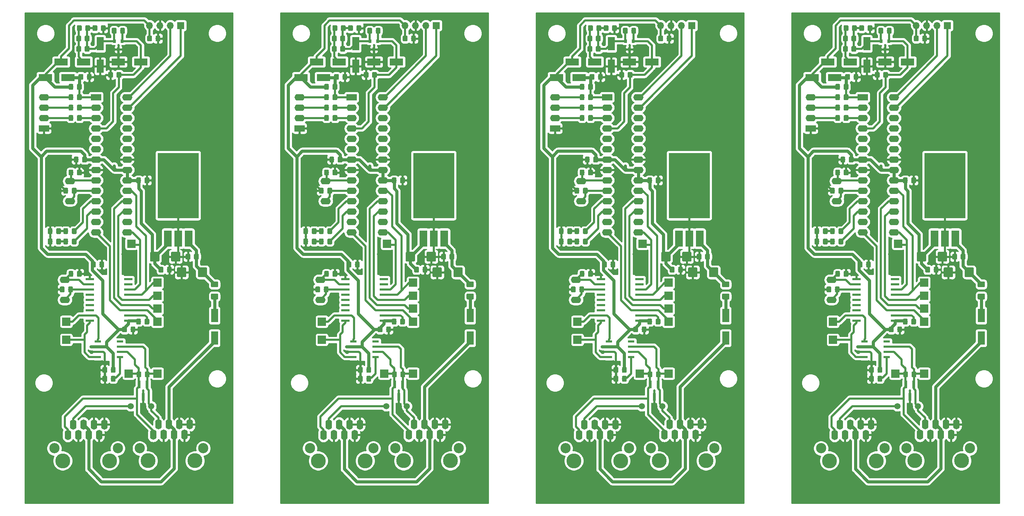
<source format=gbr>
G04 #@! TF.GenerationSoftware,KiCad,Pcbnew,(5.1.2)-1*
G04 #@! TF.CreationDate,2019-05-09T17:15:14-03:00*
G04 #@! TF.ProjectId,basicsensormodule,62617369-6373-4656-9e73-6f726d6f6475,rev?*
G04 #@! TF.SameCoordinates,Original*
G04 #@! TF.FileFunction,Copper,L2,Bot*
G04 #@! TF.FilePolarity,Positive*
%FSLAX46Y46*%
G04 Gerber Fmt 4.6, Leading zero omitted, Abs format (unit mm)*
G04 Created by KiCad (PCBNEW (5.1.2)-1) date 2019-05-09 17:15:14*
%MOMM*%
%LPD*%
G04 APERTURE LIST*
%ADD10R,2.000000X2.000000*%
%ADD11C,0.100000*%
%ADD12C,1.150000*%
%ADD13R,3.300000X1.700000*%
%ADD14R,1.700000X3.300000*%
%ADD15R,0.800000X0.900000*%
%ADD16C,2.250000*%
%ADD17C,2.500000*%
%ADD18O,1.600000X2.500000*%
%ADD19C,3.650000*%
%ADD20R,0.800000X1.900000*%
%ADD21O,1.700000X1.700000*%
%ADD22R,1.700000X1.700000*%
%ADD23C,1.425000*%
%ADD24R,1.905000X4.000000*%
%ADD25R,10.000000X16.000000*%
%ADD26O,2.500000X1.600000*%
%ADD27R,2.500000X1.600000*%
%ADD28R,2.000000X0.600000*%
%ADD29R,1.550000X0.600000*%
%ADD30C,1.500000*%
%ADD31C,0.508000*%
%ADD32C,0.762000*%
%ADD33C,0.254000*%
G04 APERTURE END LIST*
D10*
X243080000Y-92075000D03*
X180680000Y-92075000D03*
X118280000Y-92075000D03*
X249430000Y-123825000D03*
X187030000Y-123825000D03*
X124630000Y-123825000D03*
X242445000Y-123825000D03*
X180045000Y-123825000D03*
X117645000Y-123825000D03*
X249430000Y-111125000D03*
X187030000Y-111125000D03*
X124630000Y-111125000D03*
X227205000Y-115570000D03*
X164805000Y-115570000D03*
X102405000Y-115570000D03*
X249430000Y-107950000D03*
X187030000Y-107950000D03*
X124630000Y-107950000D03*
X249430000Y-104775000D03*
X187030000Y-104775000D03*
X124630000Y-104775000D03*
D11*
G36*
X247874910Y-41211202D02*
G01*
X247899135Y-41214795D01*
X247922891Y-41220746D01*
X247945949Y-41228996D01*
X247968087Y-41239467D01*
X247989093Y-41252057D01*
X248008763Y-41266645D01*
X248026908Y-41283092D01*
X248043355Y-41301237D01*
X248057943Y-41320907D01*
X248070533Y-41341913D01*
X248081004Y-41364051D01*
X248089254Y-41387109D01*
X248095205Y-41410865D01*
X248098798Y-41435090D01*
X248100000Y-41459550D01*
X248100000Y-42360450D01*
X248098798Y-42384910D01*
X248095205Y-42409135D01*
X248089254Y-42432891D01*
X248081004Y-42455949D01*
X248070533Y-42478087D01*
X248057943Y-42499093D01*
X248043355Y-42518763D01*
X248026908Y-42536908D01*
X248008763Y-42553355D01*
X247989093Y-42567943D01*
X247968087Y-42580533D01*
X247945949Y-42591004D01*
X247922891Y-42599254D01*
X247899135Y-42605205D01*
X247874910Y-42608798D01*
X247850450Y-42610000D01*
X247199550Y-42610000D01*
X247175090Y-42608798D01*
X247150865Y-42605205D01*
X247127109Y-42599254D01*
X247104051Y-42591004D01*
X247081913Y-42580533D01*
X247060907Y-42567943D01*
X247041237Y-42553355D01*
X247023092Y-42536908D01*
X247006645Y-42518763D01*
X246992057Y-42499093D01*
X246979467Y-42478087D01*
X246968996Y-42455949D01*
X246960746Y-42432891D01*
X246954795Y-42409135D01*
X246951202Y-42384910D01*
X246950000Y-42360450D01*
X246950000Y-41459550D01*
X246951202Y-41435090D01*
X246954795Y-41410865D01*
X246960746Y-41387109D01*
X246968996Y-41364051D01*
X246979467Y-41341913D01*
X246992057Y-41320907D01*
X247006645Y-41301237D01*
X247023092Y-41283092D01*
X247041237Y-41266645D01*
X247060907Y-41252057D01*
X247081913Y-41239467D01*
X247104051Y-41228996D01*
X247127109Y-41220746D01*
X247150865Y-41214795D01*
X247175090Y-41211202D01*
X247199550Y-41210000D01*
X247850450Y-41210000D01*
X247874910Y-41211202D01*
X247874910Y-41211202D01*
G37*
D12*
X247525000Y-41910000D03*
D11*
G36*
X249924505Y-41211204D02*
G01*
X249948773Y-41214804D01*
X249972572Y-41220765D01*
X249995671Y-41229030D01*
X250017850Y-41239520D01*
X250038893Y-41252132D01*
X250058599Y-41266747D01*
X250076777Y-41283223D01*
X250093253Y-41301401D01*
X250107868Y-41321107D01*
X250120480Y-41342150D01*
X250130970Y-41364329D01*
X250139235Y-41387428D01*
X250145196Y-41411227D01*
X250148796Y-41435495D01*
X250150000Y-41459999D01*
X250150000Y-42360001D01*
X250148796Y-42384505D01*
X250145196Y-42408773D01*
X250139235Y-42432572D01*
X250130970Y-42455671D01*
X250120480Y-42477850D01*
X250107868Y-42498893D01*
X250093253Y-42518599D01*
X250076777Y-42536777D01*
X250058599Y-42553253D01*
X250038893Y-42567868D01*
X250017850Y-42580480D01*
X249995671Y-42590970D01*
X249972572Y-42599235D01*
X249948773Y-42605196D01*
X249924505Y-42608796D01*
X249900001Y-42610000D01*
X249249999Y-42610000D01*
X249225495Y-42608796D01*
X249201227Y-42605196D01*
X249177428Y-42599235D01*
X249154329Y-42590970D01*
X249132150Y-42580480D01*
X249111107Y-42567868D01*
X249091401Y-42553253D01*
X249073223Y-42536777D01*
X249056747Y-42518599D01*
X249042132Y-42498893D01*
X249029520Y-42477850D01*
X249019030Y-42455671D01*
X249010765Y-42432572D01*
X249004804Y-42408773D01*
X249001204Y-42384505D01*
X249000000Y-42360001D01*
X249000000Y-41459999D01*
X249001204Y-41435495D01*
X249004804Y-41411227D01*
X249010765Y-41387428D01*
X249019030Y-41364329D01*
X249029520Y-41342150D01*
X249042132Y-41321107D01*
X249056747Y-41301401D01*
X249073223Y-41283223D01*
X249091401Y-41266747D01*
X249111107Y-41252132D01*
X249132150Y-41239520D01*
X249154329Y-41229030D01*
X249177428Y-41220765D01*
X249201227Y-41214804D01*
X249225495Y-41211204D01*
X249249999Y-41210000D01*
X249900001Y-41210000D01*
X249924505Y-41211204D01*
X249924505Y-41211204D01*
G37*
D12*
X249575000Y-41910000D03*
D11*
G36*
X185474910Y-41211202D02*
G01*
X185499135Y-41214795D01*
X185522891Y-41220746D01*
X185545949Y-41228996D01*
X185568087Y-41239467D01*
X185589093Y-41252057D01*
X185608763Y-41266645D01*
X185626908Y-41283092D01*
X185643355Y-41301237D01*
X185657943Y-41320907D01*
X185670533Y-41341913D01*
X185681004Y-41364051D01*
X185689254Y-41387109D01*
X185695205Y-41410865D01*
X185698798Y-41435090D01*
X185700000Y-41459550D01*
X185700000Y-42360450D01*
X185698798Y-42384910D01*
X185695205Y-42409135D01*
X185689254Y-42432891D01*
X185681004Y-42455949D01*
X185670533Y-42478087D01*
X185657943Y-42499093D01*
X185643355Y-42518763D01*
X185626908Y-42536908D01*
X185608763Y-42553355D01*
X185589093Y-42567943D01*
X185568087Y-42580533D01*
X185545949Y-42591004D01*
X185522891Y-42599254D01*
X185499135Y-42605205D01*
X185474910Y-42608798D01*
X185450450Y-42610000D01*
X184799550Y-42610000D01*
X184775090Y-42608798D01*
X184750865Y-42605205D01*
X184727109Y-42599254D01*
X184704051Y-42591004D01*
X184681913Y-42580533D01*
X184660907Y-42567943D01*
X184641237Y-42553355D01*
X184623092Y-42536908D01*
X184606645Y-42518763D01*
X184592057Y-42499093D01*
X184579467Y-42478087D01*
X184568996Y-42455949D01*
X184560746Y-42432891D01*
X184554795Y-42409135D01*
X184551202Y-42384910D01*
X184550000Y-42360450D01*
X184550000Y-41459550D01*
X184551202Y-41435090D01*
X184554795Y-41410865D01*
X184560746Y-41387109D01*
X184568996Y-41364051D01*
X184579467Y-41341913D01*
X184592057Y-41320907D01*
X184606645Y-41301237D01*
X184623092Y-41283092D01*
X184641237Y-41266645D01*
X184660907Y-41252057D01*
X184681913Y-41239467D01*
X184704051Y-41228996D01*
X184727109Y-41220746D01*
X184750865Y-41214795D01*
X184775090Y-41211202D01*
X184799550Y-41210000D01*
X185450450Y-41210000D01*
X185474910Y-41211202D01*
X185474910Y-41211202D01*
G37*
D12*
X185125000Y-41910000D03*
D11*
G36*
X187524505Y-41211204D02*
G01*
X187548773Y-41214804D01*
X187572572Y-41220765D01*
X187595671Y-41229030D01*
X187617850Y-41239520D01*
X187638893Y-41252132D01*
X187658599Y-41266747D01*
X187676777Y-41283223D01*
X187693253Y-41301401D01*
X187707868Y-41321107D01*
X187720480Y-41342150D01*
X187730970Y-41364329D01*
X187739235Y-41387428D01*
X187745196Y-41411227D01*
X187748796Y-41435495D01*
X187750000Y-41459999D01*
X187750000Y-42360001D01*
X187748796Y-42384505D01*
X187745196Y-42408773D01*
X187739235Y-42432572D01*
X187730970Y-42455671D01*
X187720480Y-42477850D01*
X187707868Y-42498893D01*
X187693253Y-42518599D01*
X187676777Y-42536777D01*
X187658599Y-42553253D01*
X187638893Y-42567868D01*
X187617850Y-42580480D01*
X187595671Y-42590970D01*
X187572572Y-42599235D01*
X187548773Y-42605196D01*
X187524505Y-42608796D01*
X187500001Y-42610000D01*
X186849999Y-42610000D01*
X186825495Y-42608796D01*
X186801227Y-42605196D01*
X186777428Y-42599235D01*
X186754329Y-42590970D01*
X186732150Y-42580480D01*
X186711107Y-42567868D01*
X186691401Y-42553253D01*
X186673223Y-42536777D01*
X186656747Y-42518599D01*
X186642132Y-42498893D01*
X186629520Y-42477850D01*
X186619030Y-42455671D01*
X186610765Y-42432572D01*
X186604804Y-42408773D01*
X186601204Y-42384505D01*
X186600000Y-42360001D01*
X186600000Y-41459999D01*
X186601204Y-41435495D01*
X186604804Y-41411227D01*
X186610765Y-41387428D01*
X186619030Y-41364329D01*
X186629520Y-41342150D01*
X186642132Y-41321107D01*
X186656747Y-41301401D01*
X186673223Y-41283223D01*
X186691401Y-41266747D01*
X186711107Y-41252132D01*
X186732150Y-41239520D01*
X186754329Y-41229030D01*
X186777428Y-41220765D01*
X186801227Y-41214804D01*
X186825495Y-41211204D01*
X186849999Y-41210000D01*
X187500001Y-41210000D01*
X187524505Y-41211204D01*
X187524505Y-41211204D01*
G37*
D12*
X187175000Y-41910000D03*
D11*
G36*
X123074910Y-41211202D02*
G01*
X123099135Y-41214795D01*
X123122891Y-41220746D01*
X123145949Y-41228996D01*
X123168087Y-41239467D01*
X123189093Y-41252057D01*
X123208763Y-41266645D01*
X123226908Y-41283092D01*
X123243355Y-41301237D01*
X123257943Y-41320907D01*
X123270533Y-41341913D01*
X123281004Y-41364051D01*
X123289254Y-41387109D01*
X123295205Y-41410865D01*
X123298798Y-41435090D01*
X123300000Y-41459550D01*
X123300000Y-42360450D01*
X123298798Y-42384910D01*
X123295205Y-42409135D01*
X123289254Y-42432891D01*
X123281004Y-42455949D01*
X123270533Y-42478087D01*
X123257943Y-42499093D01*
X123243355Y-42518763D01*
X123226908Y-42536908D01*
X123208763Y-42553355D01*
X123189093Y-42567943D01*
X123168087Y-42580533D01*
X123145949Y-42591004D01*
X123122891Y-42599254D01*
X123099135Y-42605205D01*
X123074910Y-42608798D01*
X123050450Y-42610000D01*
X122399550Y-42610000D01*
X122375090Y-42608798D01*
X122350865Y-42605205D01*
X122327109Y-42599254D01*
X122304051Y-42591004D01*
X122281913Y-42580533D01*
X122260907Y-42567943D01*
X122241237Y-42553355D01*
X122223092Y-42536908D01*
X122206645Y-42518763D01*
X122192057Y-42499093D01*
X122179467Y-42478087D01*
X122168996Y-42455949D01*
X122160746Y-42432891D01*
X122154795Y-42409135D01*
X122151202Y-42384910D01*
X122150000Y-42360450D01*
X122150000Y-41459550D01*
X122151202Y-41435090D01*
X122154795Y-41410865D01*
X122160746Y-41387109D01*
X122168996Y-41364051D01*
X122179467Y-41341913D01*
X122192057Y-41320907D01*
X122206645Y-41301237D01*
X122223092Y-41283092D01*
X122241237Y-41266645D01*
X122260907Y-41252057D01*
X122281913Y-41239467D01*
X122304051Y-41228996D01*
X122327109Y-41220746D01*
X122350865Y-41214795D01*
X122375090Y-41211202D01*
X122399550Y-41210000D01*
X123050450Y-41210000D01*
X123074910Y-41211202D01*
X123074910Y-41211202D01*
G37*
D12*
X122725000Y-41910000D03*
D11*
G36*
X125124505Y-41211204D02*
G01*
X125148773Y-41214804D01*
X125172572Y-41220765D01*
X125195671Y-41229030D01*
X125217850Y-41239520D01*
X125238893Y-41252132D01*
X125258599Y-41266747D01*
X125276777Y-41283223D01*
X125293253Y-41301401D01*
X125307868Y-41321107D01*
X125320480Y-41342150D01*
X125330970Y-41364329D01*
X125339235Y-41387428D01*
X125345196Y-41411227D01*
X125348796Y-41435495D01*
X125350000Y-41459999D01*
X125350000Y-42360001D01*
X125348796Y-42384505D01*
X125345196Y-42408773D01*
X125339235Y-42432572D01*
X125330970Y-42455671D01*
X125320480Y-42477850D01*
X125307868Y-42498893D01*
X125293253Y-42518599D01*
X125276777Y-42536777D01*
X125258599Y-42553253D01*
X125238893Y-42567868D01*
X125217850Y-42580480D01*
X125195671Y-42590970D01*
X125172572Y-42599235D01*
X125148773Y-42605196D01*
X125124505Y-42608796D01*
X125100001Y-42610000D01*
X124449999Y-42610000D01*
X124425495Y-42608796D01*
X124401227Y-42605196D01*
X124377428Y-42599235D01*
X124354329Y-42590970D01*
X124332150Y-42580480D01*
X124311107Y-42567868D01*
X124291401Y-42553253D01*
X124273223Y-42536777D01*
X124256747Y-42518599D01*
X124242132Y-42498893D01*
X124229520Y-42477850D01*
X124219030Y-42455671D01*
X124210765Y-42432572D01*
X124204804Y-42408773D01*
X124201204Y-42384505D01*
X124200000Y-42360001D01*
X124200000Y-41459999D01*
X124201204Y-41435495D01*
X124204804Y-41411227D01*
X124210765Y-41387428D01*
X124219030Y-41364329D01*
X124229520Y-41342150D01*
X124242132Y-41321107D01*
X124256747Y-41301401D01*
X124273223Y-41283223D01*
X124291401Y-41266747D01*
X124311107Y-41252132D01*
X124332150Y-41239520D01*
X124354329Y-41229030D01*
X124377428Y-41220765D01*
X124401227Y-41214804D01*
X124425495Y-41211204D01*
X124449999Y-41210000D01*
X125100001Y-41210000D01*
X125124505Y-41211204D01*
X125124505Y-41211204D01*
G37*
D12*
X124775000Y-41910000D03*
D11*
G36*
X234539505Y-38671204D02*
G01*
X234563773Y-38674804D01*
X234587572Y-38680765D01*
X234610671Y-38689030D01*
X234632850Y-38699520D01*
X234653893Y-38712132D01*
X234673599Y-38726747D01*
X234691777Y-38743223D01*
X234708253Y-38761401D01*
X234722868Y-38781107D01*
X234735480Y-38802150D01*
X234745970Y-38824329D01*
X234754235Y-38847428D01*
X234760196Y-38871227D01*
X234763796Y-38895495D01*
X234765000Y-38919999D01*
X234765000Y-39820001D01*
X234763796Y-39844505D01*
X234760196Y-39868773D01*
X234754235Y-39892572D01*
X234745970Y-39915671D01*
X234735480Y-39937850D01*
X234722868Y-39958893D01*
X234708253Y-39978599D01*
X234691777Y-39996777D01*
X234673599Y-40013253D01*
X234653893Y-40027868D01*
X234632850Y-40040480D01*
X234610671Y-40050970D01*
X234587572Y-40059235D01*
X234563773Y-40065196D01*
X234539505Y-40068796D01*
X234515001Y-40070000D01*
X233864999Y-40070000D01*
X233840495Y-40068796D01*
X233816227Y-40065196D01*
X233792428Y-40059235D01*
X233769329Y-40050970D01*
X233747150Y-40040480D01*
X233726107Y-40027868D01*
X233706401Y-40013253D01*
X233688223Y-39996777D01*
X233671747Y-39978599D01*
X233657132Y-39958893D01*
X233644520Y-39937850D01*
X233634030Y-39915671D01*
X233625765Y-39892572D01*
X233619804Y-39868773D01*
X233616204Y-39844505D01*
X233615000Y-39820001D01*
X233615000Y-38919999D01*
X233616204Y-38895495D01*
X233619804Y-38871227D01*
X233625765Y-38847428D01*
X233634030Y-38824329D01*
X233644520Y-38802150D01*
X233657132Y-38781107D01*
X233671747Y-38761401D01*
X233688223Y-38743223D01*
X233706401Y-38726747D01*
X233726107Y-38712132D01*
X233747150Y-38699520D01*
X233769329Y-38689030D01*
X233792428Y-38680765D01*
X233816227Y-38674804D01*
X233840495Y-38671204D01*
X233864999Y-38670000D01*
X234515001Y-38670000D01*
X234539505Y-38671204D01*
X234539505Y-38671204D01*
G37*
D12*
X234190000Y-39370000D03*
D11*
G36*
X236589505Y-38671204D02*
G01*
X236613773Y-38674804D01*
X236637572Y-38680765D01*
X236660671Y-38689030D01*
X236682850Y-38699520D01*
X236703893Y-38712132D01*
X236723599Y-38726747D01*
X236741777Y-38743223D01*
X236758253Y-38761401D01*
X236772868Y-38781107D01*
X236785480Y-38802150D01*
X236795970Y-38824329D01*
X236804235Y-38847428D01*
X236810196Y-38871227D01*
X236813796Y-38895495D01*
X236815000Y-38919999D01*
X236815000Y-39820001D01*
X236813796Y-39844505D01*
X236810196Y-39868773D01*
X236804235Y-39892572D01*
X236795970Y-39915671D01*
X236785480Y-39937850D01*
X236772868Y-39958893D01*
X236758253Y-39978599D01*
X236741777Y-39996777D01*
X236723599Y-40013253D01*
X236703893Y-40027868D01*
X236682850Y-40040480D01*
X236660671Y-40050970D01*
X236637572Y-40059235D01*
X236613773Y-40065196D01*
X236589505Y-40068796D01*
X236565001Y-40070000D01*
X235914999Y-40070000D01*
X235890495Y-40068796D01*
X235866227Y-40065196D01*
X235842428Y-40059235D01*
X235819329Y-40050970D01*
X235797150Y-40040480D01*
X235776107Y-40027868D01*
X235756401Y-40013253D01*
X235738223Y-39996777D01*
X235721747Y-39978599D01*
X235707132Y-39958893D01*
X235694520Y-39937850D01*
X235684030Y-39915671D01*
X235675765Y-39892572D01*
X235669804Y-39868773D01*
X235666204Y-39844505D01*
X235665000Y-39820001D01*
X235665000Y-38919999D01*
X235666204Y-38895495D01*
X235669804Y-38871227D01*
X235675765Y-38847428D01*
X235684030Y-38824329D01*
X235694520Y-38802150D01*
X235707132Y-38781107D01*
X235721747Y-38761401D01*
X235738223Y-38743223D01*
X235756401Y-38726747D01*
X235776107Y-38712132D01*
X235797150Y-38699520D01*
X235819329Y-38689030D01*
X235842428Y-38680765D01*
X235866227Y-38674804D01*
X235890495Y-38671204D01*
X235914999Y-38670000D01*
X236565001Y-38670000D01*
X236589505Y-38671204D01*
X236589505Y-38671204D01*
G37*
D12*
X236240000Y-39370000D03*
D11*
G36*
X172139505Y-38671204D02*
G01*
X172163773Y-38674804D01*
X172187572Y-38680765D01*
X172210671Y-38689030D01*
X172232850Y-38699520D01*
X172253893Y-38712132D01*
X172273599Y-38726747D01*
X172291777Y-38743223D01*
X172308253Y-38761401D01*
X172322868Y-38781107D01*
X172335480Y-38802150D01*
X172345970Y-38824329D01*
X172354235Y-38847428D01*
X172360196Y-38871227D01*
X172363796Y-38895495D01*
X172365000Y-38919999D01*
X172365000Y-39820001D01*
X172363796Y-39844505D01*
X172360196Y-39868773D01*
X172354235Y-39892572D01*
X172345970Y-39915671D01*
X172335480Y-39937850D01*
X172322868Y-39958893D01*
X172308253Y-39978599D01*
X172291777Y-39996777D01*
X172273599Y-40013253D01*
X172253893Y-40027868D01*
X172232850Y-40040480D01*
X172210671Y-40050970D01*
X172187572Y-40059235D01*
X172163773Y-40065196D01*
X172139505Y-40068796D01*
X172115001Y-40070000D01*
X171464999Y-40070000D01*
X171440495Y-40068796D01*
X171416227Y-40065196D01*
X171392428Y-40059235D01*
X171369329Y-40050970D01*
X171347150Y-40040480D01*
X171326107Y-40027868D01*
X171306401Y-40013253D01*
X171288223Y-39996777D01*
X171271747Y-39978599D01*
X171257132Y-39958893D01*
X171244520Y-39937850D01*
X171234030Y-39915671D01*
X171225765Y-39892572D01*
X171219804Y-39868773D01*
X171216204Y-39844505D01*
X171215000Y-39820001D01*
X171215000Y-38919999D01*
X171216204Y-38895495D01*
X171219804Y-38871227D01*
X171225765Y-38847428D01*
X171234030Y-38824329D01*
X171244520Y-38802150D01*
X171257132Y-38781107D01*
X171271747Y-38761401D01*
X171288223Y-38743223D01*
X171306401Y-38726747D01*
X171326107Y-38712132D01*
X171347150Y-38699520D01*
X171369329Y-38689030D01*
X171392428Y-38680765D01*
X171416227Y-38674804D01*
X171440495Y-38671204D01*
X171464999Y-38670000D01*
X172115001Y-38670000D01*
X172139505Y-38671204D01*
X172139505Y-38671204D01*
G37*
D12*
X171790000Y-39370000D03*
D11*
G36*
X174189505Y-38671204D02*
G01*
X174213773Y-38674804D01*
X174237572Y-38680765D01*
X174260671Y-38689030D01*
X174282850Y-38699520D01*
X174303893Y-38712132D01*
X174323599Y-38726747D01*
X174341777Y-38743223D01*
X174358253Y-38761401D01*
X174372868Y-38781107D01*
X174385480Y-38802150D01*
X174395970Y-38824329D01*
X174404235Y-38847428D01*
X174410196Y-38871227D01*
X174413796Y-38895495D01*
X174415000Y-38919999D01*
X174415000Y-39820001D01*
X174413796Y-39844505D01*
X174410196Y-39868773D01*
X174404235Y-39892572D01*
X174395970Y-39915671D01*
X174385480Y-39937850D01*
X174372868Y-39958893D01*
X174358253Y-39978599D01*
X174341777Y-39996777D01*
X174323599Y-40013253D01*
X174303893Y-40027868D01*
X174282850Y-40040480D01*
X174260671Y-40050970D01*
X174237572Y-40059235D01*
X174213773Y-40065196D01*
X174189505Y-40068796D01*
X174165001Y-40070000D01*
X173514999Y-40070000D01*
X173490495Y-40068796D01*
X173466227Y-40065196D01*
X173442428Y-40059235D01*
X173419329Y-40050970D01*
X173397150Y-40040480D01*
X173376107Y-40027868D01*
X173356401Y-40013253D01*
X173338223Y-39996777D01*
X173321747Y-39978599D01*
X173307132Y-39958893D01*
X173294520Y-39937850D01*
X173284030Y-39915671D01*
X173275765Y-39892572D01*
X173269804Y-39868773D01*
X173266204Y-39844505D01*
X173265000Y-39820001D01*
X173265000Y-38919999D01*
X173266204Y-38895495D01*
X173269804Y-38871227D01*
X173275765Y-38847428D01*
X173284030Y-38824329D01*
X173294520Y-38802150D01*
X173307132Y-38781107D01*
X173321747Y-38761401D01*
X173338223Y-38743223D01*
X173356401Y-38726747D01*
X173376107Y-38712132D01*
X173397150Y-38699520D01*
X173419329Y-38689030D01*
X173442428Y-38680765D01*
X173466227Y-38674804D01*
X173490495Y-38671204D01*
X173514999Y-38670000D01*
X174165001Y-38670000D01*
X174189505Y-38671204D01*
X174189505Y-38671204D01*
G37*
D12*
X173840000Y-39370000D03*
D11*
G36*
X109739505Y-38671204D02*
G01*
X109763773Y-38674804D01*
X109787572Y-38680765D01*
X109810671Y-38689030D01*
X109832850Y-38699520D01*
X109853893Y-38712132D01*
X109873599Y-38726747D01*
X109891777Y-38743223D01*
X109908253Y-38761401D01*
X109922868Y-38781107D01*
X109935480Y-38802150D01*
X109945970Y-38824329D01*
X109954235Y-38847428D01*
X109960196Y-38871227D01*
X109963796Y-38895495D01*
X109965000Y-38919999D01*
X109965000Y-39820001D01*
X109963796Y-39844505D01*
X109960196Y-39868773D01*
X109954235Y-39892572D01*
X109945970Y-39915671D01*
X109935480Y-39937850D01*
X109922868Y-39958893D01*
X109908253Y-39978599D01*
X109891777Y-39996777D01*
X109873599Y-40013253D01*
X109853893Y-40027868D01*
X109832850Y-40040480D01*
X109810671Y-40050970D01*
X109787572Y-40059235D01*
X109763773Y-40065196D01*
X109739505Y-40068796D01*
X109715001Y-40070000D01*
X109064999Y-40070000D01*
X109040495Y-40068796D01*
X109016227Y-40065196D01*
X108992428Y-40059235D01*
X108969329Y-40050970D01*
X108947150Y-40040480D01*
X108926107Y-40027868D01*
X108906401Y-40013253D01*
X108888223Y-39996777D01*
X108871747Y-39978599D01*
X108857132Y-39958893D01*
X108844520Y-39937850D01*
X108834030Y-39915671D01*
X108825765Y-39892572D01*
X108819804Y-39868773D01*
X108816204Y-39844505D01*
X108815000Y-39820001D01*
X108815000Y-38919999D01*
X108816204Y-38895495D01*
X108819804Y-38871227D01*
X108825765Y-38847428D01*
X108834030Y-38824329D01*
X108844520Y-38802150D01*
X108857132Y-38781107D01*
X108871747Y-38761401D01*
X108888223Y-38743223D01*
X108906401Y-38726747D01*
X108926107Y-38712132D01*
X108947150Y-38699520D01*
X108969329Y-38689030D01*
X108992428Y-38680765D01*
X109016227Y-38674804D01*
X109040495Y-38671204D01*
X109064999Y-38670000D01*
X109715001Y-38670000D01*
X109739505Y-38671204D01*
X109739505Y-38671204D01*
G37*
D12*
X109390000Y-39370000D03*
D11*
G36*
X111789505Y-38671204D02*
G01*
X111813773Y-38674804D01*
X111837572Y-38680765D01*
X111860671Y-38689030D01*
X111882850Y-38699520D01*
X111903893Y-38712132D01*
X111923599Y-38726747D01*
X111941777Y-38743223D01*
X111958253Y-38761401D01*
X111972868Y-38781107D01*
X111985480Y-38802150D01*
X111995970Y-38824329D01*
X112004235Y-38847428D01*
X112010196Y-38871227D01*
X112013796Y-38895495D01*
X112015000Y-38919999D01*
X112015000Y-39820001D01*
X112013796Y-39844505D01*
X112010196Y-39868773D01*
X112004235Y-39892572D01*
X111995970Y-39915671D01*
X111985480Y-39937850D01*
X111972868Y-39958893D01*
X111958253Y-39978599D01*
X111941777Y-39996777D01*
X111923599Y-40013253D01*
X111903893Y-40027868D01*
X111882850Y-40040480D01*
X111860671Y-40050970D01*
X111837572Y-40059235D01*
X111813773Y-40065196D01*
X111789505Y-40068796D01*
X111765001Y-40070000D01*
X111114999Y-40070000D01*
X111090495Y-40068796D01*
X111066227Y-40065196D01*
X111042428Y-40059235D01*
X111019329Y-40050970D01*
X110997150Y-40040480D01*
X110976107Y-40027868D01*
X110956401Y-40013253D01*
X110938223Y-39996777D01*
X110921747Y-39978599D01*
X110907132Y-39958893D01*
X110894520Y-39937850D01*
X110884030Y-39915671D01*
X110875765Y-39892572D01*
X110869804Y-39868773D01*
X110866204Y-39844505D01*
X110865000Y-39820001D01*
X110865000Y-38919999D01*
X110866204Y-38895495D01*
X110869804Y-38871227D01*
X110875765Y-38847428D01*
X110884030Y-38824329D01*
X110894520Y-38802150D01*
X110907132Y-38781107D01*
X110921747Y-38761401D01*
X110938223Y-38743223D01*
X110956401Y-38726747D01*
X110976107Y-38712132D01*
X110997150Y-38699520D01*
X111019329Y-38689030D01*
X111042428Y-38680765D01*
X111066227Y-38674804D01*
X111090495Y-38671204D01*
X111114999Y-38670000D01*
X111765001Y-38670000D01*
X111789505Y-38671204D01*
X111789505Y-38671204D01*
G37*
D12*
X111440000Y-39370000D03*
D10*
X249430000Y-101600000D03*
X187030000Y-101600000D03*
X124630000Y-101600000D03*
X227205000Y-111125000D03*
X164805000Y-111125000D03*
X102405000Y-111125000D03*
D13*
X245405000Y-47625000D03*
X239905000Y-47625000D03*
X183005000Y-47625000D03*
X177505000Y-47625000D03*
X120605000Y-47625000D03*
X115105000Y-47625000D03*
D14*
X235460000Y-43180000D03*
X235460000Y-48680000D03*
X173060000Y-43180000D03*
X173060000Y-48680000D03*
X110660000Y-43180000D03*
X110660000Y-48680000D03*
D15*
X238955000Y-42545000D03*
X240855000Y-42545000D03*
X239905000Y-44545000D03*
X176555000Y-42545000D03*
X178455000Y-42545000D03*
X177505000Y-44545000D03*
X114155000Y-42545000D03*
X116055000Y-42545000D03*
X115105000Y-44545000D03*
D11*
G36*
X232634910Y-43751202D02*
G01*
X232659135Y-43754795D01*
X232682891Y-43760746D01*
X232705949Y-43768996D01*
X232728087Y-43779467D01*
X232749093Y-43792057D01*
X232768763Y-43806645D01*
X232786908Y-43823092D01*
X232803355Y-43841237D01*
X232817943Y-43860907D01*
X232830533Y-43881913D01*
X232841004Y-43904051D01*
X232849254Y-43927109D01*
X232855205Y-43950865D01*
X232858798Y-43975090D01*
X232860000Y-43999550D01*
X232860000Y-44900450D01*
X232858798Y-44924910D01*
X232855205Y-44949135D01*
X232849254Y-44972891D01*
X232841004Y-44995949D01*
X232830533Y-45018087D01*
X232817943Y-45039093D01*
X232803355Y-45058763D01*
X232786908Y-45076908D01*
X232768763Y-45093355D01*
X232749093Y-45107943D01*
X232728087Y-45120533D01*
X232705949Y-45131004D01*
X232682891Y-45139254D01*
X232659135Y-45145205D01*
X232634910Y-45148798D01*
X232610450Y-45150000D01*
X231959550Y-45150000D01*
X231935090Y-45148798D01*
X231910865Y-45145205D01*
X231887109Y-45139254D01*
X231864051Y-45131004D01*
X231841913Y-45120533D01*
X231820907Y-45107943D01*
X231801237Y-45093355D01*
X231783092Y-45076908D01*
X231766645Y-45058763D01*
X231752057Y-45039093D01*
X231739467Y-45018087D01*
X231728996Y-44995949D01*
X231720746Y-44972891D01*
X231714795Y-44949135D01*
X231711202Y-44924910D01*
X231710000Y-44900450D01*
X231710000Y-43999550D01*
X231711202Y-43975090D01*
X231714795Y-43950865D01*
X231720746Y-43927109D01*
X231728996Y-43904051D01*
X231739467Y-43881913D01*
X231752057Y-43860907D01*
X231766645Y-43841237D01*
X231783092Y-43823092D01*
X231801237Y-43806645D01*
X231820907Y-43792057D01*
X231841913Y-43779467D01*
X231864051Y-43768996D01*
X231887109Y-43760746D01*
X231910865Y-43754795D01*
X231935090Y-43751202D01*
X231959550Y-43750000D01*
X232610450Y-43750000D01*
X232634910Y-43751202D01*
X232634910Y-43751202D01*
G37*
D12*
X232285000Y-44450000D03*
D11*
G36*
X230584910Y-43751202D02*
G01*
X230609135Y-43754795D01*
X230632891Y-43760746D01*
X230655949Y-43768996D01*
X230678087Y-43779467D01*
X230699093Y-43792057D01*
X230718763Y-43806645D01*
X230736908Y-43823092D01*
X230753355Y-43841237D01*
X230767943Y-43860907D01*
X230780533Y-43881913D01*
X230791004Y-43904051D01*
X230799254Y-43927109D01*
X230805205Y-43950865D01*
X230808798Y-43975090D01*
X230810000Y-43999550D01*
X230810000Y-44900450D01*
X230808798Y-44924910D01*
X230805205Y-44949135D01*
X230799254Y-44972891D01*
X230791004Y-44995949D01*
X230780533Y-45018087D01*
X230767943Y-45039093D01*
X230753355Y-45058763D01*
X230736908Y-45076908D01*
X230718763Y-45093355D01*
X230699093Y-45107943D01*
X230678087Y-45120533D01*
X230655949Y-45131004D01*
X230632891Y-45139254D01*
X230609135Y-45145205D01*
X230584910Y-45148798D01*
X230560450Y-45150000D01*
X229909550Y-45150000D01*
X229885090Y-45148798D01*
X229860865Y-45145205D01*
X229837109Y-45139254D01*
X229814051Y-45131004D01*
X229791913Y-45120533D01*
X229770907Y-45107943D01*
X229751237Y-45093355D01*
X229733092Y-45076908D01*
X229716645Y-45058763D01*
X229702057Y-45039093D01*
X229689467Y-45018087D01*
X229678996Y-44995949D01*
X229670746Y-44972891D01*
X229664795Y-44949135D01*
X229661202Y-44924910D01*
X229660000Y-44900450D01*
X229660000Y-43999550D01*
X229661202Y-43975090D01*
X229664795Y-43950865D01*
X229670746Y-43927109D01*
X229678996Y-43904051D01*
X229689467Y-43881913D01*
X229702057Y-43860907D01*
X229716645Y-43841237D01*
X229733092Y-43823092D01*
X229751237Y-43806645D01*
X229770907Y-43792057D01*
X229791913Y-43779467D01*
X229814051Y-43768996D01*
X229837109Y-43760746D01*
X229860865Y-43754795D01*
X229885090Y-43751202D01*
X229909550Y-43750000D01*
X230560450Y-43750000D01*
X230584910Y-43751202D01*
X230584910Y-43751202D01*
G37*
D12*
X230235000Y-44450000D03*
D11*
G36*
X170234910Y-43751202D02*
G01*
X170259135Y-43754795D01*
X170282891Y-43760746D01*
X170305949Y-43768996D01*
X170328087Y-43779467D01*
X170349093Y-43792057D01*
X170368763Y-43806645D01*
X170386908Y-43823092D01*
X170403355Y-43841237D01*
X170417943Y-43860907D01*
X170430533Y-43881913D01*
X170441004Y-43904051D01*
X170449254Y-43927109D01*
X170455205Y-43950865D01*
X170458798Y-43975090D01*
X170460000Y-43999550D01*
X170460000Y-44900450D01*
X170458798Y-44924910D01*
X170455205Y-44949135D01*
X170449254Y-44972891D01*
X170441004Y-44995949D01*
X170430533Y-45018087D01*
X170417943Y-45039093D01*
X170403355Y-45058763D01*
X170386908Y-45076908D01*
X170368763Y-45093355D01*
X170349093Y-45107943D01*
X170328087Y-45120533D01*
X170305949Y-45131004D01*
X170282891Y-45139254D01*
X170259135Y-45145205D01*
X170234910Y-45148798D01*
X170210450Y-45150000D01*
X169559550Y-45150000D01*
X169535090Y-45148798D01*
X169510865Y-45145205D01*
X169487109Y-45139254D01*
X169464051Y-45131004D01*
X169441913Y-45120533D01*
X169420907Y-45107943D01*
X169401237Y-45093355D01*
X169383092Y-45076908D01*
X169366645Y-45058763D01*
X169352057Y-45039093D01*
X169339467Y-45018087D01*
X169328996Y-44995949D01*
X169320746Y-44972891D01*
X169314795Y-44949135D01*
X169311202Y-44924910D01*
X169310000Y-44900450D01*
X169310000Y-43999550D01*
X169311202Y-43975090D01*
X169314795Y-43950865D01*
X169320746Y-43927109D01*
X169328996Y-43904051D01*
X169339467Y-43881913D01*
X169352057Y-43860907D01*
X169366645Y-43841237D01*
X169383092Y-43823092D01*
X169401237Y-43806645D01*
X169420907Y-43792057D01*
X169441913Y-43779467D01*
X169464051Y-43768996D01*
X169487109Y-43760746D01*
X169510865Y-43754795D01*
X169535090Y-43751202D01*
X169559550Y-43750000D01*
X170210450Y-43750000D01*
X170234910Y-43751202D01*
X170234910Y-43751202D01*
G37*
D12*
X169885000Y-44450000D03*
D11*
G36*
X168184910Y-43751202D02*
G01*
X168209135Y-43754795D01*
X168232891Y-43760746D01*
X168255949Y-43768996D01*
X168278087Y-43779467D01*
X168299093Y-43792057D01*
X168318763Y-43806645D01*
X168336908Y-43823092D01*
X168353355Y-43841237D01*
X168367943Y-43860907D01*
X168380533Y-43881913D01*
X168391004Y-43904051D01*
X168399254Y-43927109D01*
X168405205Y-43950865D01*
X168408798Y-43975090D01*
X168410000Y-43999550D01*
X168410000Y-44900450D01*
X168408798Y-44924910D01*
X168405205Y-44949135D01*
X168399254Y-44972891D01*
X168391004Y-44995949D01*
X168380533Y-45018087D01*
X168367943Y-45039093D01*
X168353355Y-45058763D01*
X168336908Y-45076908D01*
X168318763Y-45093355D01*
X168299093Y-45107943D01*
X168278087Y-45120533D01*
X168255949Y-45131004D01*
X168232891Y-45139254D01*
X168209135Y-45145205D01*
X168184910Y-45148798D01*
X168160450Y-45150000D01*
X167509550Y-45150000D01*
X167485090Y-45148798D01*
X167460865Y-45145205D01*
X167437109Y-45139254D01*
X167414051Y-45131004D01*
X167391913Y-45120533D01*
X167370907Y-45107943D01*
X167351237Y-45093355D01*
X167333092Y-45076908D01*
X167316645Y-45058763D01*
X167302057Y-45039093D01*
X167289467Y-45018087D01*
X167278996Y-44995949D01*
X167270746Y-44972891D01*
X167264795Y-44949135D01*
X167261202Y-44924910D01*
X167260000Y-44900450D01*
X167260000Y-43999550D01*
X167261202Y-43975090D01*
X167264795Y-43950865D01*
X167270746Y-43927109D01*
X167278996Y-43904051D01*
X167289467Y-43881913D01*
X167302057Y-43860907D01*
X167316645Y-43841237D01*
X167333092Y-43823092D01*
X167351237Y-43806645D01*
X167370907Y-43792057D01*
X167391913Y-43779467D01*
X167414051Y-43768996D01*
X167437109Y-43760746D01*
X167460865Y-43754795D01*
X167485090Y-43751202D01*
X167509550Y-43750000D01*
X168160450Y-43750000D01*
X168184910Y-43751202D01*
X168184910Y-43751202D01*
G37*
D12*
X167835000Y-44450000D03*
D11*
G36*
X107834910Y-43751202D02*
G01*
X107859135Y-43754795D01*
X107882891Y-43760746D01*
X107905949Y-43768996D01*
X107928087Y-43779467D01*
X107949093Y-43792057D01*
X107968763Y-43806645D01*
X107986908Y-43823092D01*
X108003355Y-43841237D01*
X108017943Y-43860907D01*
X108030533Y-43881913D01*
X108041004Y-43904051D01*
X108049254Y-43927109D01*
X108055205Y-43950865D01*
X108058798Y-43975090D01*
X108060000Y-43999550D01*
X108060000Y-44900450D01*
X108058798Y-44924910D01*
X108055205Y-44949135D01*
X108049254Y-44972891D01*
X108041004Y-44995949D01*
X108030533Y-45018087D01*
X108017943Y-45039093D01*
X108003355Y-45058763D01*
X107986908Y-45076908D01*
X107968763Y-45093355D01*
X107949093Y-45107943D01*
X107928087Y-45120533D01*
X107905949Y-45131004D01*
X107882891Y-45139254D01*
X107859135Y-45145205D01*
X107834910Y-45148798D01*
X107810450Y-45150000D01*
X107159550Y-45150000D01*
X107135090Y-45148798D01*
X107110865Y-45145205D01*
X107087109Y-45139254D01*
X107064051Y-45131004D01*
X107041913Y-45120533D01*
X107020907Y-45107943D01*
X107001237Y-45093355D01*
X106983092Y-45076908D01*
X106966645Y-45058763D01*
X106952057Y-45039093D01*
X106939467Y-45018087D01*
X106928996Y-44995949D01*
X106920746Y-44972891D01*
X106914795Y-44949135D01*
X106911202Y-44924910D01*
X106910000Y-44900450D01*
X106910000Y-43999550D01*
X106911202Y-43975090D01*
X106914795Y-43950865D01*
X106920746Y-43927109D01*
X106928996Y-43904051D01*
X106939467Y-43881913D01*
X106952057Y-43860907D01*
X106966645Y-43841237D01*
X106983092Y-43823092D01*
X107001237Y-43806645D01*
X107020907Y-43792057D01*
X107041913Y-43779467D01*
X107064051Y-43768996D01*
X107087109Y-43760746D01*
X107110865Y-43754795D01*
X107135090Y-43751202D01*
X107159550Y-43750000D01*
X107810450Y-43750000D01*
X107834910Y-43751202D01*
X107834910Y-43751202D01*
G37*
D12*
X107485000Y-44450000D03*
D11*
G36*
X105784910Y-43751202D02*
G01*
X105809135Y-43754795D01*
X105832891Y-43760746D01*
X105855949Y-43768996D01*
X105878087Y-43779467D01*
X105899093Y-43792057D01*
X105918763Y-43806645D01*
X105936908Y-43823092D01*
X105953355Y-43841237D01*
X105967943Y-43860907D01*
X105980533Y-43881913D01*
X105991004Y-43904051D01*
X105999254Y-43927109D01*
X106005205Y-43950865D01*
X106008798Y-43975090D01*
X106010000Y-43999550D01*
X106010000Y-44900450D01*
X106008798Y-44924910D01*
X106005205Y-44949135D01*
X105999254Y-44972891D01*
X105991004Y-44995949D01*
X105980533Y-45018087D01*
X105967943Y-45039093D01*
X105953355Y-45058763D01*
X105936908Y-45076908D01*
X105918763Y-45093355D01*
X105899093Y-45107943D01*
X105878087Y-45120533D01*
X105855949Y-45131004D01*
X105832891Y-45139254D01*
X105809135Y-45145205D01*
X105784910Y-45148798D01*
X105760450Y-45150000D01*
X105109550Y-45150000D01*
X105085090Y-45148798D01*
X105060865Y-45145205D01*
X105037109Y-45139254D01*
X105014051Y-45131004D01*
X104991913Y-45120533D01*
X104970907Y-45107943D01*
X104951237Y-45093355D01*
X104933092Y-45076908D01*
X104916645Y-45058763D01*
X104902057Y-45039093D01*
X104889467Y-45018087D01*
X104878996Y-44995949D01*
X104870746Y-44972891D01*
X104864795Y-44949135D01*
X104861202Y-44924910D01*
X104860000Y-44900450D01*
X104860000Y-43999550D01*
X104861202Y-43975090D01*
X104864795Y-43950865D01*
X104870746Y-43927109D01*
X104878996Y-43904051D01*
X104889467Y-43881913D01*
X104902057Y-43860907D01*
X104916645Y-43841237D01*
X104933092Y-43823092D01*
X104951237Y-43806645D01*
X104970907Y-43792057D01*
X104991913Y-43779467D01*
X105014051Y-43768996D01*
X105037109Y-43760746D01*
X105060865Y-43754795D01*
X105085090Y-43751202D01*
X105109550Y-43750000D01*
X105760450Y-43750000D01*
X105784910Y-43751202D01*
X105784910Y-43751202D01*
G37*
D12*
X105435000Y-44450000D03*
D13*
X231435000Y-47625000D03*
X225935000Y-47625000D03*
X169035000Y-47625000D03*
X163535000Y-47625000D03*
X106635000Y-47625000D03*
X101135000Y-47625000D03*
D11*
G36*
X240399505Y-50101204D02*
G01*
X240423773Y-50104804D01*
X240447572Y-50110765D01*
X240470671Y-50119030D01*
X240492850Y-50129520D01*
X240513893Y-50142132D01*
X240533599Y-50156747D01*
X240551777Y-50173223D01*
X240568253Y-50191401D01*
X240582868Y-50211107D01*
X240595480Y-50232150D01*
X240605970Y-50254329D01*
X240614235Y-50277428D01*
X240620196Y-50301227D01*
X240623796Y-50325495D01*
X240625000Y-50349999D01*
X240625000Y-51250001D01*
X240623796Y-51274505D01*
X240620196Y-51298773D01*
X240614235Y-51322572D01*
X240605970Y-51345671D01*
X240595480Y-51367850D01*
X240582868Y-51388893D01*
X240568253Y-51408599D01*
X240551777Y-51426777D01*
X240533599Y-51443253D01*
X240513893Y-51457868D01*
X240492850Y-51470480D01*
X240470671Y-51480970D01*
X240447572Y-51489235D01*
X240423773Y-51495196D01*
X240399505Y-51498796D01*
X240375001Y-51500000D01*
X239724999Y-51500000D01*
X239700495Y-51498796D01*
X239676227Y-51495196D01*
X239652428Y-51489235D01*
X239629329Y-51480970D01*
X239607150Y-51470480D01*
X239586107Y-51457868D01*
X239566401Y-51443253D01*
X239548223Y-51426777D01*
X239531747Y-51408599D01*
X239517132Y-51388893D01*
X239504520Y-51367850D01*
X239494030Y-51345671D01*
X239485765Y-51322572D01*
X239479804Y-51298773D01*
X239476204Y-51274505D01*
X239475000Y-51250001D01*
X239475000Y-50349999D01*
X239476204Y-50325495D01*
X239479804Y-50301227D01*
X239485765Y-50277428D01*
X239494030Y-50254329D01*
X239504520Y-50232150D01*
X239517132Y-50211107D01*
X239531747Y-50191401D01*
X239548223Y-50173223D01*
X239566401Y-50156747D01*
X239586107Y-50142132D01*
X239607150Y-50129520D01*
X239629329Y-50119030D01*
X239652428Y-50110765D01*
X239676227Y-50104804D01*
X239700495Y-50101204D01*
X239724999Y-50100000D01*
X240375001Y-50100000D01*
X240399505Y-50101204D01*
X240399505Y-50101204D01*
G37*
D12*
X240050000Y-50800000D03*
D11*
G36*
X238349910Y-50101202D02*
G01*
X238374135Y-50104795D01*
X238397891Y-50110746D01*
X238420949Y-50118996D01*
X238443087Y-50129467D01*
X238464093Y-50142057D01*
X238483763Y-50156645D01*
X238501908Y-50173092D01*
X238518355Y-50191237D01*
X238532943Y-50210907D01*
X238545533Y-50231913D01*
X238556004Y-50254051D01*
X238564254Y-50277109D01*
X238570205Y-50300865D01*
X238573798Y-50325090D01*
X238575000Y-50349550D01*
X238575000Y-51250450D01*
X238573798Y-51274910D01*
X238570205Y-51299135D01*
X238564254Y-51322891D01*
X238556004Y-51345949D01*
X238545533Y-51368087D01*
X238532943Y-51389093D01*
X238518355Y-51408763D01*
X238501908Y-51426908D01*
X238483763Y-51443355D01*
X238464093Y-51457943D01*
X238443087Y-51470533D01*
X238420949Y-51481004D01*
X238397891Y-51489254D01*
X238374135Y-51495205D01*
X238349910Y-51498798D01*
X238325450Y-51500000D01*
X237674550Y-51500000D01*
X237650090Y-51498798D01*
X237625865Y-51495205D01*
X237602109Y-51489254D01*
X237579051Y-51481004D01*
X237556913Y-51470533D01*
X237535907Y-51457943D01*
X237516237Y-51443355D01*
X237498092Y-51426908D01*
X237481645Y-51408763D01*
X237467057Y-51389093D01*
X237454467Y-51368087D01*
X237443996Y-51345949D01*
X237435746Y-51322891D01*
X237429795Y-51299135D01*
X237426202Y-51274910D01*
X237425000Y-51250450D01*
X237425000Y-50349550D01*
X237426202Y-50325090D01*
X237429795Y-50300865D01*
X237435746Y-50277109D01*
X237443996Y-50254051D01*
X237454467Y-50231913D01*
X237467057Y-50210907D01*
X237481645Y-50191237D01*
X237498092Y-50173092D01*
X237516237Y-50156645D01*
X237535907Y-50142057D01*
X237556913Y-50129467D01*
X237579051Y-50118996D01*
X237602109Y-50110746D01*
X237625865Y-50104795D01*
X237650090Y-50101202D01*
X237674550Y-50100000D01*
X238325450Y-50100000D01*
X238349910Y-50101202D01*
X238349910Y-50101202D01*
G37*
D12*
X238000000Y-50800000D03*
D11*
G36*
X177999505Y-50101204D02*
G01*
X178023773Y-50104804D01*
X178047572Y-50110765D01*
X178070671Y-50119030D01*
X178092850Y-50129520D01*
X178113893Y-50142132D01*
X178133599Y-50156747D01*
X178151777Y-50173223D01*
X178168253Y-50191401D01*
X178182868Y-50211107D01*
X178195480Y-50232150D01*
X178205970Y-50254329D01*
X178214235Y-50277428D01*
X178220196Y-50301227D01*
X178223796Y-50325495D01*
X178225000Y-50349999D01*
X178225000Y-51250001D01*
X178223796Y-51274505D01*
X178220196Y-51298773D01*
X178214235Y-51322572D01*
X178205970Y-51345671D01*
X178195480Y-51367850D01*
X178182868Y-51388893D01*
X178168253Y-51408599D01*
X178151777Y-51426777D01*
X178133599Y-51443253D01*
X178113893Y-51457868D01*
X178092850Y-51470480D01*
X178070671Y-51480970D01*
X178047572Y-51489235D01*
X178023773Y-51495196D01*
X177999505Y-51498796D01*
X177975001Y-51500000D01*
X177324999Y-51500000D01*
X177300495Y-51498796D01*
X177276227Y-51495196D01*
X177252428Y-51489235D01*
X177229329Y-51480970D01*
X177207150Y-51470480D01*
X177186107Y-51457868D01*
X177166401Y-51443253D01*
X177148223Y-51426777D01*
X177131747Y-51408599D01*
X177117132Y-51388893D01*
X177104520Y-51367850D01*
X177094030Y-51345671D01*
X177085765Y-51322572D01*
X177079804Y-51298773D01*
X177076204Y-51274505D01*
X177075000Y-51250001D01*
X177075000Y-50349999D01*
X177076204Y-50325495D01*
X177079804Y-50301227D01*
X177085765Y-50277428D01*
X177094030Y-50254329D01*
X177104520Y-50232150D01*
X177117132Y-50211107D01*
X177131747Y-50191401D01*
X177148223Y-50173223D01*
X177166401Y-50156747D01*
X177186107Y-50142132D01*
X177207150Y-50129520D01*
X177229329Y-50119030D01*
X177252428Y-50110765D01*
X177276227Y-50104804D01*
X177300495Y-50101204D01*
X177324999Y-50100000D01*
X177975001Y-50100000D01*
X177999505Y-50101204D01*
X177999505Y-50101204D01*
G37*
D12*
X177650000Y-50800000D03*
D11*
G36*
X175949910Y-50101202D02*
G01*
X175974135Y-50104795D01*
X175997891Y-50110746D01*
X176020949Y-50118996D01*
X176043087Y-50129467D01*
X176064093Y-50142057D01*
X176083763Y-50156645D01*
X176101908Y-50173092D01*
X176118355Y-50191237D01*
X176132943Y-50210907D01*
X176145533Y-50231913D01*
X176156004Y-50254051D01*
X176164254Y-50277109D01*
X176170205Y-50300865D01*
X176173798Y-50325090D01*
X176175000Y-50349550D01*
X176175000Y-51250450D01*
X176173798Y-51274910D01*
X176170205Y-51299135D01*
X176164254Y-51322891D01*
X176156004Y-51345949D01*
X176145533Y-51368087D01*
X176132943Y-51389093D01*
X176118355Y-51408763D01*
X176101908Y-51426908D01*
X176083763Y-51443355D01*
X176064093Y-51457943D01*
X176043087Y-51470533D01*
X176020949Y-51481004D01*
X175997891Y-51489254D01*
X175974135Y-51495205D01*
X175949910Y-51498798D01*
X175925450Y-51500000D01*
X175274550Y-51500000D01*
X175250090Y-51498798D01*
X175225865Y-51495205D01*
X175202109Y-51489254D01*
X175179051Y-51481004D01*
X175156913Y-51470533D01*
X175135907Y-51457943D01*
X175116237Y-51443355D01*
X175098092Y-51426908D01*
X175081645Y-51408763D01*
X175067057Y-51389093D01*
X175054467Y-51368087D01*
X175043996Y-51345949D01*
X175035746Y-51322891D01*
X175029795Y-51299135D01*
X175026202Y-51274910D01*
X175025000Y-51250450D01*
X175025000Y-50349550D01*
X175026202Y-50325090D01*
X175029795Y-50300865D01*
X175035746Y-50277109D01*
X175043996Y-50254051D01*
X175054467Y-50231913D01*
X175067057Y-50210907D01*
X175081645Y-50191237D01*
X175098092Y-50173092D01*
X175116237Y-50156645D01*
X175135907Y-50142057D01*
X175156913Y-50129467D01*
X175179051Y-50118996D01*
X175202109Y-50110746D01*
X175225865Y-50104795D01*
X175250090Y-50101202D01*
X175274550Y-50100000D01*
X175925450Y-50100000D01*
X175949910Y-50101202D01*
X175949910Y-50101202D01*
G37*
D12*
X175600000Y-50800000D03*
D11*
G36*
X115599505Y-50101204D02*
G01*
X115623773Y-50104804D01*
X115647572Y-50110765D01*
X115670671Y-50119030D01*
X115692850Y-50129520D01*
X115713893Y-50142132D01*
X115733599Y-50156747D01*
X115751777Y-50173223D01*
X115768253Y-50191401D01*
X115782868Y-50211107D01*
X115795480Y-50232150D01*
X115805970Y-50254329D01*
X115814235Y-50277428D01*
X115820196Y-50301227D01*
X115823796Y-50325495D01*
X115825000Y-50349999D01*
X115825000Y-51250001D01*
X115823796Y-51274505D01*
X115820196Y-51298773D01*
X115814235Y-51322572D01*
X115805970Y-51345671D01*
X115795480Y-51367850D01*
X115782868Y-51388893D01*
X115768253Y-51408599D01*
X115751777Y-51426777D01*
X115733599Y-51443253D01*
X115713893Y-51457868D01*
X115692850Y-51470480D01*
X115670671Y-51480970D01*
X115647572Y-51489235D01*
X115623773Y-51495196D01*
X115599505Y-51498796D01*
X115575001Y-51500000D01*
X114924999Y-51500000D01*
X114900495Y-51498796D01*
X114876227Y-51495196D01*
X114852428Y-51489235D01*
X114829329Y-51480970D01*
X114807150Y-51470480D01*
X114786107Y-51457868D01*
X114766401Y-51443253D01*
X114748223Y-51426777D01*
X114731747Y-51408599D01*
X114717132Y-51388893D01*
X114704520Y-51367850D01*
X114694030Y-51345671D01*
X114685765Y-51322572D01*
X114679804Y-51298773D01*
X114676204Y-51274505D01*
X114675000Y-51250001D01*
X114675000Y-50349999D01*
X114676204Y-50325495D01*
X114679804Y-50301227D01*
X114685765Y-50277428D01*
X114694030Y-50254329D01*
X114704520Y-50232150D01*
X114717132Y-50211107D01*
X114731747Y-50191401D01*
X114748223Y-50173223D01*
X114766401Y-50156747D01*
X114786107Y-50142132D01*
X114807150Y-50129520D01*
X114829329Y-50119030D01*
X114852428Y-50110765D01*
X114876227Y-50104804D01*
X114900495Y-50101204D01*
X114924999Y-50100000D01*
X115575001Y-50100000D01*
X115599505Y-50101204D01*
X115599505Y-50101204D01*
G37*
D12*
X115250000Y-50800000D03*
D11*
G36*
X113549910Y-50101202D02*
G01*
X113574135Y-50104795D01*
X113597891Y-50110746D01*
X113620949Y-50118996D01*
X113643087Y-50129467D01*
X113664093Y-50142057D01*
X113683763Y-50156645D01*
X113701908Y-50173092D01*
X113718355Y-50191237D01*
X113732943Y-50210907D01*
X113745533Y-50231913D01*
X113756004Y-50254051D01*
X113764254Y-50277109D01*
X113770205Y-50300865D01*
X113773798Y-50325090D01*
X113775000Y-50349550D01*
X113775000Y-51250450D01*
X113773798Y-51274910D01*
X113770205Y-51299135D01*
X113764254Y-51322891D01*
X113756004Y-51345949D01*
X113745533Y-51368087D01*
X113732943Y-51389093D01*
X113718355Y-51408763D01*
X113701908Y-51426908D01*
X113683763Y-51443355D01*
X113664093Y-51457943D01*
X113643087Y-51470533D01*
X113620949Y-51481004D01*
X113597891Y-51489254D01*
X113574135Y-51495205D01*
X113549910Y-51498798D01*
X113525450Y-51500000D01*
X112874550Y-51500000D01*
X112850090Y-51498798D01*
X112825865Y-51495205D01*
X112802109Y-51489254D01*
X112779051Y-51481004D01*
X112756913Y-51470533D01*
X112735907Y-51457943D01*
X112716237Y-51443355D01*
X112698092Y-51426908D01*
X112681645Y-51408763D01*
X112667057Y-51389093D01*
X112654467Y-51368087D01*
X112643996Y-51345949D01*
X112635746Y-51322891D01*
X112629795Y-51299135D01*
X112626202Y-51274910D01*
X112625000Y-51250450D01*
X112625000Y-50349550D01*
X112626202Y-50325090D01*
X112629795Y-50300865D01*
X112635746Y-50277109D01*
X112643996Y-50254051D01*
X112654467Y-50231913D01*
X112667057Y-50210907D01*
X112681645Y-50191237D01*
X112698092Y-50173092D01*
X112716237Y-50156645D01*
X112735907Y-50142057D01*
X112756913Y-50129467D01*
X112779051Y-50118996D01*
X112802109Y-50110746D01*
X112825865Y-50104795D01*
X112850090Y-50101202D01*
X112874550Y-50100000D01*
X113525450Y-50100000D01*
X113549910Y-50101202D01*
X113549910Y-50101202D01*
G37*
D12*
X113200000Y-50800000D03*
D11*
G36*
X232779505Y-38671204D02*
G01*
X232803773Y-38674804D01*
X232827572Y-38680765D01*
X232850671Y-38689030D01*
X232872850Y-38699520D01*
X232893893Y-38712132D01*
X232913599Y-38726747D01*
X232931777Y-38743223D01*
X232948253Y-38761401D01*
X232962868Y-38781107D01*
X232975480Y-38802150D01*
X232985970Y-38824329D01*
X232994235Y-38847428D01*
X233000196Y-38871227D01*
X233003796Y-38895495D01*
X233005000Y-38919999D01*
X233005000Y-39820001D01*
X233003796Y-39844505D01*
X233000196Y-39868773D01*
X232994235Y-39892572D01*
X232985970Y-39915671D01*
X232975480Y-39937850D01*
X232962868Y-39958893D01*
X232948253Y-39978599D01*
X232931777Y-39996777D01*
X232913599Y-40013253D01*
X232893893Y-40027868D01*
X232872850Y-40040480D01*
X232850671Y-40050970D01*
X232827572Y-40059235D01*
X232803773Y-40065196D01*
X232779505Y-40068796D01*
X232755001Y-40070000D01*
X232104999Y-40070000D01*
X232080495Y-40068796D01*
X232056227Y-40065196D01*
X232032428Y-40059235D01*
X232009329Y-40050970D01*
X231987150Y-40040480D01*
X231966107Y-40027868D01*
X231946401Y-40013253D01*
X231928223Y-39996777D01*
X231911747Y-39978599D01*
X231897132Y-39958893D01*
X231884520Y-39937850D01*
X231874030Y-39915671D01*
X231865765Y-39892572D01*
X231859804Y-39868773D01*
X231856204Y-39844505D01*
X231855000Y-39820001D01*
X231855000Y-38919999D01*
X231856204Y-38895495D01*
X231859804Y-38871227D01*
X231865765Y-38847428D01*
X231874030Y-38824329D01*
X231884520Y-38802150D01*
X231897132Y-38781107D01*
X231911747Y-38761401D01*
X231928223Y-38743223D01*
X231946401Y-38726747D01*
X231966107Y-38712132D01*
X231987150Y-38699520D01*
X232009329Y-38689030D01*
X232032428Y-38680765D01*
X232056227Y-38674804D01*
X232080495Y-38671204D01*
X232104999Y-38670000D01*
X232755001Y-38670000D01*
X232779505Y-38671204D01*
X232779505Y-38671204D01*
G37*
D12*
X232430000Y-39370000D03*
D11*
G36*
X230729505Y-38671204D02*
G01*
X230753773Y-38674804D01*
X230777572Y-38680765D01*
X230800671Y-38689030D01*
X230822850Y-38699520D01*
X230843893Y-38712132D01*
X230863599Y-38726747D01*
X230881777Y-38743223D01*
X230898253Y-38761401D01*
X230912868Y-38781107D01*
X230925480Y-38802150D01*
X230935970Y-38824329D01*
X230944235Y-38847428D01*
X230950196Y-38871227D01*
X230953796Y-38895495D01*
X230955000Y-38919999D01*
X230955000Y-39820001D01*
X230953796Y-39844505D01*
X230950196Y-39868773D01*
X230944235Y-39892572D01*
X230935970Y-39915671D01*
X230925480Y-39937850D01*
X230912868Y-39958893D01*
X230898253Y-39978599D01*
X230881777Y-39996777D01*
X230863599Y-40013253D01*
X230843893Y-40027868D01*
X230822850Y-40040480D01*
X230800671Y-40050970D01*
X230777572Y-40059235D01*
X230753773Y-40065196D01*
X230729505Y-40068796D01*
X230705001Y-40070000D01*
X230054999Y-40070000D01*
X230030495Y-40068796D01*
X230006227Y-40065196D01*
X229982428Y-40059235D01*
X229959329Y-40050970D01*
X229937150Y-40040480D01*
X229916107Y-40027868D01*
X229896401Y-40013253D01*
X229878223Y-39996777D01*
X229861747Y-39978599D01*
X229847132Y-39958893D01*
X229834520Y-39937850D01*
X229824030Y-39915671D01*
X229815765Y-39892572D01*
X229809804Y-39868773D01*
X229806204Y-39844505D01*
X229805000Y-39820001D01*
X229805000Y-38919999D01*
X229806204Y-38895495D01*
X229809804Y-38871227D01*
X229815765Y-38847428D01*
X229824030Y-38824329D01*
X229834520Y-38802150D01*
X229847132Y-38781107D01*
X229861747Y-38761401D01*
X229878223Y-38743223D01*
X229896401Y-38726747D01*
X229916107Y-38712132D01*
X229937150Y-38699520D01*
X229959329Y-38689030D01*
X229982428Y-38680765D01*
X230006227Y-38674804D01*
X230030495Y-38671204D01*
X230054999Y-38670000D01*
X230705001Y-38670000D01*
X230729505Y-38671204D01*
X230729505Y-38671204D01*
G37*
D12*
X230380000Y-39370000D03*
D11*
G36*
X170379505Y-38671204D02*
G01*
X170403773Y-38674804D01*
X170427572Y-38680765D01*
X170450671Y-38689030D01*
X170472850Y-38699520D01*
X170493893Y-38712132D01*
X170513599Y-38726747D01*
X170531777Y-38743223D01*
X170548253Y-38761401D01*
X170562868Y-38781107D01*
X170575480Y-38802150D01*
X170585970Y-38824329D01*
X170594235Y-38847428D01*
X170600196Y-38871227D01*
X170603796Y-38895495D01*
X170605000Y-38919999D01*
X170605000Y-39820001D01*
X170603796Y-39844505D01*
X170600196Y-39868773D01*
X170594235Y-39892572D01*
X170585970Y-39915671D01*
X170575480Y-39937850D01*
X170562868Y-39958893D01*
X170548253Y-39978599D01*
X170531777Y-39996777D01*
X170513599Y-40013253D01*
X170493893Y-40027868D01*
X170472850Y-40040480D01*
X170450671Y-40050970D01*
X170427572Y-40059235D01*
X170403773Y-40065196D01*
X170379505Y-40068796D01*
X170355001Y-40070000D01*
X169704999Y-40070000D01*
X169680495Y-40068796D01*
X169656227Y-40065196D01*
X169632428Y-40059235D01*
X169609329Y-40050970D01*
X169587150Y-40040480D01*
X169566107Y-40027868D01*
X169546401Y-40013253D01*
X169528223Y-39996777D01*
X169511747Y-39978599D01*
X169497132Y-39958893D01*
X169484520Y-39937850D01*
X169474030Y-39915671D01*
X169465765Y-39892572D01*
X169459804Y-39868773D01*
X169456204Y-39844505D01*
X169455000Y-39820001D01*
X169455000Y-38919999D01*
X169456204Y-38895495D01*
X169459804Y-38871227D01*
X169465765Y-38847428D01*
X169474030Y-38824329D01*
X169484520Y-38802150D01*
X169497132Y-38781107D01*
X169511747Y-38761401D01*
X169528223Y-38743223D01*
X169546401Y-38726747D01*
X169566107Y-38712132D01*
X169587150Y-38699520D01*
X169609329Y-38689030D01*
X169632428Y-38680765D01*
X169656227Y-38674804D01*
X169680495Y-38671204D01*
X169704999Y-38670000D01*
X170355001Y-38670000D01*
X170379505Y-38671204D01*
X170379505Y-38671204D01*
G37*
D12*
X170030000Y-39370000D03*
D11*
G36*
X168329505Y-38671204D02*
G01*
X168353773Y-38674804D01*
X168377572Y-38680765D01*
X168400671Y-38689030D01*
X168422850Y-38699520D01*
X168443893Y-38712132D01*
X168463599Y-38726747D01*
X168481777Y-38743223D01*
X168498253Y-38761401D01*
X168512868Y-38781107D01*
X168525480Y-38802150D01*
X168535970Y-38824329D01*
X168544235Y-38847428D01*
X168550196Y-38871227D01*
X168553796Y-38895495D01*
X168555000Y-38919999D01*
X168555000Y-39820001D01*
X168553796Y-39844505D01*
X168550196Y-39868773D01*
X168544235Y-39892572D01*
X168535970Y-39915671D01*
X168525480Y-39937850D01*
X168512868Y-39958893D01*
X168498253Y-39978599D01*
X168481777Y-39996777D01*
X168463599Y-40013253D01*
X168443893Y-40027868D01*
X168422850Y-40040480D01*
X168400671Y-40050970D01*
X168377572Y-40059235D01*
X168353773Y-40065196D01*
X168329505Y-40068796D01*
X168305001Y-40070000D01*
X167654999Y-40070000D01*
X167630495Y-40068796D01*
X167606227Y-40065196D01*
X167582428Y-40059235D01*
X167559329Y-40050970D01*
X167537150Y-40040480D01*
X167516107Y-40027868D01*
X167496401Y-40013253D01*
X167478223Y-39996777D01*
X167461747Y-39978599D01*
X167447132Y-39958893D01*
X167434520Y-39937850D01*
X167424030Y-39915671D01*
X167415765Y-39892572D01*
X167409804Y-39868773D01*
X167406204Y-39844505D01*
X167405000Y-39820001D01*
X167405000Y-38919999D01*
X167406204Y-38895495D01*
X167409804Y-38871227D01*
X167415765Y-38847428D01*
X167424030Y-38824329D01*
X167434520Y-38802150D01*
X167447132Y-38781107D01*
X167461747Y-38761401D01*
X167478223Y-38743223D01*
X167496401Y-38726747D01*
X167516107Y-38712132D01*
X167537150Y-38699520D01*
X167559329Y-38689030D01*
X167582428Y-38680765D01*
X167606227Y-38674804D01*
X167630495Y-38671204D01*
X167654999Y-38670000D01*
X168305001Y-38670000D01*
X168329505Y-38671204D01*
X168329505Y-38671204D01*
G37*
D12*
X167980000Y-39370000D03*
D11*
G36*
X107979505Y-38671204D02*
G01*
X108003773Y-38674804D01*
X108027572Y-38680765D01*
X108050671Y-38689030D01*
X108072850Y-38699520D01*
X108093893Y-38712132D01*
X108113599Y-38726747D01*
X108131777Y-38743223D01*
X108148253Y-38761401D01*
X108162868Y-38781107D01*
X108175480Y-38802150D01*
X108185970Y-38824329D01*
X108194235Y-38847428D01*
X108200196Y-38871227D01*
X108203796Y-38895495D01*
X108205000Y-38919999D01*
X108205000Y-39820001D01*
X108203796Y-39844505D01*
X108200196Y-39868773D01*
X108194235Y-39892572D01*
X108185970Y-39915671D01*
X108175480Y-39937850D01*
X108162868Y-39958893D01*
X108148253Y-39978599D01*
X108131777Y-39996777D01*
X108113599Y-40013253D01*
X108093893Y-40027868D01*
X108072850Y-40040480D01*
X108050671Y-40050970D01*
X108027572Y-40059235D01*
X108003773Y-40065196D01*
X107979505Y-40068796D01*
X107955001Y-40070000D01*
X107304999Y-40070000D01*
X107280495Y-40068796D01*
X107256227Y-40065196D01*
X107232428Y-40059235D01*
X107209329Y-40050970D01*
X107187150Y-40040480D01*
X107166107Y-40027868D01*
X107146401Y-40013253D01*
X107128223Y-39996777D01*
X107111747Y-39978599D01*
X107097132Y-39958893D01*
X107084520Y-39937850D01*
X107074030Y-39915671D01*
X107065765Y-39892572D01*
X107059804Y-39868773D01*
X107056204Y-39844505D01*
X107055000Y-39820001D01*
X107055000Y-38919999D01*
X107056204Y-38895495D01*
X107059804Y-38871227D01*
X107065765Y-38847428D01*
X107074030Y-38824329D01*
X107084520Y-38802150D01*
X107097132Y-38781107D01*
X107111747Y-38761401D01*
X107128223Y-38743223D01*
X107146401Y-38726747D01*
X107166107Y-38712132D01*
X107187150Y-38699520D01*
X107209329Y-38689030D01*
X107232428Y-38680765D01*
X107256227Y-38674804D01*
X107280495Y-38671204D01*
X107304999Y-38670000D01*
X107955001Y-38670000D01*
X107979505Y-38671204D01*
X107979505Y-38671204D01*
G37*
D12*
X107630000Y-39370000D03*
D11*
G36*
X105929505Y-38671204D02*
G01*
X105953773Y-38674804D01*
X105977572Y-38680765D01*
X106000671Y-38689030D01*
X106022850Y-38699520D01*
X106043893Y-38712132D01*
X106063599Y-38726747D01*
X106081777Y-38743223D01*
X106098253Y-38761401D01*
X106112868Y-38781107D01*
X106125480Y-38802150D01*
X106135970Y-38824329D01*
X106144235Y-38847428D01*
X106150196Y-38871227D01*
X106153796Y-38895495D01*
X106155000Y-38919999D01*
X106155000Y-39820001D01*
X106153796Y-39844505D01*
X106150196Y-39868773D01*
X106144235Y-39892572D01*
X106135970Y-39915671D01*
X106125480Y-39937850D01*
X106112868Y-39958893D01*
X106098253Y-39978599D01*
X106081777Y-39996777D01*
X106063599Y-40013253D01*
X106043893Y-40027868D01*
X106022850Y-40040480D01*
X106000671Y-40050970D01*
X105977572Y-40059235D01*
X105953773Y-40065196D01*
X105929505Y-40068796D01*
X105905001Y-40070000D01*
X105254999Y-40070000D01*
X105230495Y-40068796D01*
X105206227Y-40065196D01*
X105182428Y-40059235D01*
X105159329Y-40050970D01*
X105137150Y-40040480D01*
X105116107Y-40027868D01*
X105096401Y-40013253D01*
X105078223Y-39996777D01*
X105061747Y-39978599D01*
X105047132Y-39958893D01*
X105034520Y-39937850D01*
X105024030Y-39915671D01*
X105015765Y-39892572D01*
X105009804Y-39868773D01*
X105006204Y-39844505D01*
X105005000Y-39820001D01*
X105005000Y-38919999D01*
X105006204Y-38895495D01*
X105009804Y-38871227D01*
X105015765Y-38847428D01*
X105024030Y-38824329D01*
X105034520Y-38802150D01*
X105047132Y-38781107D01*
X105061747Y-38761401D01*
X105078223Y-38743223D01*
X105096401Y-38726747D01*
X105116107Y-38712132D01*
X105137150Y-38699520D01*
X105159329Y-38689030D01*
X105182428Y-38680765D01*
X105206227Y-38674804D01*
X105230495Y-38671204D01*
X105254999Y-38670000D01*
X105905001Y-38670000D01*
X105929505Y-38671204D01*
X105929505Y-38671204D01*
G37*
D12*
X105580000Y-39370000D03*
D11*
G36*
X239229505Y-39306204D02*
G01*
X239253773Y-39309804D01*
X239277572Y-39315765D01*
X239300671Y-39324030D01*
X239322850Y-39334520D01*
X239343893Y-39347132D01*
X239363599Y-39361747D01*
X239381777Y-39378223D01*
X239398253Y-39396401D01*
X239412868Y-39416107D01*
X239425480Y-39437150D01*
X239435970Y-39459329D01*
X239444235Y-39482428D01*
X239450196Y-39506227D01*
X239453796Y-39530495D01*
X239455000Y-39554999D01*
X239455000Y-40455001D01*
X239453796Y-40479505D01*
X239450196Y-40503773D01*
X239444235Y-40527572D01*
X239435970Y-40550671D01*
X239425480Y-40572850D01*
X239412868Y-40593893D01*
X239398253Y-40613599D01*
X239381777Y-40631777D01*
X239363599Y-40648253D01*
X239343893Y-40662868D01*
X239322850Y-40675480D01*
X239300671Y-40685970D01*
X239277572Y-40694235D01*
X239253773Y-40700196D01*
X239229505Y-40703796D01*
X239205001Y-40705000D01*
X238554999Y-40705000D01*
X238530495Y-40703796D01*
X238506227Y-40700196D01*
X238482428Y-40694235D01*
X238459329Y-40685970D01*
X238437150Y-40675480D01*
X238416107Y-40662868D01*
X238396401Y-40648253D01*
X238378223Y-40631777D01*
X238361747Y-40613599D01*
X238347132Y-40593893D01*
X238334520Y-40572850D01*
X238324030Y-40550671D01*
X238315765Y-40527572D01*
X238309804Y-40503773D01*
X238306204Y-40479505D01*
X238305000Y-40455001D01*
X238305000Y-39554999D01*
X238306204Y-39530495D01*
X238309804Y-39506227D01*
X238315765Y-39482428D01*
X238324030Y-39459329D01*
X238334520Y-39437150D01*
X238347132Y-39416107D01*
X238361747Y-39396401D01*
X238378223Y-39378223D01*
X238396401Y-39361747D01*
X238416107Y-39347132D01*
X238437150Y-39334520D01*
X238459329Y-39324030D01*
X238482428Y-39315765D01*
X238506227Y-39309804D01*
X238530495Y-39306204D01*
X238554999Y-39305000D01*
X239205001Y-39305000D01*
X239229505Y-39306204D01*
X239229505Y-39306204D01*
G37*
D12*
X238880000Y-40005000D03*
D11*
G36*
X241279505Y-39306204D02*
G01*
X241303773Y-39309804D01*
X241327572Y-39315765D01*
X241350671Y-39324030D01*
X241372850Y-39334520D01*
X241393893Y-39347132D01*
X241413599Y-39361747D01*
X241431777Y-39378223D01*
X241448253Y-39396401D01*
X241462868Y-39416107D01*
X241475480Y-39437150D01*
X241485970Y-39459329D01*
X241494235Y-39482428D01*
X241500196Y-39506227D01*
X241503796Y-39530495D01*
X241505000Y-39554999D01*
X241505000Y-40455001D01*
X241503796Y-40479505D01*
X241500196Y-40503773D01*
X241494235Y-40527572D01*
X241485970Y-40550671D01*
X241475480Y-40572850D01*
X241462868Y-40593893D01*
X241448253Y-40613599D01*
X241431777Y-40631777D01*
X241413599Y-40648253D01*
X241393893Y-40662868D01*
X241372850Y-40675480D01*
X241350671Y-40685970D01*
X241327572Y-40694235D01*
X241303773Y-40700196D01*
X241279505Y-40703796D01*
X241255001Y-40705000D01*
X240604999Y-40705000D01*
X240580495Y-40703796D01*
X240556227Y-40700196D01*
X240532428Y-40694235D01*
X240509329Y-40685970D01*
X240487150Y-40675480D01*
X240466107Y-40662868D01*
X240446401Y-40648253D01*
X240428223Y-40631777D01*
X240411747Y-40613599D01*
X240397132Y-40593893D01*
X240384520Y-40572850D01*
X240374030Y-40550671D01*
X240365765Y-40527572D01*
X240359804Y-40503773D01*
X240356204Y-40479505D01*
X240355000Y-40455001D01*
X240355000Y-39554999D01*
X240356204Y-39530495D01*
X240359804Y-39506227D01*
X240365765Y-39482428D01*
X240374030Y-39459329D01*
X240384520Y-39437150D01*
X240397132Y-39416107D01*
X240411747Y-39396401D01*
X240428223Y-39378223D01*
X240446401Y-39361747D01*
X240466107Y-39347132D01*
X240487150Y-39334520D01*
X240509329Y-39324030D01*
X240532428Y-39315765D01*
X240556227Y-39309804D01*
X240580495Y-39306204D01*
X240604999Y-39305000D01*
X241255001Y-39305000D01*
X241279505Y-39306204D01*
X241279505Y-39306204D01*
G37*
D12*
X240930000Y-40005000D03*
D11*
G36*
X176829505Y-39306204D02*
G01*
X176853773Y-39309804D01*
X176877572Y-39315765D01*
X176900671Y-39324030D01*
X176922850Y-39334520D01*
X176943893Y-39347132D01*
X176963599Y-39361747D01*
X176981777Y-39378223D01*
X176998253Y-39396401D01*
X177012868Y-39416107D01*
X177025480Y-39437150D01*
X177035970Y-39459329D01*
X177044235Y-39482428D01*
X177050196Y-39506227D01*
X177053796Y-39530495D01*
X177055000Y-39554999D01*
X177055000Y-40455001D01*
X177053796Y-40479505D01*
X177050196Y-40503773D01*
X177044235Y-40527572D01*
X177035970Y-40550671D01*
X177025480Y-40572850D01*
X177012868Y-40593893D01*
X176998253Y-40613599D01*
X176981777Y-40631777D01*
X176963599Y-40648253D01*
X176943893Y-40662868D01*
X176922850Y-40675480D01*
X176900671Y-40685970D01*
X176877572Y-40694235D01*
X176853773Y-40700196D01*
X176829505Y-40703796D01*
X176805001Y-40705000D01*
X176154999Y-40705000D01*
X176130495Y-40703796D01*
X176106227Y-40700196D01*
X176082428Y-40694235D01*
X176059329Y-40685970D01*
X176037150Y-40675480D01*
X176016107Y-40662868D01*
X175996401Y-40648253D01*
X175978223Y-40631777D01*
X175961747Y-40613599D01*
X175947132Y-40593893D01*
X175934520Y-40572850D01*
X175924030Y-40550671D01*
X175915765Y-40527572D01*
X175909804Y-40503773D01*
X175906204Y-40479505D01*
X175905000Y-40455001D01*
X175905000Y-39554999D01*
X175906204Y-39530495D01*
X175909804Y-39506227D01*
X175915765Y-39482428D01*
X175924030Y-39459329D01*
X175934520Y-39437150D01*
X175947132Y-39416107D01*
X175961747Y-39396401D01*
X175978223Y-39378223D01*
X175996401Y-39361747D01*
X176016107Y-39347132D01*
X176037150Y-39334520D01*
X176059329Y-39324030D01*
X176082428Y-39315765D01*
X176106227Y-39309804D01*
X176130495Y-39306204D01*
X176154999Y-39305000D01*
X176805001Y-39305000D01*
X176829505Y-39306204D01*
X176829505Y-39306204D01*
G37*
D12*
X176480000Y-40005000D03*
D11*
G36*
X178879505Y-39306204D02*
G01*
X178903773Y-39309804D01*
X178927572Y-39315765D01*
X178950671Y-39324030D01*
X178972850Y-39334520D01*
X178993893Y-39347132D01*
X179013599Y-39361747D01*
X179031777Y-39378223D01*
X179048253Y-39396401D01*
X179062868Y-39416107D01*
X179075480Y-39437150D01*
X179085970Y-39459329D01*
X179094235Y-39482428D01*
X179100196Y-39506227D01*
X179103796Y-39530495D01*
X179105000Y-39554999D01*
X179105000Y-40455001D01*
X179103796Y-40479505D01*
X179100196Y-40503773D01*
X179094235Y-40527572D01*
X179085970Y-40550671D01*
X179075480Y-40572850D01*
X179062868Y-40593893D01*
X179048253Y-40613599D01*
X179031777Y-40631777D01*
X179013599Y-40648253D01*
X178993893Y-40662868D01*
X178972850Y-40675480D01*
X178950671Y-40685970D01*
X178927572Y-40694235D01*
X178903773Y-40700196D01*
X178879505Y-40703796D01*
X178855001Y-40705000D01*
X178204999Y-40705000D01*
X178180495Y-40703796D01*
X178156227Y-40700196D01*
X178132428Y-40694235D01*
X178109329Y-40685970D01*
X178087150Y-40675480D01*
X178066107Y-40662868D01*
X178046401Y-40648253D01*
X178028223Y-40631777D01*
X178011747Y-40613599D01*
X177997132Y-40593893D01*
X177984520Y-40572850D01*
X177974030Y-40550671D01*
X177965765Y-40527572D01*
X177959804Y-40503773D01*
X177956204Y-40479505D01*
X177955000Y-40455001D01*
X177955000Y-39554999D01*
X177956204Y-39530495D01*
X177959804Y-39506227D01*
X177965765Y-39482428D01*
X177974030Y-39459329D01*
X177984520Y-39437150D01*
X177997132Y-39416107D01*
X178011747Y-39396401D01*
X178028223Y-39378223D01*
X178046401Y-39361747D01*
X178066107Y-39347132D01*
X178087150Y-39334520D01*
X178109329Y-39324030D01*
X178132428Y-39315765D01*
X178156227Y-39309804D01*
X178180495Y-39306204D01*
X178204999Y-39305000D01*
X178855001Y-39305000D01*
X178879505Y-39306204D01*
X178879505Y-39306204D01*
G37*
D12*
X178530000Y-40005000D03*
D11*
G36*
X114429505Y-39306204D02*
G01*
X114453773Y-39309804D01*
X114477572Y-39315765D01*
X114500671Y-39324030D01*
X114522850Y-39334520D01*
X114543893Y-39347132D01*
X114563599Y-39361747D01*
X114581777Y-39378223D01*
X114598253Y-39396401D01*
X114612868Y-39416107D01*
X114625480Y-39437150D01*
X114635970Y-39459329D01*
X114644235Y-39482428D01*
X114650196Y-39506227D01*
X114653796Y-39530495D01*
X114655000Y-39554999D01*
X114655000Y-40455001D01*
X114653796Y-40479505D01*
X114650196Y-40503773D01*
X114644235Y-40527572D01*
X114635970Y-40550671D01*
X114625480Y-40572850D01*
X114612868Y-40593893D01*
X114598253Y-40613599D01*
X114581777Y-40631777D01*
X114563599Y-40648253D01*
X114543893Y-40662868D01*
X114522850Y-40675480D01*
X114500671Y-40685970D01*
X114477572Y-40694235D01*
X114453773Y-40700196D01*
X114429505Y-40703796D01*
X114405001Y-40705000D01*
X113754999Y-40705000D01*
X113730495Y-40703796D01*
X113706227Y-40700196D01*
X113682428Y-40694235D01*
X113659329Y-40685970D01*
X113637150Y-40675480D01*
X113616107Y-40662868D01*
X113596401Y-40648253D01*
X113578223Y-40631777D01*
X113561747Y-40613599D01*
X113547132Y-40593893D01*
X113534520Y-40572850D01*
X113524030Y-40550671D01*
X113515765Y-40527572D01*
X113509804Y-40503773D01*
X113506204Y-40479505D01*
X113505000Y-40455001D01*
X113505000Y-39554999D01*
X113506204Y-39530495D01*
X113509804Y-39506227D01*
X113515765Y-39482428D01*
X113524030Y-39459329D01*
X113534520Y-39437150D01*
X113547132Y-39416107D01*
X113561747Y-39396401D01*
X113578223Y-39378223D01*
X113596401Y-39361747D01*
X113616107Y-39347132D01*
X113637150Y-39334520D01*
X113659329Y-39324030D01*
X113682428Y-39315765D01*
X113706227Y-39309804D01*
X113730495Y-39306204D01*
X113754999Y-39305000D01*
X114405001Y-39305000D01*
X114429505Y-39306204D01*
X114429505Y-39306204D01*
G37*
D12*
X114080000Y-40005000D03*
D11*
G36*
X116479505Y-39306204D02*
G01*
X116503773Y-39309804D01*
X116527572Y-39315765D01*
X116550671Y-39324030D01*
X116572850Y-39334520D01*
X116593893Y-39347132D01*
X116613599Y-39361747D01*
X116631777Y-39378223D01*
X116648253Y-39396401D01*
X116662868Y-39416107D01*
X116675480Y-39437150D01*
X116685970Y-39459329D01*
X116694235Y-39482428D01*
X116700196Y-39506227D01*
X116703796Y-39530495D01*
X116705000Y-39554999D01*
X116705000Y-40455001D01*
X116703796Y-40479505D01*
X116700196Y-40503773D01*
X116694235Y-40527572D01*
X116685970Y-40550671D01*
X116675480Y-40572850D01*
X116662868Y-40593893D01*
X116648253Y-40613599D01*
X116631777Y-40631777D01*
X116613599Y-40648253D01*
X116593893Y-40662868D01*
X116572850Y-40675480D01*
X116550671Y-40685970D01*
X116527572Y-40694235D01*
X116503773Y-40700196D01*
X116479505Y-40703796D01*
X116455001Y-40705000D01*
X115804999Y-40705000D01*
X115780495Y-40703796D01*
X115756227Y-40700196D01*
X115732428Y-40694235D01*
X115709329Y-40685970D01*
X115687150Y-40675480D01*
X115666107Y-40662868D01*
X115646401Y-40648253D01*
X115628223Y-40631777D01*
X115611747Y-40613599D01*
X115597132Y-40593893D01*
X115584520Y-40572850D01*
X115574030Y-40550671D01*
X115565765Y-40527572D01*
X115559804Y-40503773D01*
X115556204Y-40479505D01*
X115555000Y-40455001D01*
X115555000Y-39554999D01*
X115556204Y-39530495D01*
X115559804Y-39506227D01*
X115565765Y-39482428D01*
X115574030Y-39459329D01*
X115584520Y-39437150D01*
X115597132Y-39416107D01*
X115611747Y-39396401D01*
X115628223Y-39378223D01*
X115646401Y-39361747D01*
X115666107Y-39347132D01*
X115687150Y-39334520D01*
X115709329Y-39324030D01*
X115732428Y-39315765D01*
X115756227Y-39309804D01*
X115780495Y-39306204D01*
X115804999Y-39305000D01*
X116455001Y-39305000D01*
X116479505Y-39306204D01*
X116479505Y-39306204D01*
G37*
D12*
X116130000Y-40005000D03*
D11*
G36*
X230584505Y-41211204D02*
G01*
X230608773Y-41214804D01*
X230632572Y-41220765D01*
X230655671Y-41229030D01*
X230677850Y-41239520D01*
X230698893Y-41252132D01*
X230718599Y-41266747D01*
X230736777Y-41283223D01*
X230753253Y-41301401D01*
X230767868Y-41321107D01*
X230780480Y-41342150D01*
X230790970Y-41364329D01*
X230799235Y-41387428D01*
X230805196Y-41411227D01*
X230808796Y-41435495D01*
X230810000Y-41459999D01*
X230810000Y-42360001D01*
X230808796Y-42384505D01*
X230805196Y-42408773D01*
X230799235Y-42432572D01*
X230790970Y-42455671D01*
X230780480Y-42477850D01*
X230767868Y-42498893D01*
X230753253Y-42518599D01*
X230736777Y-42536777D01*
X230718599Y-42553253D01*
X230698893Y-42567868D01*
X230677850Y-42580480D01*
X230655671Y-42590970D01*
X230632572Y-42599235D01*
X230608773Y-42605196D01*
X230584505Y-42608796D01*
X230560001Y-42610000D01*
X229909999Y-42610000D01*
X229885495Y-42608796D01*
X229861227Y-42605196D01*
X229837428Y-42599235D01*
X229814329Y-42590970D01*
X229792150Y-42580480D01*
X229771107Y-42567868D01*
X229751401Y-42553253D01*
X229733223Y-42536777D01*
X229716747Y-42518599D01*
X229702132Y-42498893D01*
X229689520Y-42477850D01*
X229679030Y-42455671D01*
X229670765Y-42432572D01*
X229664804Y-42408773D01*
X229661204Y-42384505D01*
X229660000Y-42360001D01*
X229660000Y-41459999D01*
X229661204Y-41435495D01*
X229664804Y-41411227D01*
X229670765Y-41387428D01*
X229679030Y-41364329D01*
X229689520Y-41342150D01*
X229702132Y-41321107D01*
X229716747Y-41301401D01*
X229733223Y-41283223D01*
X229751401Y-41266747D01*
X229771107Y-41252132D01*
X229792150Y-41239520D01*
X229814329Y-41229030D01*
X229837428Y-41220765D01*
X229861227Y-41214804D01*
X229885495Y-41211204D01*
X229909999Y-41210000D01*
X230560001Y-41210000D01*
X230584505Y-41211204D01*
X230584505Y-41211204D01*
G37*
D12*
X230235000Y-41910000D03*
D11*
G36*
X232634505Y-41211204D02*
G01*
X232658773Y-41214804D01*
X232682572Y-41220765D01*
X232705671Y-41229030D01*
X232727850Y-41239520D01*
X232748893Y-41252132D01*
X232768599Y-41266747D01*
X232786777Y-41283223D01*
X232803253Y-41301401D01*
X232817868Y-41321107D01*
X232830480Y-41342150D01*
X232840970Y-41364329D01*
X232849235Y-41387428D01*
X232855196Y-41411227D01*
X232858796Y-41435495D01*
X232860000Y-41459999D01*
X232860000Y-42360001D01*
X232858796Y-42384505D01*
X232855196Y-42408773D01*
X232849235Y-42432572D01*
X232840970Y-42455671D01*
X232830480Y-42477850D01*
X232817868Y-42498893D01*
X232803253Y-42518599D01*
X232786777Y-42536777D01*
X232768599Y-42553253D01*
X232748893Y-42567868D01*
X232727850Y-42580480D01*
X232705671Y-42590970D01*
X232682572Y-42599235D01*
X232658773Y-42605196D01*
X232634505Y-42608796D01*
X232610001Y-42610000D01*
X231959999Y-42610000D01*
X231935495Y-42608796D01*
X231911227Y-42605196D01*
X231887428Y-42599235D01*
X231864329Y-42590970D01*
X231842150Y-42580480D01*
X231821107Y-42567868D01*
X231801401Y-42553253D01*
X231783223Y-42536777D01*
X231766747Y-42518599D01*
X231752132Y-42498893D01*
X231739520Y-42477850D01*
X231729030Y-42455671D01*
X231720765Y-42432572D01*
X231714804Y-42408773D01*
X231711204Y-42384505D01*
X231710000Y-42360001D01*
X231710000Y-41459999D01*
X231711204Y-41435495D01*
X231714804Y-41411227D01*
X231720765Y-41387428D01*
X231729030Y-41364329D01*
X231739520Y-41342150D01*
X231752132Y-41321107D01*
X231766747Y-41301401D01*
X231783223Y-41283223D01*
X231801401Y-41266747D01*
X231821107Y-41252132D01*
X231842150Y-41239520D01*
X231864329Y-41229030D01*
X231887428Y-41220765D01*
X231911227Y-41214804D01*
X231935495Y-41211204D01*
X231959999Y-41210000D01*
X232610001Y-41210000D01*
X232634505Y-41211204D01*
X232634505Y-41211204D01*
G37*
D12*
X232285000Y-41910000D03*
D11*
G36*
X168184505Y-41211204D02*
G01*
X168208773Y-41214804D01*
X168232572Y-41220765D01*
X168255671Y-41229030D01*
X168277850Y-41239520D01*
X168298893Y-41252132D01*
X168318599Y-41266747D01*
X168336777Y-41283223D01*
X168353253Y-41301401D01*
X168367868Y-41321107D01*
X168380480Y-41342150D01*
X168390970Y-41364329D01*
X168399235Y-41387428D01*
X168405196Y-41411227D01*
X168408796Y-41435495D01*
X168410000Y-41459999D01*
X168410000Y-42360001D01*
X168408796Y-42384505D01*
X168405196Y-42408773D01*
X168399235Y-42432572D01*
X168390970Y-42455671D01*
X168380480Y-42477850D01*
X168367868Y-42498893D01*
X168353253Y-42518599D01*
X168336777Y-42536777D01*
X168318599Y-42553253D01*
X168298893Y-42567868D01*
X168277850Y-42580480D01*
X168255671Y-42590970D01*
X168232572Y-42599235D01*
X168208773Y-42605196D01*
X168184505Y-42608796D01*
X168160001Y-42610000D01*
X167509999Y-42610000D01*
X167485495Y-42608796D01*
X167461227Y-42605196D01*
X167437428Y-42599235D01*
X167414329Y-42590970D01*
X167392150Y-42580480D01*
X167371107Y-42567868D01*
X167351401Y-42553253D01*
X167333223Y-42536777D01*
X167316747Y-42518599D01*
X167302132Y-42498893D01*
X167289520Y-42477850D01*
X167279030Y-42455671D01*
X167270765Y-42432572D01*
X167264804Y-42408773D01*
X167261204Y-42384505D01*
X167260000Y-42360001D01*
X167260000Y-41459999D01*
X167261204Y-41435495D01*
X167264804Y-41411227D01*
X167270765Y-41387428D01*
X167279030Y-41364329D01*
X167289520Y-41342150D01*
X167302132Y-41321107D01*
X167316747Y-41301401D01*
X167333223Y-41283223D01*
X167351401Y-41266747D01*
X167371107Y-41252132D01*
X167392150Y-41239520D01*
X167414329Y-41229030D01*
X167437428Y-41220765D01*
X167461227Y-41214804D01*
X167485495Y-41211204D01*
X167509999Y-41210000D01*
X168160001Y-41210000D01*
X168184505Y-41211204D01*
X168184505Y-41211204D01*
G37*
D12*
X167835000Y-41910000D03*
D11*
G36*
X170234505Y-41211204D02*
G01*
X170258773Y-41214804D01*
X170282572Y-41220765D01*
X170305671Y-41229030D01*
X170327850Y-41239520D01*
X170348893Y-41252132D01*
X170368599Y-41266747D01*
X170386777Y-41283223D01*
X170403253Y-41301401D01*
X170417868Y-41321107D01*
X170430480Y-41342150D01*
X170440970Y-41364329D01*
X170449235Y-41387428D01*
X170455196Y-41411227D01*
X170458796Y-41435495D01*
X170460000Y-41459999D01*
X170460000Y-42360001D01*
X170458796Y-42384505D01*
X170455196Y-42408773D01*
X170449235Y-42432572D01*
X170440970Y-42455671D01*
X170430480Y-42477850D01*
X170417868Y-42498893D01*
X170403253Y-42518599D01*
X170386777Y-42536777D01*
X170368599Y-42553253D01*
X170348893Y-42567868D01*
X170327850Y-42580480D01*
X170305671Y-42590970D01*
X170282572Y-42599235D01*
X170258773Y-42605196D01*
X170234505Y-42608796D01*
X170210001Y-42610000D01*
X169559999Y-42610000D01*
X169535495Y-42608796D01*
X169511227Y-42605196D01*
X169487428Y-42599235D01*
X169464329Y-42590970D01*
X169442150Y-42580480D01*
X169421107Y-42567868D01*
X169401401Y-42553253D01*
X169383223Y-42536777D01*
X169366747Y-42518599D01*
X169352132Y-42498893D01*
X169339520Y-42477850D01*
X169329030Y-42455671D01*
X169320765Y-42432572D01*
X169314804Y-42408773D01*
X169311204Y-42384505D01*
X169310000Y-42360001D01*
X169310000Y-41459999D01*
X169311204Y-41435495D01*
X169314804Y-41411227D01*
X169320765Y-41387428D01*
X169329030Y-41364329D01*
X169339520Y-41342150D01*
X169352132Y-41321107D01*
X169366747Y-41301401D01*
X169383223Y-41283223D01*
X169401401Y-41266747D01*
X169421107Y-41252132D01*
X169442150Y-41239520D01*
X169464329Y-41229030D01*
X169487428Y-41220765D01*
X169511227Y-41214804D01*
X169535495Y-41211204D01*
X169559999Y-41210000D01*
X170210001Y-41210000D01*
X170234505Y-41211204D01*
X170234505Y-41211204D01*
G37*
D12*
X169885000Y-41910000D03*
D11*
G36*
X105784505Y-41211204D02*
G01*
X105808773Y-41214804D01*
X105832572Y-41220765D01*
X105855671Y-41229030D01*
X105877850Y-41239520D01*
X105898893Y-41252132D01*
X105918599Y-41266747D01*
X105936777Y-41283223D01*
X105953253Y-41301401D01*
X105967868Y-41321107D01*
X105980480Y-41342150D01*
X105990970Y-41364329D01*
X105999235Y-41387428D01*
X106005196Y-41411227D01*
X106008796Y-41435495D01*
X106010000Y-41459999D01*
X106010000Y-42360001D01*
X106008796Y-42384505D01*
X106005196Y-42408773D01*
X105999235Y-42432572D01*
X105990970Y-42455671D01*
X105980480Y-42477850D01*
X105967868Y-42498893D01*
X105953253Y-42518599D01*
X105936777Y-42536777D01*
X105918599Y-42553253D01*
X105898893Y-42567868D01*
X105877850Y-42580480D01*
X105855671Y-42590970D01*
X105832572Y-42599235D01*
X105808773Y-42605196D01*
X105784505Y-42608796D01*
X105760001Y-42610000D01*
X105109999Y-42610000D01*
X105085495Y-42608796D01*
X105061227Y-42605196D01*
X105037428Y-42599235D01*
X105014329Y-42590970D01*
X104992150Y-42580480D01*
X104971107Y-42567868D01*
X104951401Y-42553253D01*
X104933223Y-42536777D01*
X104916747Y-42518599D01*
X104902132Y-42498893D01*
X104889520Y-42477850D01*
X104879030Y-42455671D01*
X104870765Y-42432572D01*
X104864804Y-42408773D01*
X104861204Y-42384505D01*
X104860000Y-42360001D01*
X104860000Y-41459999D01*
X104861204Y-41435495D01*
X104864804Y-41411227D01*
X104870765Y-41387428D01*
X104879030Y-41364329D01*
X104889520Y-41342150D01*
X104902132Y-41321107D01*
X104916747Y-41301401D01*
X104933223Y-41283223D01*
X104951401Y-41266747D01*
X104971107Y-41252132D01*
X104992150Y-41239520D01*
X105014329Y-41229030D01*
X105037428Y-41220765D01*
X105061227Y-41214804D01*
X105085495Y-41211204D01*
X105109999Y-41210000D01*
X105760001Y-41210000D01*
X105784505Y-41211204D01*
X105784505Y-41211204D01*
G37*
D12*
X105435000Y-41910000D03*
D11*
G36*
X107834505Y-41211204D02*
G01*
X107858773Y-41214804D01*
X107882572Y-41220765D01*
X107905671Y-41229030D01*
X107927850Y-41239520D01*
X107948893Y-41252132D01*
X107968599Y-41266747D01*
X107986777Y-41283223D01*
X108003253Y-41301401D01*
X108017868Y-41321107D01*
X108030480Y-41342150D01*
X108040970Y-41364329D01*
X108049235Y-41387428D01*
X108055196Y-41411227D01*
X108058796Y-41435495D01*
X108060000Y-41459999D01*
X108060000Y-42360001D01*
X108058796Y-42384505D01*
X108055196Y-42408773D01*
X108049235Y-42432572D01*
X108040970Y-42455671D01*
X108030480Y-42477850D01*
X108017868Y-42498893D01*
X108003253Y-42518599D01*
X107986777Y-42536777D01*
X107968599Y-42553253D01*
X107948893Y-42567868D01*
X107927850Y-42580480D01*
X107905671Y-42590970D01*
X107882572Y-42599235D01*
X107858773Y-42605196D01*
X107834505Y-42608796D01*
X107810001Y-42610000D01*
X107159999Y-42610000D01*
X107135495Y-42608796D01*
X107111227Y-42605196D01*
X107087428Y-42599235D01*
X107064329Y-42590970D01*
X107042150Y-42580480D01*
X107021107Y-42567868D01*
X107001401Y-42553253D01*
X106983223Y-42536777D01*
X106966747Y-42518599D01*
X106952132Y-42498893D01*
X106939520Y-42477850D01*
X106929030Y-42455671D01*
X106920765Y-42432572D01*
X106914804Y-42408773D01*
X106911204Y-42384505D01*
X106910000Y-42360001D01*
X106910000Y-41459999D01*
X106911204Y-41435495D01*
X106914804Y-41411227D01*
X106920765Y-41387428D01*
X106929030Y-41364329D01*
X106939520Y-41342150D01*
X106952132Y-41321107D01*
X106966747Y-41301401D01*
X106983223Y-41283223D01*
X107001401Y-41266747D01*
X107021107Y-41252132D01*
X107042150Y-41239520D01*
X107064329Y-41229030D01*
X107087428Y-41220765D01*
X107111227Y-41214804D01*
X107135495Y-41211204D01*
X107159999Y-41210000D01*
X107810001Y-41210000D01*
X107834505Y-41211204D01*
X107834505Y-41211204D01*
G37*
D12*
X107485000Y-41910000D03*
D11*
G36*
X249709505Y-94076204D02*
G01*
X249733773Y-94079804D01*
X249757572Y-94085765D01*
X249780671Y-94094030D01*
X249802850Y-94104520D01*
X249823893Y-94117132D01*
X249843599Y-94131747D01*
X249861777Y-94148223D01*
X249878253Y-94166401D01*
X249892868Y-94186107D01*
X249905480Y-94207150D01*
X249915970Y-94229329D01*
X249924235Y-94252428D01*
X249930196Y-94276227D01*
X249933796Y-94300495D01*
X249935000Y-94324999D01*
X249935000Y-96175001D01*
X249933796Y-96199505D01*
X249930196Y-96223773D01*
X249924235Y-96247572D01*
X249915970Y-96270671D01*
X249905480Y-96292850D01*
X249892868Y-96313893D01*
X249878253Y-96333599D01*
X249861777Y-96351777D01*
X249843599Y-96368253D01*
X249823893Y-96382868D01*
X249802850Y-96395480D01*
X249780671Y-96405970D01*
X249757572Y-96414235D01*
X249733773Y-96420196D01*
X249709505Y-96423796D01*
X249685001Y-96425000D01*
X247934999Y-96425000D01*
X247910495Y-96423796D01*
X247886227Y-96420196D01*
X247862428Y-96414235D01*
X247839329Y-96405970D01*
X247817150Y-96395480D01*
X247796107Y-96382868D01*
X247776401Y-96368253D01*
X247758223Y-96351777D01*
X247741747Y-96333599D01*
X247727132Y-96313893D01*
X247714520Y-96292850D01*
X247704030Y-96270671D01*
X247695765Y-96247572D01*
X247689804Y-96223773D01*
X247686204Y-96199505D01*
X247685000Y-96175001D01*
X247685000Y-94324999D01*
X247686204Y-94300495D01*
X247689804Y-94276227D01*
X247695765Y-94252428D01*
X247704030Y-94229329D01*
X247714520Y-94207150D01*
X247727132Y-94186107D01*
X247741747Y-94166401D01*
X247758223Y-94148223D01*
X247776401Y-94131747D01*
X247796107Y-94117132D01*
X247817150Y-94104520D01*
X247839329Y-94094030D01*
X247862428Y-94085765D01*
X247886227Y-94079804D01*
X247910495Y-94076204D01*
X247934999Y-94075000D01*
X249685001Y-94075000D01*
X249709505Y-94076204D01*
X249709505Y-94076204D01*
G37*
D16*
X248810000Y-95250000D03*
D11*
G36*
X254809505Y-94076204D02*
G01*
X254833773Y-94079804D01*
X254857572Y-94085765D01*
X254880671Y-94094030D01*
X254902850Y-94104520D01*
X254923893Y-94117132D01*
X254943599Y-94131747D01*
X254961777Y-94148223D01*
X254978253Y-94166401D01*
X254992868Y-94186107D01*
X255005480Y-94207150D01*
X255015970Y-94229329D01*
X255024235Y-94252428D01*
X255030196Y-94276227D01*
X255033796Y-94300495D01*
X255035000Y-94324999D01*
X255035000Y-96175001D01*
X255033796Y-96199505D01*
X255030196Y-96223773D01*
X255024235Y-96247572D01*
X255015970Y-96270671D01*
X255005480Y-96292850D01*
X254992868Y-96313893D01*
X254978253Y-96333599D01*
X254961777Y-96351777D01*
X254943599Y-96368253D01*
X254923893Y-96382868D01*
X254902850Y-96395480D01*
X254880671Y-96405970D01*
X254857572Y-96414235D01*
X254833773Y-96420196D01*
X254809505Y-96423796D01*
X254785001Y-96425000D01*
X253034999Y-96425000D01*
X253010495Y-96423796D01*
X252986227Y-96420196D01*
X252962428Y-96414235D01*
X252939329Y-96405970D01*
X252917150Y-96395480D01*
X252896107Y-96382868D01*
X252876401Y-96368253D01*
X252858223Y-96351777D01*
X252841747Y-96333599D01*
X252827132Y-96313893D01*
X252814520Y-96292850D01*
X252804030Y-96270671D01*
X252795765Y-96247572D01*
X252789804Y-96223773D01*
X252786204Y-96199505D01*
X252785000Y-96175001D01*
X252785000Y-94324999D01*
X252786204Y-94300495D01*
X252789804Y-94276227D01*
X252795765Y-94252428D01*
X252804030Y-94229329D01*
X252814520Y-94207150D01*
X252827132Y-94186107D01*
X252841747Y-94166401D01*
X252858223Y-94148223D01*
X252876401Y-94131747D01*
X252896107Y-94117132D01*
X252917150Y-94104520D01*
X252939329Y-94094030D01*
X252962428Y-94085765D01*
X252986227Y-94079804D01*
X253010495Y-94076204D01*
X253034999Y-94075000D01*
X254785001Y-94075000D01*
X254809505Y-94076204D01*
X254809505Y-94076204D01*
G37*
D16*
X253910000Y-95250000D03*
D11*
G36*
X187309505Y-94076204D02*
G01*
X187333773Y-94079804D01*
X187357572Y-94085765D01*
X187380671Y-94094030D01*
X187402850Y-94104520D01*
X187423893Y-94117132D01*
X187443599Y-94131747D01*
X187461777Y-94148223D01*
X187478253Y-94166401D01*
X187492868Y-94186107D01*
X187505480Y-94207150D01*
X187515970Y-94229329D01*
X187524235Y-94252428D01*
X187530196Y-94276227D01*
X187533796Y-94300495D01*
X187535000Y-94324999D01*
X187535000Y-96175001D01*
X187533796Y-96199505D01*
X187530196Y-96223773D01*
X187524235Y-96247572D01*
X187515970Y-96270671D01*
X187505480Y-96292850D01*
X187492868Y-96313893D01*
X187478253Y-96333599D01*
X187461777Y-96351777D01*
X187443599Y-96368253D01*
X187423893Y-96382868D01*
X187402850Y-96395480D01*
X187380671Y-96405970D01*
X187357572Y-96414235D01*
X187333773Y-96420196D01*
X187309505Y-96423796D01*
X187285001Y-96425000D01*
X185534999Y-96425000D01*
X185510495Y-96423796D01*
X185486227Y-96420196D01*
X185462428Y-96414235D01*
X185439329Y-96405970D01*
X185417150Y-96395480D01*
X185396107Y-96382868D01*
X185376401Y-96368253D01*
X185358223Y-96351777D01*
X185341747Y-96333599D01*
X185327132Y-96313893D01*
X185314520Y-96292850D01*
X185304030Y-96270671D01*
X185295765Y-96247572D01*
X185289804Y-96223773D01*
X185286204Y-96199505D01*
X185285000Y-96175001D01*
X185285000Y-94324999D01*
X185286204Y-94300495D01*
X185289804Y-94276227D01*
X185295765Y-94252428D01*
X185304030Y-94229329D01*
X185314520Y-94207150D01*
X185327132Y-94186107D01*
X185341747Y-94166401D01*
X185358223Y-94148223D01*
X185376401Y-94131747D01*
X185396107Y-94117132D01*
X185417150Y-94104520D01*
X185439329Y-94094030D01*
X185462428Y-94085765D01*
X185486227Y-94079804D01*
X185510495Y-94076204D01*
X185534999Y-94075000D01*
X187285001Y-94075000D01*
X187309505Y-94076204D01*
X187309505Y-94076204D01*
G37*
D16*
X186410000Y-95250000D03*
D11*
G36*
X192409505Y-94076204D02*
G01*
X192433773Y-94079804D01*
X192457572Y-94085765D01*
X192480671Y-94094030D01*
X192502850Y-94104520D01*
X192523893Y-94117132D01*
X192543599Y-94131747D01*
X192561777Y-94148223D01*
X192578253Y-94166401D01*
X192592868Y-94186107D01*
X192605480Y-94207150D01*
X192615970Y-94229329D01*
X192624235Y-94252428D01*
X192630196Y-94276227D01*
X192633796Y-94300495D01*
X192635000Y-94324999D01*
X192635000Y-96175001D01*
X192633796Y-96199505D01*
X192630196Y-96223773D01*
X192624235Y-96247572D01*
X192615970Y-96270671D01*
X192605480Y-96292850D01*
X192592868Y-96313893D01*
X192578253Y-96333599D01*
X192561777Y-96351777D01*
X192543599Y-96368253D01*
X192523893Y-96382868D01*
X192502850Y-96395480D01*
X192480671Y-96405970D01*
X192457572Y-96414235D01*
X192433773Y-96420196D01*
X192409505Y-96423796D01*
X192385001Y-96425000D01*
X190634999Y-96425000D01*
X190610495Y-96423796D01*
X190586227Y-96420196D01*
X190562428Y-96414235D01*
X190539329Y-96405970D01*
X190517150Y-96395480D01*
X190496107Y-96382868D01*
X190476401Y-96368253D01*
X190458223Y-96351777D01*
X190441747Y-96333599D01*
X190427132Y-96313893D01*
X190414520Y-96292850D01*
X190404030Y-96270671D01*
X190395765Y-96247572D01*
X190389804Y-96223773D01*
X190386204Y-96199505D01*
X190385000Y-96175001D01*
X190385000Y-94324999D01*
X190386204Y-94300495D01*
X190389804Y-94276227D01*
X190395765Y-94252428D01*
X190404030Y-94229329D01*
X190414520Y-94207150D01*
X190427132Y-94186107D01*
X190441747Y-94166401D01*
X190458223Y-94148223D01*
X190476401Y-94131747D01*
X190496107Y-94117132D01*
X190517150Y-94104520D01*
X190539329Y-94094030D01*
X190562428Y-94085765D01*
X190586227Y-94079804D01*
X190610495Y-94076204D01*
X190634999Y-94075000D01*
X192385001Y-94075000D01*
X192409505Y-94076204D01*
X192409505Y-94076204D01*
G37*
D16*
X191510000Y-95250000D03*
D11*
G36*
X124909505Y-94076204D02*
G01*
X124933773Y-94079804D01*
X124957572Y-94085765D01*
X124980671Y-94094030D01*
X125002850Y-94104520D01*
X125023893Y-94117132D01*
X125043599Y-94131747D01*
X125061777Y-94148223D01*
X125078253Y-94166401D01*
X125092868Y-94186107D01*
X125105480Y-94207150D01*
X125115970Y-94229329D01*
X125124235Y-94252428D01*
X125130196Y-94276227D01*
X125133796Y-94300495D01*
X125135000Y-94324999D01*
X125135000Y-96175001D01*
X125133796Y-96199505D01*
X125130196Y-96223773D01*
X125124235Y-96247572D01*
X125115970Y-96270671D01*
X125105480Y-96292850D01*
X125092868Y-96313893D01*
X125078253Y-96333599D01*
X125061777Y-96351777D01*
X125043599Y-96368253D01*
X125023893Y-96382868D01*
X125002850Y-96395480D01*
X124980671Y-96405970D01*
X124957572Y-96414235D01*
X124933773Y-96420196D01*
X124909505Y-96423796D01*
X124885001Y-96425000D01*
X123134999Y-96425000D01*
X123110495Y-96423796D01*
X123086227Y-96420196D01*
X123062428Y-96414235D01*
X123039329Y-96405970D01*
X123017150Y-96395480D01*
X122996107Y-96382868D01*
X122976401Y-96368253D01*
X122958223Y-96351777D01*
X122941747Y-96333599D01*
X122927132Y-96313893D01*
X122914520Y-96292850D01*
X122904030Y-96270671D01*
X122895765Y-96247572D01*
X122889804Y-96223773D01*
X122886204Y-96199505D01*
X122885000Y-96175001D01*
X122885000Y-94324999D01*
X122886204Y-94300495D01*
X122889804Y-94276227D01*
X122895765Y-94252428D01*
X122904030Y-94229329D01*
X122914520Y-94207150D01*
X122927132Y-94186107D01*
X122941747Y-94166401D01*
X122958223Y-94148223D01*
X122976401Y-94131747D01*
X122996107Y-94117132D01*
X123017150Y-94104520D01*
X123039329Y-94094030D01*
X123062428Y-94085765D01*
X123086227Y-94079804D01*
X123110495Y-94076204D01*
X123134999Y-94075000D01*
X124885001Y-94075000D01*
X124909505Y-94076204D01*
X124909505Y-94076204D01*
G37*
D16*
X124010000Y-95250000D03*
D11*
G36*
X130009505Y-94076204D02*
G01*
X130033773Y-94079804D01*
X130057572Y-94085765D01*
X130080671Y-94094030D01*
X130102850Y-94104520D01*
X130123893Y-94117132D01*
X130143599Y-94131747D01*
X130161777Y-94148223D01*
X130178253Y-94166401D01*
X130192868Y-94186107D01*
X130205480Y-94207150D01*
X130215970Y-94229329D01*
X130224235Y-94252428D01*
X130230196Y-94276227D01*
X130233796Y-94300495D01*
X130235000Y-94324999D01*
X130235000Y-96175001D01*
X130233796Y-96199505D01*
X130230196Y-96223773D01*
X130224235Y-96247572D01*
X130215970Y-96270671D01*
X130205480Y-96292850D01*
X130192868Y-96313893D01*
X130178253Y-96333599D01*
X130161777Y-96351777D01*
X130143599Y-96368253D01*
X130123893Y-96382868D01*
X130102850Y-96395480D01*
X130080671Y-96405970D01*
X130057572Y-96414235D01*
X130033773Y-96420196D01*
X130009505Y-96423796D01*
X129985001Y-96425000D01*
X128234999Y-96425000D01*
X128210495Y-96423796D01*
X128186227Y-96420196D01*
X128162428Y-96414235D01*
X128139329Y-96405970D01*
X128117150Y-96395480D01*
X128096107Y-96382868D01*
X128076401Y-96368253D01*
X128058223Y-96351777D01*
X128041747Y-96333599D01*
X128027132Y-96313893D01*
X128014520Y-96292850D01*
X128004030Y-96270671D01*
X127995765Y-96247572D01*
X127989804Y-96223773D01*
X127986204Y-96199505D01*
X127985000Y-96175001D01*
X127985000Y-94324999D01*
X127986204Y-94300495D01*
X127989804Y-94276227D01*
X127995765Y-94252428D01*
X128004030Y-94229329D01*
X128014520Y-94207150D01*
X128027132Y-94186107D01*
X128041747Y-94166401D01*
X128058223Y-94148223D01*
X128076401Y-94131747D01*
X128096107Y-94117132D01*
X128117150Y-94104520D01*
X128139329Y-94094030D01*
X128162428Y-94085765D01*
X128186227Y-94079804D01*
X128210495Y-94076204D01*
X128234999Y-94075000D01*
X129985001Y-94075000D01*
X130009505Y-94076204D01*
X130009505Y-94076204D01*
G37*
D16*
X129110000Y-95250000D03*
D11*
G36*
X257254505Y-94551204D02*
G01*
X257278773Y-94554804D01*
X257302572Y-94560765D01*
X257325671Y-94569030D01*
X257347850Y-94579520D01*
X257368893Y-94592132D01*
X257388599Y-94606747D01*
X257406777Y-94623223D01*
X257423253Y-94641401D01*
X257437868Y-94661107D01*
X257450480Y-94682150D01*
X257460970Y-94704329D01*
X257469235Y-94727428D01*
X257475196Y-94751227D01*
X257478796Y-94775495D01*
X257480000Y-94799999D01*
X257480000Y-95700001D01*
X257478796Y-95724505D01*
X257475196Y-95748773D01*
X257469235Y-95772572D01*
X257460970Y-95795671D01*
X257450480Y-95817850D01*
X257437868Y-95838893D01*
X257423253Y-95858599D01*
X257406777Y-95876777D01*
X257388599Y-95893253D01*
X257368893Y-95907868D01*
X257347850Y-95920480D01*
X257325671Y-95930970D01*
X257302572Y-95939235D01*
X257278773Y-95945196D01*
X257254505Y-95948796D01*
X257230001Y-95950000D01*
X256579999Y-95950000D01*
X256555495Y-95948796D01*
X256531227Y-95945196D01*
X256507428Y-95939235D01*
X256484329Y-95930970D01*
X256462150Y-95920480D01*
X256441107Y-95907868D01*
X256421401Y-95893253D01*
X256403223Y-95876777D01*
X256386747Y-95858599D01*
X256372132Y-95838893D01*
X256359520Y-95817850D01*
X256349030Y-95795671D01*
X256340765Y-95772572D01*
X256334804Y-95748773D01*
X256331204Y-95724505D01*
X256330000Y-95700001D01*
X256330000Y-94799999D01*
X256331204Y-94775495D01*
X256334804Y-94751227D01*
X256340765Y-94727428D01*
X256349030Y-94704329D01*
X256359520Y-94682150D01*
X256372132Y-94661107D01*
X256386747Y-94641401D01*
X256403223Y-94623223D01*
X256421401Y-94606747D01*
X256441107Y-94592132D01*
X256462150Y-94579520D01*
X256484329Y-94569030D01*
X256507428Y-94560765D01*
X256531227Y-94554804D01*
X256555495Y-94551204D01*
X256579999Y-94550000D01*
X257230001Y-94550000D01*
X257254505Y-94551204D01*
X257254505Y-94551204D01*
G37*
D12*
X256905000Y-95250000D03*
D11*
G36*
X259304505Y-94551204D02*
G01*
X259328773Y-94554804D01*
X259352572Y-94560765D01*
X259375671Y-94569030D01*
X259397850Y-94579520D01*
X259418893Y-94592132D01*
X259438599Y-94606747D01*
X259456777Y-94623223D01*
X259473253Y-94641401D01*
X259487868Y-94661107D01*
X259500480Y-94682150D01*
X259510970Y-94704329D01*
X259519235Y-94727428D01*
X259525196Y-94751227D01*
X259528796Y-94775495D01*
X259530000Y-94799999D01*
X259530000Y-95700001D01*
X259528796Y-95724505D01*
X259525196Y-95748773D01*
X259519235Y-95772572D01*
X259510970Y-95795671D01*
X259500480Y-95817850D01*
X259487868Y-95838893D01*
X259473253Y-95858599D01*
X259456777Y-95876777D01*
X259438599Y-95893253D01*
X259418893Y-95907868D01*
X259397850Y-95920480D01*
X259375671Y-95930970D01*
X259352572Y-95939235D01*
X259328773Y-95945196D01*
X259304505Y-95948796D01*
X259280001Y-95950000D01*
X258629999Y-95950000D01*
X258605495Y-95948796D01*
X258581227Y-95945196D01*
X258557428Y-95939235D01*
X258534329Y-95930970D01*
X258512150Y-95920480D01*
X258491107Y-95907868D01*
X258471401Y-95893253D01*
X258453223Y-95876777D01*
X258436747Y-95858599D01*
X258422132Y-95838893D01*
X258409520Y-95817850D01*
X258399030Y-95795671D01*
X258390765Y-95772572D01*
X258384804Y-95748773D01*
X258381204Y-95724505D01*
X258380000Y-95700001D01*
X258380000Y-94799999D01*
X258381204Y-94775495D01*
X258384804Y-94751227D01*
X258390765Y-94727428D01*
X258399030Y-94704329D01*
X258409520Y-94682150D01*
X258422132Y-94661107D01*
X258436747Y-94641401D01*
X258453223Y-94623223D01*
X258471401Y-94606747D01*
X258491107Y-94592132D01*
X258512150Y-94579520D01*
X258534329Y-94569030D01*
X258557428Y-94560765D01*
X258581227Y-94554804D01*
X258605495Y-94551204D01*
X258629999Y-94550000D01*
X259280001Y-94550000D01*
X259304505Y-94551204D01*
X259304505Y-94551204D01*
G37*
D12*
X258955000Y-95250000D03*
D11*
G36*
X194854505Y-94551204D02*
G01*
X194878773Y-94554804D01*
X194902572Y-94560765D01*
X194925671Y-94569030D01*
X194947850Y-94579520D01*
X194968893Y-94592132D01*
X194988599Y-94606747D01*
X195006777Y-94623223D01*
X195023253Y-94641401D01*
X195037868Y-94661107D01*
X195050480Y-94682150D01*
X195060970Y-94704329D01*
X195069235Y-94727428D01*
X195075196Y-94751227D01*
X195078796Y-94775495D01*
X195080000Y-94799999D01*
X195080000Y-95700001D01*
X195078796Y-95724505D01*
X195075196Y-95748773D01*
X195069235Y-95772572D01*
X195060970Y-95795671D01*
X195050480Y-95817850D01*
X195037868Y-95838893D01*
X195023253Y-95858599D01*
X195006777Y-95876777D01*
X194988599Y-95893253D01*
X194968893Y-95907868D01*
X194947850Y-95920480D01*
X194925671Y-95930970D01*
X194902572Y-95939235D01*
X194878773Y-95945196D01*
X194854505Y-95948796D01*
X194830001Y-95950000D01*
X194179999Y-95950000D01*
X194155495Y-95948796D01*
X194131227Y-95945196D01*
X194107428Y-95939235D01*
X194084329Y-95930970D01*
X194062150Y-95920480D01*
X194041107Y-95907868D01*
X194021401Y-95893253D01*
X194003223Y-95876777D01*
X193986747Y-95858599D01*
X193972132Y-95838893D01*
X193959520Y-95817850D01*
X193949030Y-95795671D01*
X193940765Y-95772572D01*
X193934804Y-95748773D01*
X193931204Y-95724505D01*
X193930000Y-95700001D01*
X193930000Y-94799999D01*
X193931204Y-94775495D01*
X193934804Y-94751227D01*
X193940765Y-94727428D01*
X193949030Y-94704329D01*
X193959520Y-94682150D01*
X193972132Y-94661107D01*
X193986747Y-94641401D01*
X194003223Y-94623223D01*
X194021401Y-94606747D01*
X194041107Y-94592132D01*
X194062150Y-94579520D01*
X194084329Y-94569030D01*
X194107428Y-94560765D01*
X194131227Y-94554804D01*
X194155495Y-94551204D01*
X194179999Y-94550000D01*
X194830001Y-94550000D01*
X194854505Y-94551204D01*
X194854505Y-94551204D01*
G37*
D12*
X194505000Y-95250000D03*
D11*
G36*
X196904505Y-94551204D02*
G01*
X196928773Y-94554804D01*
X196952572Y-94560765D01*
X196975671Y-94569030D01*
X196997850Y-94579520D01*
X197018893Y-94592132D01*
X197038599Y-94606747D01*
X197056777Y-94623223D01*
X197073253Y-94641401D01*
X197087868Y-94661107D01*
X197100480Y-94682150D01*
X197110970Y-94704329D01*
X197119235Y-94727428D01*
X197125196Y-94751227D01*
X197128796Y-94775495D01*
X197130000Y-94799999D01*
X197130000Y-95700001D01*
X197128796Y-95724505D01*
X197125196Y-95748773D01*
X197119235Y-95772572D01*
X197110970Y-95795671D01*
X197100480Y-95817850D01*
X197087868Y-95838893D01*
X197073253Y-95858599D01*
X197056777Y-95876777D01*
X197038599Y-95893253D01*
X197018893Y-95907868D01*
X196997850Y-95920480D01*
X196975671Y-95930970D01*
X196952572Y-95939235D01*
X196928773Y-95945196D01*
X196904505Y-95948796D01*
X196880001Y-95950000D01*
X196229999Y-95950000D01*
X196205495Y-95948796D01*
X196181227Y-95945196D01*
X196157428Y-95939235D01*
X196134329Y-95930970D01*
X196112150Y-95920480D01*
X196091107Y-95907868D01*
X196071401Y-95893253D01*
X196053223Y-95876777D01*
X196036747Y-95858599D01*
X196022132Y-95838893D01*
X196009520Y-95817850D01*
X195999030Y-95795671D01*
X195990765Y-95772572D01*
X195984804Y-95748773D01*
X195981204Y-95724505D01*
X195980000Y-95700001D01*
X195980000Y-94799999D01*
X195981204Y-94775495D01*
X195984804Y-94751227D01*
X195990765Y-94727428D01*
X195999030Y-94704329D01*
X196009520Y-94682150D01*
X196022132Y-94661107D01*
X196036747Y-94641401D01*
X196053223Y-94623223D01*
X196071401Y-94606747D01*
X196091107Y-94592132D01*
X196112150Y-94579520D01*
X196134329Y-94569030D01*
X196157428Y-94560765D01*
X196181227Y-94554804D01*
X196205495Y-94551204D01*
X196229999Y-94550000D01*
X196880001Y-94550000D01*
X196904505Y-94551204D01*
X196904505Y-94551204D01*
G37*
D12*
X196555000Y-95250000D03*
D11*
G36*
X132454505Y-94551204D02*
G01*
X132478773Y-94554804D01*
X132502572Y-94560765D01*
X132525671Y-94569030D01*
X132547850Y-94579520D01*
X132568893Y-94592132D01*
X132588599Y-94606747D01*
X132606777Y-94623223D01*
X132623253Y-94641401D01*
X132637868Y-94661107D01*
X132650480Y-94682150D01*
X132660970Y-94704329D01*
X132669235Y-94727428D01*
X132675196Y-94751227D01*
X132678796Y-94775495D01*
X132680000Y-94799999D01*
X132680000Y-95700001D01*
X132678796Y-95724505D01*
X132675196Y-95748773D01*
X132669235Y-95772572D01*
X132660970Y-95795671D01*
X132650480Y-95817850D01*
X132637868Y-95838893D01*
X132623253Y-95858599D01*
X132606777Y-95876777D01*
X132588599Y-95893253D01*
X132568893Y-95907868D01*
X132547850Y-95920480D01*
X132525671Y-95930970D01*
X132502572Y-95939235D01*
X132478773Y-95945196D01*
X132454505Y-95948796D01*
X132430001Y-95950000D01*
X131779999Y-95950000D01*
X131755495Y-95948796D01*
X131731227Y-95945196D01*
X131707428Y-95939235D01*
X131684329Y-95930970D01*
X131662150Y-95920480D01*
X131641107Y-95907868D01*
X131621401Y-95893253D01*
X131603223Y-95876777D01*
X131586747Y-95858599D01*
X131572132Y-95838893D01*
X131559520Y-95817850D01*
X131549030Y-95795671D01*
X131540765Y-95772572D01*
X131534804Y-95748773D01*
X131531204Y-95724505D01*
X131530000Y-95700001D01*
X131530000Y-94799999D01*
X131531204Y-94775495D01*
X131534804Y-94751227D01*
X131540765Y-94727428D01*
X131549030Y-94704329D01*
X131559520Y-94682150D01*
X131572132Y-94661107D01*
X131586747Y-94641401D01*
X131603223Y-94623223D01*
X131621401Y-94606747D01*
X131641107Y-94592132D01*
X131662150Y-94579520D01*
X131684329Y-94569030D01*
X131707428Y-94560765D01*
X131731227Y-94554804D01*
X131755495Y-94551204D01*
X131779999Y-94550000D01*
X132430001Y-94550000D01*
X132454505Y-94551204D01*
X132454505Y-94551204D01*
G37*
D12*
X132105000Y-95250000D03*
D11*
G36*
X134504505Y-94551204D02*
G01*
X134528773Y-94554804D01*
X134552572Y-94560765D01*
X134575671Y-94569030D01*
X134597850Y-94579520D01*
X134618893Y-94592132D01*
X134638599Y-94606747D01*
X134656777Y-94623223D01*
X134673253Y-94641401D01*
X134687868Y-94661107D01*
X134700480Y-94682150D01*
X134710970Y-94704329D01*
X134719235Y-94727428D01*
X134725196Y-94751227D01*
X134728796Y-94775495D01*
X134730000Y-94799999D01*
X134730000Y-95700001D01*
X134728796Y-95724505D01*
X134725196Y-95748773D01*
X134719235Y-95772572D01*
X134710970Y-95795671D01*
X134700480Y-95817850D01*
X134687868Y-95838893D01*
X134673253Y-95858599D01*
X134656777Y-95876777D01*
X134638599Y-95893253D01*
X134618893Y-95907868D01*
X134597850Y-95920480D01*
X134575671Y-95930970D01*
X134552572Y-95939235D01*
X134528773Y-95945196D01*
X134504505Y-95948796D01*
X134480001Y-95950000D01*
X133829999Y-95950000D01*
X133805495Y-95948796D01*
X133781227Y-95945196D01*
X133757428Y-95939235D01*
X133734329Y-95930970D01*
X133712150Y-95920480D01*
X133691107Y-95907868D01*
X133671401Y-95893253D01*
X133653223Y-95876777D01*
X133636747Y-95858599D01*
X133622132Y-95838893D01*
X133609520Y-95817850D01*
X133599030Y-95795671D01*
X133590765Y-95772572D01*
X133584804Y-95748773D01*
X133581204Y-95724505D01*
X133580000Y-95700001D01*
X133580000Y-94799999D01*
X133581204Y-94775495D01*
X133584804Y-94751227D01*
X133590765Y-94727428D01*
X133599030Y-94704329D01*
X133609520Y-94682150D01*
X133622132Y-94661107D01*
X133636747Y-94641401D01*
X133653223Y-94623223D01*
X133671401Y-94606747D01*
X133691107Y-94592132D01*
X133712150Y-94579520D01*
X133734329Y-94569030D01*
X133757428Y-94560765D01*
X133781227Y-94554804D01*
X133805495Y-94551204D01*
X133829999Y-94550000D01*
X134480001Y-94550000D01*
X134504505Y-94551204D01*
X134504505Y-94551204D01*
G37*
D12*
X134155000Y-95250000D03*
D11*
G36*
X243819505Y-112331204D02*
G01*
X243843773Y-112334804D01*
X243867572Y-112340765D01*
X243890671Y-112349030D01*
X243912850Y-112359520D01*
X243933893Y-112372132D01*
X243953599Y-112386747D01*
X243971777Y-112403223D01*
X243988253Y-112421401D01*
X244002868Y-112441107D01*
X244015480Y-112462150D01*
X244025970Y-112484329D01*
X244034235Y-112507428D01*
X244040196Y-112531227D01*
X244043796Y-112555495D01*
X244045000Y-112579999D01*
X244045000Y-113480001D01*
X244043796Y-113504505D01*
X244040196Y-113528773D01*
X244034235Y-113552572D01*
X244025970Y-113575671D01*
X244015480Y-113597850D01*
X244002868Y-113618893D01*
X243988253Y-113638599D01*
X243971777Y-113656777D01*
X243953599Y-113673253D01*
X243933893Y-113687868D01*
X243912850Y-113700480D01*
X243890671Y-113710970D01*
X243867572Y-113719235D01*
X243843773Y-113725196D01*
X243819505Y-113728796D01*
X243795001Y-113730000D01*
X243144999Y-113730000D01*
X243120495Y-113728796D01*
X243096227Y-113725196D01*
X243072428Y-113719235D01*
X243049329Y-113710970D01*
X243027150Y-113700480D01*
X243006107Y-113687868D01*
X242986401Y-113673253D01*
X242968223Y-113656777D01*
X242951747Y-113638599D01*
X242937132Y-113618893D01*
X242924520Y-113597850D01*
X242914030Y-113575671D01*
X242905765Y-113552572D01*
X242899804Y-113528773D01*
X242896204Y-113504505D01*
X242895000Y-113480001D01*
X242895000Y-112579999D01*
X242896204Y-112555495D01*
X242899804Y-112531227D01*
X242905765Y-112507428D01*
X242914030Y-112484329D01*
X242924520Y-112462150D01*
X242937132Y-112441107D01*
X242951747Y-112421401D01*
X242968223Y-112403223D01*
X242986401Y-112386747D01*
X243006107Y-112372132D01*
X243027150Y-112359520D01*
X243049329Y-112349030D01*
X243072428Y-112340765D01*
X243096227Y-112334804D01*
X243120495Y-112331204D01*
X243144999Y-112330000D01*
X243795001Y-112330000D01*
X243819505Y-112331204D01*
X243819505Y-112331204D01*
G37*
D12*
X243470000Y-113030000D03*
D11*
G36*
X241769505Y-112331204D02*
G01*
X241793773Y-112334804D01*
X241817572Y-112340765D01*
X241840671Y-112349030D01*
X241862850Y-112359520D01*
X241883893Y-112372132D01*
X241903599Y-112386747D01*
X241921777Y-112403223D01*
X241938253Y-112421401D01*
X241952868Y-112441107D01*
X241965480Y-112462150D01*
X241975970Y-112484329D01*
X241984235Y-112507428D01*
X241990196Y-112531227D01*
X241993796Y-112555495D01*
X241995000Y-112579999D01*
X241995000Y-113480001D01*
X241993796Y-113504505D01*
X241990196Y-113528773D01*
X241984235Y-113552572D01*
X241975970Y-113575671D01*
X241965480Y-113597850D01*
X241952868Y-113618893D01*
X241938253Y-113638599D01*
X241921777Y-113656777D01*
X241903599Y-113673253D01*
X241883893Y-113687868D01*
X241862850Y-113700480D01*
X241840671Y-113710970D01*
X241817572Y-113719235D01*
X241793773Y-113725196D01*
X241769505Y-113728796D01*
X241745001Y-113730000D01*
X241094999Y-113730000D01*
X241070495Y-113728796D01*
X241046227Y-113725196D01*
X241022428Y-113719235D01*
X240999329Y-113710970D01*
X240977150Y-113700480D01*
X240956107Y-113687868D01*
X240936401Y-113673253D01*
X240918223Y-113656777D01*
X240901747Y-113638599D01*
X240887132Y-113618893D01*
X240874520Y-113597850D01*
X240864030Y-113575671D01*
X240855765Y-113552572D01*
X240849804Y-113528773D01*
X240846204Y-113504505D01*
X240845000Y-113480001D01*
X240845000Y-112579999D01*
X240846204Y-112555495D01*
X240849804Y-112531227D01*
X240855765Y-112507428D01*
X240864030Y-112484329D01*
X240874520Y-112462150D01*
X240887132Y-112441107D01*
X240901747Y-112421401D01*
X240918223Y-112403223D01*
X240936401Y-112386747D01*
X240956107Y-112372132D01*
X240977150Y-112359520D01*
X240999329Y-112349030D01*
X241022428Y-112340765D01*
X241046227Y-112334804D01*
X241070495Y-112331204D01*
X241094999Y-112330000D01*
X241745001Y-112330000D01*
X241769505Y-112331204D01*
X241769505Y-112331204D01*
G37*
D12*
X241420000Y-113030000D03*
D11*
G36*
X181419505Y-112331204D02*
G01*
X181443773Y-112334804D01*
X181467572Y-112340765D01*
X181490671Y-112349030D01*
X181512850Y-112359520D01*
X181533893Y-112372132D01*
X181553599Y-112386747D01*
X181571777Y-112403223D01*
X181588253Y-112421401D01*
X181602868Y-112441107D01*
X181615480Y-112462150D01*
X181625970Y-112484329D01*
X181634235Y-112507428D01*
X181640196Y-112531227D01*
X181643796Y-112555495D01*
X181645000Y-112579999D01*
X181645000Y-113480001D01*
X181643796Y-113504505D01*
X181640196Y-113528773D01*
X181634235Y-113552572D01*
X181625970Y-113575671D01*
X181615480Y-113597850D01*
X181602868Y-113618893D01*
X181588253Y-113638599D01*
X181571777Y-113656777D01*
X181553599Y-113673253D01*
X181533893Y-113687868D01*
X181512850Y-113700480D01*
X181490671Y-113710970D01*
X181467572Y-113719235D01*
X181443773Y-113725196D01*
X181419505Y-113728796D01*
X181395001Y-113730000D01*
X180744999Y-113730000D01*
X180720495Y-113728796D01*
X180696227Y-113725196D01*
X180672428Y-113719235D01*
X180649329Y-113710970D01*
X180627150Y-113700480D01*
X180606107Y-113687868D01*
X180586401Y-113673253D01*
X180568223Y-113656777D01*
X180551747Y-113638599D01*
X180537132Y-113618893D01*
X180524520Y-113597850D01*
X180514030Y-113575671D01*
X180505765Y-113552572D01*
X180499804Y-113528773D01*
X180496204Y-113504505D01*
X180495000Y-113480001D01*
X180495000Y-112579999D01*
X180496204Y-112555495D01*
X180499804Y-112531227D01*
X180505765Y-112507428D01*
X180514030Y-112484329D01*
X180524520Y-112462150D01*
X180537132Y-112441107D01*
X180551747Y-112421401D01*
X180568223Y-112403223D01*
X180586401Y-112386747D01*
X180606107Y-112372132D01*
X180627150Y-112359520D01*
X180649329Y-112349030D01*
X180672428Y-112340765D01*
X180696227Y-112334804D01*
X180720495Y-112331204D01*
X180744999Y-112330000D01*
X181395001Y-112330000D01*
X181419505Y-112331204D01*
X181419505Y-112331204D01*
G37*
D12*
X181070000Y-113030000D03*
D11*
G36*
X179369505Y-112331204D02*
G01*
X179393773Y-112334804D01*
X179417572Y-112340765D01*
X179440671Y-112349030D01*
X179462850Y-112359520D01*
X179483893Y-112372132D01*
X179503599Y-112386747D01*
X179521777Y-112403223D01*
X179538253Y-112421401D01*
X179552868Y-112441107D01*
X179565480Y-112462150D01*
X179575970Y-112484329D01*
X179584235Y-112507428D01*
X179590196Y-112531227D01*
X179593796Y-112555495D01*
X179595000Y-112579999D01*
X179595000Y-113480001D01*
X179593796Y-113504505D01*
X179590196Y-113528773D01*
X179584235Y-113552572D01*
X179575970Y-113575671D01*
X179565480Y-113597850D01*
X179552868Y-113618893D01*
X179538253Y-113638599D01*
X179521777Y-113656777D01*
X179503599Y-113673253D01*
X179483893Y-113687868D01*
X179462850Y-113700480D01*
X179440671Y-113710970D01*
X179417572Y-113719235D01*
X179393773Y-113725196D01*
X179369505Y-113728796D01*
X179345001Y-113730000D01*
X178694999Y-113730000D01*
X178670495Y-113728796D01*
X178646227Y-113725196D01*
X178622428Y-113719235D01*
X178599329Y-113710970D01*
X178577150Y-113700480D01*
X178556107Y-113687868D01*
X178536401Y-113673253D01*
X178518223Y-113656777D01*
X178501747Y-113638599D01*
X178487132Y-113618893D01*
X178474520Y-113597850D01*
X178464030Y-113575671D01*
X178455765Y-113552572D01*
X178449804Y-113528773D01*
X178446204Y-113504505D01*
X178445000Y-113480001D01*
X178445000Y-112579999D01*
X178446204Y-112555495D01*
X178449804Y-112531227D01*
X178455765Y-112507428D01*
X178464030Y-112484329D01*
X178474520Y-112462150D01*
X178487132Y-112441107D01*
X178501747Y-112421401D01*
X178518223Y-112403223D01*
X178536401Y-112386747D01*
X178556107Y-112372132D01*
X178577150Y-112359520D01*
X178599329Y-112349030D01*
X178622428Y-112340765D01*
X178646227Y-112334804D01*
X178670495Y-112331204D01*
X178694999Y-112330000D01*
X179345001Y-112330000D01*
X179369505Y-112331204D01*
X179369505Y-112331204D01*
G37*
D12*
X179020000Y-113030000D03*
D11*
G36*
X119019505Y-112331204D02*
G01*
X119043773Y-112334804D01*
X119067572Y-112340765D01*
X119090671Y-112349030D01*
X119112850Y-112359520D01*
X119133893Y-112372132D01*
X119153599Y-112386747D01*
X119171777Y-112403223D01*
X119188253Y-112421401D01*
X119202868Y-112441107D01*
X119215480Y-112462150D01*
X119225970Y-112484329D01*
X119234235Y-112507428D01*
X119240196Y-112531227D01*
X119243796Y-112555495D01*
X119245000Y-112579999D01*
X119245000Y-113480001D01*
X119243796Y-113504505D01*
X119240196Y-113528773D01*
X119234235Y-113552572D01*
X119225970Y-113575671D01*
X119215480Y-113597850D01*
X119202868Y-113618893D01*
X119188253Y-113638599D01*
X119171777Y-113656777D01*
X119153599Y-113673253D01*
X119133893Y-113687868D01*
X119112850Y-113700480D01*
X119090671Y-113710970D01*
X119067572Y-113719235D01*
X119043773Y-113725196D01*
X119019505Y-113728796D01*
X118995001Y-113730000D01*
X118344999Y-113730000D01*
X118320495Y-113728796D01*
X118296227Y-113725196D01*
X118272428Y-113719235D01*
X118249329Y-113710970D01*
X118227150Y-113700480D01*
X118206107Y-113687868D01*
X118186401Y-113673253D01*
X118168223Y-113656777D01*
X118151747Y-113638599D01*
X118137132Y-113618893D01*
X118124520Y-113597850D01*
X118114030Y-113575671D01*
X118105765Y-113552572D01*
X118099804Y-113528773D01*
X118096204Y-113504505D01*
X118095000Y-113480001D01*
X118095000Y-112579999D01*
X118096204Y-112555495D01*
X118099804Y-112531227D01*
X118105765Y-112507428D01*
X118114030Y-112484329D01*
X118124520Y-112462150D01*
X118137132Y-112441107D01*
X118151747Y-112421401D01*
X118168223Y-112403223D01*
X118186401Y-112386747D01*
X118206107Y-112372132D01*
X118227150Y-112359520D01*
X118249329Y-112349030D01*
X118272428Y-112340765D01*
X118296227Y-112334804D01*
X118320495Y-112331204D01*
X118344999Y-112330000D01*
X118995001Y-112330000D01*
X119019505Y-112331204D01*
X119019505Y-112331204D01*
G37*
D12*
X118670000Y-113030000D03*
D11*
G36*
X116969505Y-112331204D02*
G01*
X116993773Y-112334804D01*
X117017572Y-112340765D01*
X117040671Y-112349030D01*
X117062850Y-112359520D01*
X117083893Y-112372132D01*
X117103599Y-112386747D01*
X117121777Y-112403223D01*
X117138253Y-112421401D01*
X117152868Y-112441107D01*
X117165480Y-112462150D01*
X117175970Y-112484329D01*
X117184235Y-112507428D01*
X117190196Y-112531227D01*
X117193796Y-112555495D01*
X117195000Y-112579999D01*
X117195000Y-113480001D01*
X117193796Y-113504505D01*
X117190196Y-113528773D01*
X117184235Y-113552572D01*
X117175970Y-113575671D01*
X117165480Y-113597850D01*
X117152868Y-113618893D01*
X117138253Y-113638599D01*
X117121777Y-113656777D01*
X117103599Y-113673253D01*
X117083893Y-113687868D01*
X117062850Y-113700480D01*
X117040671Y-113710970D01*
X117017572Y-113719235D01*
X116993773Y-113725196D01*
X116969505Y-113728796D01*
X116945001Y-113730000D01*
X116294999Y-113730000D01*
X116270495Y-113728796D01*
X116246227Y-113725196D01*
X116222428Y-113719235D01*
X116199329Y-113710970D01*
X116177150Y-113700480D01*
X116156107Y-113687868D01*
X116136401Y-113673253D01*
X116118223Y-113656777D01*
X116101747Y-113638599D01*
X116087132Y-113618893D01*
X116074520Y-113597850D01*
X116064030Y-113575671D01*
X116055765Y-113552572D01*
X116049804Y-113528773D01*
X116046204Y-113504505D01*
X116045000Y-113480001D01*
X116045000Y-112579999D01*
X116046204Y-112555495D01*
X116049804Y-112531227D01*
X116055765Y-112507428D01*
X116064030Y-112484329D01*
X116074520Y-112462150D01*
X116087132Y-112441107D01*
X116101747Y-112421401D01*
X116118223Y-112403223D01*
X116136401Y-112386747D01*
X116156107Y-112372132D01*
X116177150Y-112359520D01*
X116199329Y-112349030D01*
X116222428Y-112340765D01*
X116246227Y-112334804D01*
X116270495Y-112331204D01*
X116294999Y-112330000D01*
X116945001Y-112330000D01*
X116969505Y-112331204D01*
X116969505Y-112331204D01*
G37*
D12*
X116620000Y-113030000D03*
D11*
G36*
X231101505Y-50609204D02*
G01*
X231125773Y-50612804D01*
X231149572Y-50618765D01*
X231172671Y-50627030D01*
X231194850Y-50637520D01*
X231215893Y-50650132D01*
X231235599Y-50664747D01*
X231253777Y-50681223D01*
X231270253Y-50699401D01*
X231284868Y-50719107D01*
X231297480Y-50740150D01*
X231307970Y-50762329D01*
X231316235Y-50785428D01*
X231322196Y-50809227D01*
X231325796Y-50833495D01*
X231327000Y-50857999D01*
X231327000Y-51758001D01*
X231325796Y-51782505D01*
X231322196Y-51806773D01*
X231316235Y-51830572D01*
X231307970Y-51853671D01*
X231297480Y-51875850D01*
X231284868Y-51896893D01*
X231270253Y-51916599D01*
X231253777Y-51934777D01*
X231235599Y-51951253D01*
X231215893Y-51965868D01*
X231194850Y-51978480D01*
X231172671Y-51988970D01*
X231149572Y-51997235D01*
X231125773Y-52003196D01*
X231101505Y-52006796D01*
X231077001Y-52008000D01*
X230426999Y-52008000D01*
X230402495Y-52006796D01*
X230378227Y-52003196D01*
X230354428Y-51997235D01*
X230331329Y-51988970D01*
X230309150Y-51978480D01*
X230288107Y-51965868D01*
X230268401Y-51951253D01*
X230250223Y-51934777D01*
X230233747Y-51916599D01*
X230219132Y-51896893D01*
X230206520Y-51875850D01*
X230196030Y-51853671D01*
X230187765Y-51830572D01*
X230181804Y-51806773D01*
X230178204Y-51782505D01*
X230177000Y-51758001D01*
X230177000Y-50857999D01*
X230178204Y-50833495D01*
X230181804Y-50809227D01*
X230187765Y-50785428D01*
X230196030Y-50762329D01*
X230206520Y-50740150D01*
X230219132Y-50719107D01*
X230233747Y-50699401D01*
X230250223Y-50681223D01*
X230268401Y-50664747D01*
X230288107Y-50650132D01*
X230309150Y-50637520D01*
X230331329Y-50627030D01*
X230354428Y-50618765D01*
X230378227Y-50612804D01*
X230402495Y-50609204D01*
X230426999Y-50608000D01*
X231077001Y-50608000D01*
X231101505Y-50609204D01*
X231101505Y-50609204D01*
G37*
D12*
X230752000Y-51308000D03*
D11*
G36*
X233151505Y-50609204D02*
G01*
X233175773Y-50612804D01*
X233199572Y-50618765D01*
X233222671Y-50627030D01*
X233244850Y-50637520D01*
X233265893Y-50650132D01*
X233285599Y-50664747D01*
X233303777Y-50681223D01*
X233320253Y-50699401D01*
X233334868Y-50719107D01*
X233347480Y-50740150D01*
X233357970Y-50762329D01*
X233366235Y-50785428D01*
X233372196Y-50809227D01*
X233375796Y-50833495D01*
X233377000Y-50857999D01*
X233377000Y-51758001D01*
X233375796Y-51782505D01*
X233372196Y-51806773D01*
X233366235Y-51830572D01*
X233357970Y-51853671D01*
X233347480Y-51875850D01*
X233334868Y-51896893D01*
X233320253Y-51916599D01*
X233303777Y-51934777D01*
X233285599Y-51951253D01*
X233265893Y-51965868D01*
X233244850Y-51978480D01*
X233222671Y-51988970D01*
X233199572Y-51997235D01*
X233175773Y-52003196D01*
X233151505Y-52006796D01*
X233127001Y-52008000D01*
X232476999Y-52008000D01*
X232452495Y-52006796D01*
X232428227Y-52003196D01*
X232404428Y-51997235D01*
X232381329Y-51988970D01*
X232359150Y-51978480D01*
X232338107Y-51965868D01*
X232318401Y-51951253D01*
X232300223Y-51934777D01*
X232283747Y-51916599D01*
X232269132Y-51896893D01*
X232256520Y-51875850D01*
X232246030Y-51853671D01*
X232237765Y-51830572D01*
X232231804Y-51806773D01*
X232228204Y-51782505D01*
X232227000Y-51758001D01*
X232227000Y-50857999D01*
X232228204Y-50833495D01*
X232231804Y-50809227D01*
X232237765Y-50785428D01*
X232246030Y-50762329D01*
X232256520Y-50740150D01*
X232269132Y-50719107D01*
X232283747Y-50699401D01*
X232300223Y-50681223D01*
X232318401Y-50664747D01*
X232338107Y-50650132D01*
X232359150Y-50637520D01*
X232381329Y-50627030D01*
X232404428Y-50618765D01*
X232428227Y-50612804D01*
X232452495Y-50609204D01*
X232476999Y-50608000D01*
X233127001Y-50608000D01*
X233151505Y-50609204D01*
X233151505Y-50609204D01*
G37*
D12*
X232802000Y-51308000D03*
D11*
G36*
X168701505Y-50609204D02*
G01*
X168725773Y-50612804D01*
X168749572Y-50618765D01*
X168772671Y-50627030D01*
X168794850Y-50637520D01*
X168815893Y-50650132D01*
X168835599Y-50664747D01*
X168853777Y-50681223D01*
X168870253Y-50699401D01*
X168884868Y-50719107D01*
X168897480Y-50740150D01*
X168907970Y-50762329D01*
X168916235Y-50785428D01*
X168922196Y-50809227D01*
X168925796Y-50833495D01*
X168927000Y-50857999D01*
X168927000Y-51758001D01*
X168925796Y-51782505D01*
X168922196Y-51806773D01*
X168916235Y-51830572D01*
X168907970Y-51853671D01*
X168897480Y-51875850D01*
X168884868Y-51896893D01*
X168870253Y-51916599D01*
X168853777Y-51934777D01*
X168835599Y-51951253D01*
X168815893Y-51965868D01*
X168794850Y-51978480D01*
X168772671Y-51988970D01*
X168749572Y-51997235D01*
X168725773Y-52003196D01*
X168701505Y-52006796D01*
X168677001Y-52008000D01*
X168026999Y-52008000D01*
X168002495Y-52006796D01*
X167978227Y-52003196D01*
X167954428Y-51997235D01*
X167931329Y-51988970D01*
X167909150Y-51978480D01*
X167888107Y-51965868D01*
X167868401Y-51951253D01*
X167850223Y-51934777D01*
X167833747Y-51916599D01*
X167819132Y-51896893D01*
X167806520Y-51875850D01*
X167796030Y-51853671D01*
X167787765Y-51830572D01*
X167781804Y-51806773D01*
X167778204Y-51782505D01*
X167777000Y-51758001D01*
X167777000Y-50857999D01*
X167778204Y-50833495D01*
X167781804Y-50809227D01*
X167787765Y-50785428D01*
X167796030Y-50762329D01*
X167806520Y-50740150D01*
X167819132Y-50719107D01*
X167833747Y-50699401D01*
X167850223Y-50681223D01*
X167868401Y-50664747D01*
X167888107Y-50650132D01*
X167909150Y-50637520D01*
X167931329Y-50627030D01*
X167954428Y-50618765D01*
X167978227Y-50612804D01*
X168002495Y-50609204D01*
X168026999Y-50608000D01*
X168677001Y-50608000D01*
X168701505Y-50609204D01*
X168701505Y-50609204D01*
G37*
D12*
X168352000Y-51308000D03*
D11*
G36*
X170751505Y-50609204D02*
G01*
X170775773Y-50612804D01*
X170799572Y-50618765D01*
X170822671Y-50627030D01*
X170844850Y-50637520D01*
X170865893Y-50650132D01*
X170885599Y-50664747D01*
X170903777Y-50681223D01*
X170920253Y-50699401D01*
X170934868Y-50719107D01*
X170947480Y-50740150D01*
X170957970Y-50762329D01*
X170966235Y-50785428D01*
X170972196Y-50809227D01*
X170975796Y-50833495D01*
X170977000Y-50857999D01*
X170977000Y-51758001D01*
X170975796Y-51782505D01*
X170972196Y-51806773D01*
X170966235Y-51830572D01*
X170957970Y-51853671D01*
X170947480Y-51875850D01*
X170934868Y-51896893D01*
X170920253Y-51916599D01*
X170903777Y-51934777D01*
X170885599Y-51951253D01*
X170865893Y-51965868D01*
X170844850Y-51978480D01*
X170822671Y-51988970D01*
X170799572Y-51997235D01*
X170775773Y-52003196D01*
X170751505Y-52006796D01*
X170727001Y-52008000D01*
X170076999Y-52008000D01*
X170052495Y-52006796D01*
X170028227Y-52003196D01*
X170004428Y-51997235D01*
X169981329Y-51988970D01*
X169959150Y-51978480D01*
X169938107Y-51965868D01*
X169918401Y-51951253D01*
X169900223Y-51934777D01*
X169883747Y-51916599D01*
X169869132Y-51896893D01*
X169856520Y-51875850D01*
X169846030Y-51853671D01*
X169837765Y-51830572D01*
X169831804Y-51806773D01*
X169828204Y-51782505D01*
X169827000Y-51758001D01*
X169827000Y-50857999D01*
X169828204Y-50833495D01*
X169831804Y-50809227D01*
X169837765Y-50785428D01*
X169846030Y-50762329D01*
X169856520Y-50740150D01*
X169869132Y-50719107D01*
X169883747Y-50699401D01*
X169900223Y-50681223D01*
X169918401Y-50664747D01*
X169938107Y-50650132D01*
X169959150Y-50637520D01*
X169981329Y-50627030D01*
X170004428Y-50618765D01*
X170028227Y-50612804D01*
X170052495Y-50609204D01*
X170076999Y-50608000D01*
X170727001Y-50608000D01*
X170751505Y-50609204D01*
X170751505Y-50609204D01*
G37*
D12*
X170402000Y-51308000D03*
D11*
G36*
X106301505Y-50609204D02*
G01*
X106325773Y-50612804D01*
X106349572Y-50618765D01*
X106372671Y-50627030D01*
X106394850Y-50637520D01*
X106415893Y-50650132D01*
X106435599Y-50664747D01*
X106453777Y-50681223D01*
X106470253Y-50699401D01*
X106484868Y-50719107D01*
X106497480Y-50740150D01*
X106507970Y-50762329D01*
X106516235Y-50785428D01*
X106522196Y-50809227D01*
X106525796Y-50833495D01*
X106527000Y-50857999D01*
X106527000Y-51758001D01*
X106525796Y-51782505D01*
X106522196Y-51806773D01*
X106516235Y-51830572D01*
X106507970Y-51853671D01*
X106497480Y-51875850D01*
X106484868Y-51896893D01*
X106470253Y-51916599D01*
X106453777Y-51934777D01*
X106435599Y-51951253D01*
X106415893Y-51965868D01*
X106394850Y-51978480D01*
X106372671Y-51988970D01*
X106349572Y-51997235D01*
X106325773Y-52003196D01*
X106301505Y-52006796D01*
X106277001Y-52008000D01*
X105626999Y-52008000D01*
X105602495Y-52006796D01*
X105578227Y-52003196D01*
X105554428Y-51997235D01*
X105531329Y-51988970D01*
X105509150Y-51978480D01*
X105488107Y-51965868D01*
X105468401Y-51951253D01*
X105450223Y-51934777D01*
X105433747Y-51916599D01*
X105419132Y-51896893D01*
X105406520Y-51875850D01*
X105396030Y-51853671D01*
X105387765Y-51830572D01*
X105381804Y-51806773D01*
X105378204Y-51782505D01*
X105377000Y-51758001D01*
X105377000Y-50857999D01*
X105378204Y-50833495D01*
X105381804Y-50809227D01*
X105387765Y-50785428D01*
X105396030Y-50762329D01*
X105406520Y-50740150D01*
X105419132Y-50719107D01*
X105433747Y-50699401D01*
X105450223Y-50681223D01*
X105468401Y-50664747D01*
X105488107Y-50650132D01*
X105509150Y-50637520D01*
X105531329Y-50627030D01*
X105554428Y-50618765D01*
X105578227Y-50612804D01*
X105602495Y-50609204D01*
X105626999Y-50608000D01*
X106277001Y-50608000D01*
X106301505Y-50609204D01*
X106301505Y-50609204D01*
G37*
D12*
X105952000Y-51308000D03*
D11*
G36*
X108351505Y-50609204D02*
G01*
X108375773Y-50612804D01*
X108399572Y-50618765D01*
X108422671Y-50627030D01*
X108444850Y-50637520D01*
X108465893Y-50650132D01*
X108485599Y-50664747D01*
X108503777Y-50681223D01*
X108520253Y-50699401D01*
X108534868Y-50719107D01*
X108547480Y-50740150D01*
X108557970Y-50762329D01*
X108566235Y-50785428D01*
X108572196Y-50809227D01*
X108575796Y-50833495D01*
X108577000Y-50857999D01*
X108577000Y-51758001D01*
X108575796Y-51782505D01*
X108572196Y-51806773D01*
X108566235Y-51830572D01*
X108557970Y-51853671D01*
X108547480Y-51875850D01*
X108534868Y-51896893D01*
X108520253Y-51916599D01*
X108503777Y-51934777D01*
X108485599Y-51951253D01*
X108465893Y-51965868D01*
X108444850Y-51978480D01*
X108422671Y-51988970D01*
X108399572Y-51997235D01*
X108375773Y-52003196D01*
X108351505Y-52006796D01*
X108327001Y-52008000D01*
X107676999Y-52008000D01*
X107652495Y-52006796D01*
X107628227Y-52003196D01*
X107604428Y-51997235D01*
X107581329Y-51988970D01*
X107559150Y-51978480D01*
X107538107Y-51965868D01*
X107518401Y-51951253D01*
X107500223Y-51934777D01*
X107483747Y-51916599D01*
X107469132Y-51896893D01*
X107456520Y-51875850D01*
X107446030Y-51853671D01*
X107437765Y-51830572D01*
X107431804Y-51806773D01*
X107428204Y-51782505D01*
X107427000Y-51758001D01*
X107427000Y-50857999D01*
X107428204Y-50833495D01*
X107431804Y-50809227D01*
X107437765Y-50785428D01*
X107446030Y-50762329D01*
X107456520Y-50740150D01*
X107469132Y-50719107D01*
X107483747Y-50699401D01*
X107500223Y-50681223D01*
X107518401Y-50664747D01*
X107538107Y-50650132D01*
X107559150Y-50637520D01*
X107581329Y-50627030D01*
X107604428Y-50618765D01*
X107628227Y-50612804D01*
X107652495Y-50609204D01*
X107676999Y-50608000D01*
X108327001Y-50608000D01*
X108351505Y-50609204D01*
X108351505Y-50609204D01*
G37*
D12*
X108002000Y-51308000D03*
D11*
G36*
X230738505Y-73977204D02*
G01*
X230762773Y-73980804D01*
X230786572Y-73986765D01*
X230809671Y-73995030D01*
X230831850Y-74005520D01*
X230852893Y-74018132D01*
X230872599Y-74032747D01*
X230890777Y-74049223D01*
X230907253Y-74067401D01*
X230921868Y-74087107D01*
X230934480Y-74108150D01*
X230944970Y-74130329D01*
X230953235Y-74153428D01*
X230959196Y-74177227D01*
X230962796Y-74201495D01*
X230964000Y-74225999D01*
X230964000Y-75126001D01*
X230962796Y-75150505D01*
X230959196Y-75174773D01*
X230953235Y-75198572D01*
X230944970Y-75221671D01*
X230934480Y-75243850D01*
X230921868Y-75264893D01*
X230907253Y-75284599D01*
X230890777Y-75302777D01*
X230872599Y-75319253D01*
X230852893Y-75333868D01*
X230831850Y-75346480D01*
X230809671Y-75356970D01*
X230786572Y-75365235D01*
X230762773Y-75371196D01*
X230738505Y-75374796D01*
X230714001Y-75376000D01*
X230063999Y-75376000D01*
X230039495Y-75374796D01*
X230015227Y-75371196D01*
X229991428Y-75365235D01*
X229968329Y-75356970D01*
X229946150Y-75346480D01*
X229925107Y-75333868D01*
X229905401Y-75319253D01*
X229887223Y-75302777D01*
X229870747Y-75284599D01*
X229856132Y-75264893D01*
X229843520Y-75243850D01*
X229833030Y-75221671D01*
X229824765Y-75198572D01*
X229818804Y-75174773D01*
X229815204Y-75150505D01*
X229814000Y-75126001D01*
X229814000Y-74225999D01*
X229815204Y-74201495D01*
X229818804Y-74177227D01*
X229824765Y-74153428D01*
X229833030Y-74130329D01*
X229843520Y-74108150D01*
X229856132Y-74087107D01*
X229870747Y-74067401D01*
X229887223Y-74049223D01*
X229905401Y-74032747D01*
X229925107Y-74018132D01*
X229946150Y-74005520D01*
X229968329Y-73995030D01*
X229991428Y-73986765D01*
X230015227Y-73980804D01*
X230039495Y-73977204D01*
X230063999Y-73976000D01*
X230714001Y-73976000D01*
X230738505Y-73977204D01*
X230738505Y-73977204D01*
G37*
D12*
X230389000Y-74676000D03*
D11*
G36*
X228688505Y-73977204D02*
G01*
X228712773Y-73980804D01*
X228736572Y-73986765D01*
X228759671Y-73995030D01*
X228781850Y-74005520D01*
X228802893Y-74018132D01*
X228822599Y-74032747D01*
X228840777Y-74049223D01*
X228857253Y-74067401D01*
X228871868Y-74087107D01*
X228884480Y-74108150D01*
X228894970Y-74130329D01*
X228903235Y-74153428D01*
X228909196Y-74177227D01*
X228912796Y-74201495D01*
X228914000Y-74225999D01*
X228914000Y-75126001D01*
X228912796Y-75150505D01*
X228909196Y-75174773D01*
X228903235Y-75198572D01*
X228894970Y-75221671D01*
X228884480Y-75243850D01*
X228871868Y-75264893D01*
X228857253Y-75284599D01*
X228840777Y-75302777D01*
X228822599Y-75319253D01*
X228802893Y-75333868D01*
X228781850Y-75346480D01*
X228759671Y-75356970D01*
X228736572Y-75365235D01*
X228712773Y-75371196D01*
X228688505Y-75374796D01*
X228664001Y-75376000D01*
X228013999Y-75376000D01*
X227989495Y-75374796D01*
X227965227Y-75371196D01*
X227941428Y-75365235D01*
X227918329Y-75356970D01*
X227896150Y-75346480D01*
X227875107Y-75333868D01*
X227855401Y-75319253D01*
X227837223Y-75302777D01*
X227820747Y-75284599D01*
X227806132Y-75264893D01*
X227793520Y-75243850D01*
X227783030Y-75221671D01*
X227774765Y-75198572D01*
X227768804Y-75174773D01*
X227765204Y-75150505D01*
X227764000Y-75126001D01*
X227764000Y-74225999D01*
X227765204Y-74201495D01*
X227768804Y-74177227D01*
X227774765Y-74153428D01*
X227783030Y-74130329D01*
X227793520Y-74108150D01*
X227806132Y-74087107D01*
X227820747Y-74067401D01*
X227837223Y-74049223D01*
X227855401Y-74032747D01*
X227875107Y-74018132D01*
X227896150Y-74005520D01*
X227918329Y-73995030D01*
X227941428Y-73986765D01*
X227965227Y-73980804D01*
X227989495Y-73977204D01*
X228013999Y-73976000D01*
X228664001Y-73976000D01*
X228688505Y-73977204D01*
X228688505Y-73977204D01*
G37*
D12*
X228339000Y-74676000D03*
D11*
G36*
X168338505Y-73977204D02*
G01*
X168362773Y-73980804D01*
X168386572Y-73986765D01*
X168409671Y-73995030D01*
X168431850Y-74005520D01*
X168452893Y-74018132D01*
X168472599Y-74032747D01*
X168490777Y-74049223D01*
X168507253Y-74067401D01*
X168521868Y-74087107D01*
X168534480Y-74108150D01*
X168544970Y-74130329D01*
X168553235Y-74153428D01*
X168559196Y-74177227D01*
X168562796Y-74201495D01*
X168564000Y-74225999D01*
X168564000Y-75126001D01*
X168562796Y-75150505D01*
X168559196Y-75174773D01*
X168553235Y-75198572D01*
X168544970Y-75221671D01*
X168534480Y-75243850D01*
X168521868Y-75264893D01*
X168507253Y-75284599D01*
X168490777Y-75302777D01*
X168472599Y-75319253D01*
X168452893Y-75333868D01*
X168431850Y-75346480D01*
X168409671Y-75356970D01*
X168386572Y-75365235D01*
X168362773Y-75371196D01*
X168338505Y-75374796D01*
X168314001Y-75376000D01*
X167663999Y-75376000D01*
X167639495Y-75374796D01*
X167615227Y-75371196D01*
X167591428Y-75365235D01*
X167568329Y-75356970D01*
X167546150Y-75346480D01*
X167525107Y-75333868D01*
X167505401Y-75319253D01*
X167487223Y-75302777D01*
X167470747Y-75284599D01*
X167456132Y-75264893D01*
X167443520Y-75243850D01*
X167433030Y-75221671D01*
X167424765Y-75198572D01*
X167418804Y-75174773D01*
X167415204Y-75150505D01*
X167414000Y-75126001D01*
X167414000Y-74225999D01*
X167415204Y-74201495D01*
X167418804Y-74177227D01*
X167424765Y-74153428D01*
X167433030Y-74130329D01*
X167443520Y-74108150D01*
X167456132Y-74087107D01*
X167470747Y-74067401D01*
X167487223Y-74049223D01*
X167505401Y-74032747D01*
X167525107Y-74018132D01*
X167546150Y-74005520D01*
X167568329Y-73995030D01*
X167591428Y-73986765D01*
X167615227Y-73980804D01*
X167639495Y-73977204D01*
X167663999Y-73976000D01*
X168314001Y-73976000D01*
X168338505Y-73977204D01*
X168338505Y-73977204D01*
G37*
D12*
X167989000Y-74676000D03*
D11*
G36*
X166288505Y-73977204D02*
G01*
X166312773Y-73980804D01*
X166336572Y-73986765D01*
X166359671Y-73995030D01*
X166381850Y-74005520D01*
X166402893Y-74018132D01*
X166422599Y-74032747D01*
X166440777Y-74049223D01*
X166457253Y-74067401D01*
X166471868Y-74087107D01*
X166484480Y-74108150D01*
X166494970Y-74130329D01*
X166503235Y-74153428D01*
X166509196Y-74177227D01*
X166512796Y-74201495D01*
X166514000Y-74225999D01*
X166514000Y-75126001D01*
X166512796Y-75150505D01*
X166509196Y-75174773D01*
X166503235Y-75198572D01*
X166494970Y-75221671D01*
X166484480Y-75243850D01*
X166471868Y-75264893D01*
X166457253Y-75284599D01*
X166440777Y-75302777D01*
X166422599Y-75319253D01*
X166402893Y-75333868D01*
X166381850Y-75346480D01*
X166359671Y-75356970D01*
X166336572Y-75365235D01*
X166312773Y-75371196D01*
X166288505Y-75374796D01*
X166264001Y-75376000D01*
X165613999Y-75376000D01*
X165589495Y-75374796D01*
X165565227Y-75371196D01*
X165541428Y-75365235D01*
X165518329Y-75356970D01*
X165496150Y-75346480D01*
X165475107Y-75333868D01*
X165455401Y-75319253D01*
X165437223Y-75302777D01*
X165420747Y-75284599D01*
X165406132Y-75264893D01*
X165393520Y-75243850D01*
X165383030Y-75221671D01*
X165374765Y-75198572D01*
X165368804Y-75174773D01*
X165365204Y-75150505D01*
X165364000Y-75126001D01*
X165364000Y-74225999D01*
X165365204Y-74201495D01*
X165368804Y-74177227D01*
X165374765Y-74153428D01*
X165383030Y-74130329D01*
X165393520Y-74108150D01*
X165406132Y-74087107D01*
X165420747Y-74067401D01*
X165437223Y-74049223D01*
X165455401Y-74032747D01*
X165475107Y-74018132D01*
X165496150Y-74005520D01*
X165518329Y-73995030D01*
X165541428Y-73986765D01*
X165565227Y-73980804D01*
X165589495Y-73977204D01*
X165613999Y-73976000D01*
X166264001Y-73976000D01*
X166288505Y-73977204D01*
X166288505Y-73977204D01*
G37*
D12*
X165939000Y-74676000D03*
D11*
G36*
X105938505Y-73977204D02*
G01*
X105962773Y-73980804D01*
X105986572Y-73986765D01*
X106009671Y-73995030D01*
X106031850Y-74005520D01*
X106052893Y-74018132D01*
X106072599Y-74032747D01*
X106090777Y-74049223D01*
X106107253Y-74067401D01*
X106121868Y-74087107D01*
X106134480Y-74108150D01*
X106144970Y-74130329D01*
X106153235Y-74153428D01*
X106159196Y-74177227D01*
X106162796Y-74201495D01*
X106164000Y-74225999D01*
X106164000Y-75126001D01*
X106162796Y-75150505D01*
X106159196Y-75174773D01*
X106153235Y-75198572D01*
X106144970Y-75221671D01*
X106134480Y-75243850D01*
X106121868Y-75264893D01*
X106107253Y-75284599D01*
X106090777Y-75302777D01*
X106072599Y-75319253D01*
X106052893Y-75333868D01*
X106031850Y-75346480D01*
X106009671Y-75356970D01*
X105986572Y-75365235D01*
X105962773Y-75371196D01*
X105938505Y-75374796D01*
X105914001Y-75376000D01*
X105263999Y-75376000D01*
X105239495Y-75374796D01*
X105215227Y-75371196D01*
X105191428Y-75365235D01*
X105168329Y-75356970D01*
X105146150Y-75346480D01*
X105125107Y-75333868D01*
X105105401Y-75319253D01*
X105087223Y-75302777D01*
X105070747Y-75284599D01*
X105056132Y-75264893D01*
X105043520Y-75243850D01*
X105033030Y-75221671D01*
X105024765Y-75198572D01*
X105018804Y-75174773D01*
X105015204Y-75150505D01*
X105014000Y-75126001D01*
X105014000Y-74225999D01*
X105015204Y-74201495D01*
X105018804Y-74177227D01*
X105024765Y-74153428D01*
X105033030Y-74130329D01*
X105043520Y-74108150D01*
X105056132Y-74087107D01*
X105070747Y-74067401D01*
X105087223Y-74049223D01*
X105105401Y-74032747D01*
X105125107Y-74018132D01*
X105146150Y-74005520D01*
X105168329Y-73995030D01*
X105191428Y-73986765D01*
X105215227Y-73980804D01*
X105239495Y-73977204D01*
X105263999Y-73976000D01*
X105914001Y-73976000D01*
X105938505Y-73977204D01*
X105938505Y-73977204D01*
G37*
D12*
X105589000Y-74676000D03*
D11*
G36*
X103888505Y-73977204D02*
G01*
X103912773Y-73980804D01*
X103936572Y-73986765D01*
X103959671Y-73995030D01*
X103981850Y-74005520D01*
X104002893Y-74018132D01*
X104022599Y-74032747D01*
X104040777Y-74049223D01*
X104057253Y-74067401D01*
X104071868Y-74087107D01*
X104084480Y-74108150D01*
X104094970Y-74130329D01*
X104103235Y-74153428D01*
X104109196Y-74177227D01*
X104112796Y-74201495D01*
X104114000Y-74225999D01*
X104114000Y-75126001D01*
X104112796Y-75150505D01*
X104109196Y-75174773D01*
X104103235Y-75198572D01*
X104094970Y-75221671D01*
X104084480Y-75243850D01*
X104071868Y-75264893D01*
X104057253Y-75284599D01*
X104040777Y-75302777D01*
X104022599Y-75319253D01*
X104002893Y-75333868D01*
X103981850Y-75346480D01*
X103959671Y-75356970D01*
X103936572Y-75365235D01*
X103912773Y-75371196D01*
X103888505Y-75374796D01*
X103864001Y-75376000D01*
X103213999Y-75376000D01*
X103189495Y-75374796D01*
X103165227Y-75371196D01*
X103141428Y-75365235D01*
X103118329Y-75356970D01*
X103096150Y-75346480D01*
X103075107Y-75333868D01*
X103055401Y-75319253D01*
X103037223Y-75302777D01*
X103020747Y-75284599D01*
X103006132Y-75264893D01*
X102993520Y-75243850D01*
X102983030Y-75221671D01*
X102974765Y-75198572D01*
X102968804Y-75174773D01*
X102965204Y-75150505D01*
X102964000Y-75126001D01*
X102964000Y-74225999D01*
X102965204Y-74201495D01*
X102968804Y-74177227D01*
X102974765Y-74153428D01*
X102983030Y-74130329D01*
X102993520Y-74108150D01*
X103006132Y-74087107D01*
X103020747Y-74067401D01*
X103037223Y-74049223D01*
X103055401Y-74032747D01*
X103075107Y-74018132D01*
X103096150Y-74005520D01*
X103118329Y-73995030D01*
X103141428Y-73986765D01*
X103165227Y-73980804D01*
X103189495Y-73977204D01*
X103213999Y-73976000D01*
X103864001Y-73976000D01*
X103888505Y-73977204D01*
X103888505Y-73977204D01*
G37*
D12*
X103539000Y-74676000D03*
D11*
G36*
X228688505Y-55562204D02*
G01*
X228712773Y-55565804D01*
X228736572Y-55571765D01*
X228759671Y-55580030D01*
X228781850Y-55590520D01*
X228802893Y-55603132D01*
X228822599Y-55617747D01*
X228840777Y-55634223D01*
X228857253Y-55652401D01*
X228871868Y-55672107D01*
X228884480Y-55693150D01*
X228894970Y-55715329D01*
X228903235Y-55738428D01*
X228909196Y-55762227D01*
X228912796Y-55786495D01*
X228914000Y-55810999D01*
X228914000Y-56711001D01*
X228912796Y-56735505D01*
X228909196Y-56759773D01*
X228903235Y-56783572D01*
X228894970Y-56806671D01*
X228884480Y-56828850D01*
X228871868Y-56849893D01*
X228857253Y-56869599D01*
X228840777Y-56887777D01*
X228822599Y-56904253D01*
X228802893Y-56918868D01*
X228781850Y-56931480D01*
X228759671Y-56941970D01*
X228736572Y-56950235D01*
X228712773Y-56956196D01*
X228688505Y-56959796D01*
X228664001Y-56961000D01*
X228013999Y-56961000D01*
X227989495Y-56959796D01*
X227965227Y-56956196D01*
X227941428Y-56950235D01*
X227918329Y-56941970D01*
X227896150Y-56931480D01*
X227875107Y-56918868D01*
X227855401Y-56904253D01*
X227837223Y-56887777D01*
X227820747Y-56869599D01*
X227806132Y-56849893D01*
X227793520Y-56828850D01*
X227783030Y-56806671D01*
X227774765Y-56783572D01*
X227768804Y-56759773D01*
X227765204Y-56735505D01*
X227764000Y-56711001D01*
X227764000Y-55810999D01*
X227765204Y-55786495D01*
X227768804Y-55762227D01*
X227774765Y-55738428D01*
X227783030Y-55715329D01*
X227793520Y-55693150D01*
X227806132Y-55672107D01*
X227820747Y-55652401D01*
X227837223Y-55634223D01*
X227855401Y-55617747D01*
X227875107Y-55603132D01*
X227896150Y-55590520D01*
X227918329Y-55580030D01*
X227941428Y-55571765D01*
X227965227Y-55565804D01*
X227989495Y-55562204D01*
X228013999Y-55561000D01*
X228664001Y-55561000D01*
X228688505Y-55562204D01*
X228688505Y-55562204D01*
G37*
D12*
X228339000Y-56261000D03*
D11*
G36*
X230738505Y-55562204D02*
G01*
X230762773Y-55565804D01*
X230786572Y-55571765D01*
X230809671Y-55580030D01*
X230831850Y-55590520D01*
X230852893Y-55603132D01*
X230872599Y-55617747D01*
X230890777Y-55634223D01*
X230907253Y-55652401D01*
X230921868Y-55672107D01*
X230934480Y-55693150D01*
X230944970Y-55715329D01*
X230953235Y-55738428D01*
X230959196Y-55762227D01*
X230962796Y-55786495D01*
X230964000Y-55810999D01*
X230964000Y-56711001D01*
X230962796Y-56735505D01*
X230959196Y-56759773D01*
X230953235Y-56783572D01*
X230944970Y-56806671D01*
X230934480Y-56828850D01*
X230921868Y-56849893D01*
X230907253Y-56869599D01*
X230890777Y-56887777D01*
X230872599Y-56904253D01*
X230852893Y-56918868D01*
X230831850Y-56931480D01*
X230809671Y-56941970D01*
X230786572Y-56950235D01*
X230762773Y-56956196D01*
X230738505Y-56959796D01*
X230714001Y-56961000D01*
X230063999Y-56961000D01*
X230039495Y-56959796D01*
X230015227Y-56956196D01*
X229991428Y-56950235D01*
X229968329Y-56941970D01*
X229946150Y-56931480D01*
X229925107Y-56918868D01*
X229905401Y-56904253D01*
X229887223Y-56887777D01*
X229870747Y-56869599D01*
X229856132Y-56849893D01*
X229843520Y-56828850D01*
X229833030Y-56806671D01*
X229824765Y-56783572D01*
X229818804Y-56759773D01*
X229815204Y-56735505D01*
X229814000Y-56711001D01*
X229814000Y-55810999D01*
X229815204Y-55786495D01*
X229818804Y-55762227D01*
X229824765Y-55738428D01*
X229833030Y-55715329D01*
X229843520Y-55693150D01*
X229856132Y-55672107D01*
X229870747Y-55652401D01*
X229887223Y-55634223D01*
X229905401Y-55617747D01*
X229925107Y-55603132D01*
X229946150Y-55590520D01*
X229968329Y-55580030D01*
X229991428Y-55571765D01*
X230015227Y-55565804D01*
X230039495Y-55562204D01*
X230063999Y-55561000D01*
X230714001Y-55561000D01*
X230738505Y-55562204D01*
X230738505Y-55562204D01*
G37*
D12*
X230389000Y-56261000D03*
D11*
G36*
X166288505Y-55562204D02*
G01*
X166312773Y-55565804D01*
X166336572Y-55571765D01*
X166359671Y-55580030D01*
X166381850Y-55590520D01*
X166402893Y-55603132D01*
X166422599Y-55617747D01*
X166440777Y-55634223D01*
X166457253Y-55652401D01*
X166471868Y-55672107D01*
X166484480Y-55693150D01*
X166494970Y-55715329D01*
X166503235Y-55738428D01*
X166509196Y-55762227D01*
X166512796Y-55786495D01*
X166514000Y-55810999D01*
X166514000Y-56711001D01*
X166512796Y-56735505D01*
X166509196Y-56759773D01*
X166503235Y-56783572D01*
X166494970Y-56806671D01*
X166484480Y-56828850D01*
X166471868Y-56849893D01*
X166457253Y-56869599D01*
X166440777Y-56887777D01*
X166422599Y-56904253D01*
X166402893Y-56918868D01*
X166381850Y-56931480D01*
X166359671Y-56941970D01*
X166336572Y-56950235D01*
X166312773Y-56956196D01*
X166288505Y-56959796D01*
X166264001Y-56961000D01*
X165613999Y-56961000D01*
X165589495Y-56959796D01*
X165565227Y-56956196D01*
X165541428Y-56950235D01*
X165518329Y-56941970D01*
X165496150Y-56931480D01*
X165475107Y-56918868D01*
X165455401Y-56904253D01*
X165437223Y-56887777D01*
X165420747Y-56869599D01*
X165406132Y-56849893D01*
X165393520Y-56828850D01*
X165383030Y-56806671D01*
X165374765Y-56783572D01*
X165368804Y-56759773D01*
X165365204Y-56735505D01*
X165364000Y-56711001D01*
X165364000Y-55810999D01*
X165365204Y-55786495D01*
X165368804Y-55762227D01*
X165374765Y-55738428D01*
X165383030Y-55715329D01*
X165393520Y-55693150D01*
X165406132Y-55672107D01*
X165420747Y-55652401D01*
X165437223Y-55634223D01*
X165455401Y-55617747D01*
X165475107Y-55603132D01*
X165496150Y-55590520D01*
X165518329Y-55580030D01*
X165541428Y-55571765D01*
X165565227Y-55565804D01*
X165589495Y-55562204D01*
X165613999Y-55561000D01*
X166264001Y-55561000D01*
X166288505Y-55562204D01*
X166288505Y-55562204D01*
G37*
D12*
X165939000Y-56261000D03*
D11*
G36*
X168338505Y-55562204D02*
G01*
X168362773Y-55565804D01*
X168386572Y-55571765D01*
X168409671Y-55580030D01*
X168431850Y-55590520D01*
X168452893Y-55603132D01*
X168472599Y-55617747D01*
X168490777Y-55634223D01*
X168507253Y-55652401D01*
X168521868Y-55672107D01*
X168534480Y-55693150D01*
X168544970Y-55715329D01*
X168553235Y-55738428D01*
X168559196Y-55762227D01*
X168562796Y-55786495D01*
X168564000Y-55810999D01*
X168564000Y-56711001D01*
X168562796Y-56735505D01*
X168559196Y-56759773D01*
X168553235Y-56783572D01*
X168544970Y-56806671D01*
X168534480Y-56828850D01*
X168521868Y-56849893D01*
X168507253Y-56869599D01*
X168490777Y-56887777D01*
X168472599Y-56904253D01*
X168452893Y-56918868D01*
X168431850Y-56931480D01*
X168409671Y-56941970D01*
X168386572Y-56950235D01*
X168362773Y-56956196D01*
X168338505Y-56959796D01*
X168314001Y-56961000D01*
X167663999Y-56961000D01*
X167639495Y-56959796D01*
X167615227Y-56956196D01*
X167591428Y-56950235D01*
X167568329Y-56941970D01*
X167546150Y-56931480D01*
X167525107Y-56918868D01*
X167505401Y-56904253D01*
X167487223Y-56887777D01*
X167470747Y-56869599D01*
X167456132Y-56849893D01*
X167443520Y-56828850D01*
X167433030Y-56806671D01*
X167424765Y-56783572D01*
X167418804Y-56759773D01*
X167415204Y-56735505D01*
X167414000Y-56711001D01*
X167414000Y-55810999D01*
X167415204Y-55786495D01*
X167418804Y-55762227D01*
X167424765Y-55738428D01*
X167433030Y-55715329D01*
X167443520Y-55693150D01*
X167456132Y-55672107D01*
X167470747Y-55652401D01*
X167487223Y-55634223D01*
X167505401Y-55617747D01*
X167525107Y-55603132D01*
X167546150Y-55590520D01*
X167568329Y-55580030D01*
X167591428Y-55571765D01*
X167615227Y-55565804D01*
X167639495Y-55562204D01*
X167663999Y-55561000D01*
X168314001Y-55561000D01*
X168338505Y-55562204D01*
X168338505Y-55562204D01*
G37*
D12*
X167989000Y-56261000D03*
D11*
G36*
X103888505Y-55562204D02*
G01*
X103912773Y-55565804D01*
X103936572Y-55571765D01*
X103959671Y-55580030D01*
X103981850Y-55590520D01*
X104002893Y-55603132D01*
X104022599Y-55617747D01*
X104040777Y-55634223D01*
X104057253Y-55652401D01*
X104071868Y-55672107D01*
X104084480Y-55693150D01*
X104094970Y-55715329D01*
X104103235Y-55738428D01*
X104109196Y-55762227D01*
X104112796Y-55786495D01*
X104114000Y-55810999D01*
X104114000Y-56711001D01*
X104112796Y-56735505D01*
X104109196Y-56759773D01*
X104103235Y-56783572D01*
X104094970Y-56806671D01*
X104084480Y-56828850D01*
X104071868Y-56849893D01*
X104057253Y-56869599D01*
X104040777Y-56887777D01*
X104022599Y-56904253D01*
X104002893Y-56918868D01*
X103981850Y-56931480D01*
X103959671Y-56941970D01*
X103936572Y-56950235D01*
X103912773Y-56956196D01*
X103888505Y-56959796D01*
X103864001Y-56961000D01*
X103213999Y-56961000D01*
X103189495Y-56959796D01*
X103165227Y-56956196D01*
X103141428Y-56950235D01*
X103118329Y-56941970D01*
X103096150Y-56931480D01*
X103075107Y-56918868D01*
X103055401Y-56904253D01*
X103037223Y-56887777D01*
X103020747Y-56869599D01*
X103006132Y-56849893D01*
X102993520Y-56828850D01*
X102983030Y-56806671D01*
X102974765Y-56783572D01*
X102968804Y-56759773D01*
X102965204Y-56735505D01*
X102964000Y-56711001D01*
X102964000Y-55810999D01*
X102965204Y-55786495D01*
X102968804Y-55762227D01*
X102974765Y-55738428D01*
X102983030Y-55715329D01*
X102993520Y-55693150D01*
X103006132Y-55672107D01*
X103020747Y-55652401D01*
X103037223Y-55634223D01*
X103055401Y-55617747D01*
X103075107Y-55603132D01*
X103096150Y-55590520D01*
X103118329Y-55580030D01*
X103141428Y-55571765D01*
X103165227Y-55565804D01*
X103189495Y-55562204D01*
X103213999Y-55561000D01*
X103864001Y-55561000D01*
X103888505Y-55562204D01*
X103888505Y-55562204D01*
G37*
D12*
X103539000Y-56261000D03*
D11*
G36*
X105938505Y-55562204D02*
G01*
X105962773Y-55565804D01*
X105986572Y-55571765D01*
X106009671Y-55580030D01*
X106031850Y-55590520D01*
X106052893Y-55603132D01*
X106072599Y-55617747D01*
X106090777Y-55634223D01*
X106107253Y-55652401D01*
X106121868Y-55672107D01*
X106134480Y-55693150D01*
X106144970Y-55715329D01*
X106153235Y-55738428D01*
X106159196Y-55762227D01*
X106162796Y-55786495D01*
X106164000Y-55810999D01*
X106164000Y-56711001D01*
X106162796Y-56735505D01*
X106159196Y-56759773D01*
X106153235Y-56783572D01*
X106144970Y-56806671D01*
X106134480Y-56828850D01*
X106121868Y-56849893D01*
X106107253Y-56869599D01*
X106090777Y-56887777D01*
X106072599Y-56904253D01*
X106052893Y-56918868D01*
X106031850Y-56931480D01*
X106009671Y-56941970D01*
X105986572Y-56950235D01*
X105962773Y-56956196D01*
X105938505Y-56959796D01*
X105914001Y-56961000D01*
X105263999Y-56961000D01*
X105239495Y-56959796D01*
X105215227Y-56956196D01*
X105191428Y-56950235D01*
X105168329Y-56941970D01*
X105146150Y-56931480D01*
X105125107Y-56918868D01*
X105105401Y-56904253D01*
X105087223Y-56887777D01*
X105070747Y-56869599D01*
X105056132Y-56849893D01*
X105043520Y-56828850D01*
X105033030Y-56806671D01*
X105024765Y-56783572D01*
X105018804Y-56759773D01*
X105015204Y-56735505D01*
X105014000Y-56711001D01*
X105014000Y-55810999D01*
X105015204Y-55786495D01*
X105018804Y-55762227D01*
X105024765Y-55738428D01*
X105033030Y-55715329D01*
X105043520Y-55693150D01*
X105056132Y-55672107D01*
X105070747Y-55652401D01*
X105087223Y-55634223D01*
X105105401Y-55617747D01*
X105125107Y-55603132D01*
X105146150Y-55590520D01*
X105168329Y-55580030D01*
X105191428Y-55571765D01*
X105215227Y-55565804D01*
X105239495Y-55562204D01*
X105263999Y-55561000D01*
X105914001Y-55561000D01*
X105938505Y-55562204D01*
X105938505Y-55562204D01*
G37*
D12*
X105589000Y-56261000D03*
D11*
G36*
X236943505Y-122237204D02*
G01*
X236967773Y-122240804D01*
X236991572Y-122246765D01*
X237014671Y-122255030D01*
X237036850Y-122265520D01*
X237057893Y-122278132D01*
X237077599Y-122292747D01*
X237095777Y-122309223D01*
X237112253Y-122327401D01*
X237126868Y-122347107D01*
X237139480Y-122368150D01*
X237149970Y-122390329D01*
X237158235Y-122413428D01*
X237164196Y-122437227D01*
X237167796Y-122461495D01*
X237169000Y-122485999D01*
X237169000Y-123386001D01*
X237167796Y-123410505D01*
X237164196Y-123434773D01*
X237158235Y-123458572D01*
X237149970Y-123481671D01*
X237139480Y-123503850D01*
X237126868Y-123524893D01*
X237112253Y-123544599D01*
X237095777Y-123562777D01*
X237077599Y-123579253D01*
X237057893Y-123593868D01*
X237036850Y-123606480D01*
X237014671Y-123616970D01*
X236991572Y-123625235D01*
X236967773Y-123631196D01*
X236943505Y-123634796D01*
X236919001Y-123636000D01*
X236268999Y-123636000D01*
X236244495Y-123634796D01*
X236220227Y-123631196D01*
X236196428Y-123625235D01*
X236173329Y-123616970D01*
X236151150Y-123606480D01*
X236130107Y-123593868D01*
X236110401Y-123579253D01*
X236092223Y-123562777D01*
X236075747Y-123544599D01*
X236061132Y-123524893D01*
X236048520Y-123503850D01*
X236038030Y-123481671D01*
X236029765Y-123458572D01*
X236023804Y-123434773D01*
X236020204Y-123410505D01*
X236019000Y-123386001D01*
X236019000Y-122485999D01*
X236020204Y-122461495D01*
X236023804Y-122437227D01*
X236029765Y-122413428D01*
X236038030Y-122390329D01*
X236048520Y-122368150D01*
X236061132Y-122347107D01*
X236075747Y-122327401D01*
X236092223Y-122309223D01*
X236110401Y-122292747D01*
X236130107Y-122278132D01*
X236151150Y-122265520D01*
X236173329Y-122255030D01*
X236196428Y-122246765D01*
X236220227Y-122240804D01*
X236244495Y-122237204D01*
X236268999Y-122236000D01*
X236919001Y-122236000D01*
X236943505Y-122237204D01*
X236943505Y-122237204D01*
G37*
D12*
X236594000Y-122936000D03*
D11*
G36*
X238993505Y-122237204D02*
G01*
X239017773Y-122240804D01*
X239041572Y-122246765D01*
X239064671Y-122255030D01*
X239086850Y-122265520D01*
X239107893Y-122278132D01*
X239127599Y-122292747D01*
X239145777Y-122309223D01*
X239162253Y-122327401D01*
X239176868Y-122347107D01*
X239189480Y-122368150D01*
X239199970Y-122390329D01*
X239208235Y-122413428D01*
X239214196Y-122437227D01*
X239217796Y-122461495D01*
X239219000Y-122485999D01*
X239219000Y-123386001D01*
X239217796Y-123410505D01*
X239214196Y-123434773D01*
X239208235Y-123458572D01*
X239199970Y-123481671D01*
X239189480Y-123503850D01*
X239176868Y-123524893D01*
X239162253Y-123544599D01*
X239145777Y-123562777D01*
X239127599Y-123579253D01*
X239107893Y-123593868D01*
X239086850Y-123606480D01*
X239064671Y-123616970D01*
X239041572Y-123625235D01*
X239017773Y-123631196D01*
X238993505Y-123634796D01*
X238969001Y-123636000D01*
X238318999Y-123636000D01*
X238294495Y-123634796D01*
X238270227Y-123631196D01*
X238246428Y-123625235D01*
X238223329Y-123616970D01*
X238201150Y-123606480D01*
X238180107Y-123593868D01*
X238160401Y-123579253D01*
X238142223Y-123562777D01*
X238125747Y-123544599D01*
X238111132Y-123524893D01*
X238098520Y-123503850D01*
X238088030Y-123481671D01*
X238079765Y-123458572D01*
X238073804Y-123434773D01*
X238070204Y-123410505D01*
X238069000Y-123386001D01*
X238069000Y-122485999D01*
X238070204Y-122461495D01*
X238073804Y-122437227D01*
X238079765Y-122413428D01*
X238088030Y-122390329D01*
X238098520Y-122368150D01*
X238111132Y-122347107D01*
X238125747Y-122327401D01*
X238142223Y-122309223D01*
X238160401Y-122292747D01*
X238180107Y-122278132D01*
X238201150Y-122265520D01*
X238223329Y-122255030D01*
X238246428Y-122246765D01*
X238270227Y-122240804D01*
X238294495Y-122237204D01*
X238318999Y-122236000D01*
X238969001Y-122236000D01*
X238993505Y-122237204D01*
X238993505Y-122237204D01*
G37*
D12*
X238644000Y-122936000D03*
D11*
G36*
X174543505Y-122237204D02*
G01*
X174567773Y-122240804D01*
X174591572Y-122246765D01*
X174614671Y-122255030D01*
X174636850Y-122265520D01*
X174657893Y-122278132D01*
X174677599Y-122292747D01*
X174695777Y-122309223D01*
X174712253Y-122327401D01*
X174726868Y-122347107D01*
X174739480Y-122368150D01*
X174749970Y-122390329D01*
X174758235Y-122413428D01*
X174764196Y-122437227D01*
X174767796Y-122461495D01*
X174769000Y-122485999D01*
X174769000Y-123386001D01*
X174767796Y-123410505D01*
X174764196Y-123434773D01*
X174758235Y-123458572D01*
X174749970Y-123481671D01*
X174739480Y-123503850D01*
X174726868Y-123524893D01*
X174712253Y-123544599D01*
X174695777Y-123562777D01*
X174677599Y-123579253D01*
X174657893Y-123593868D01*
X174636850Y-123606480D01*
X174614671Y-123616970D01*
X174591572Y-123625235D01*
X174567773Y-123631196D01*
X174543505Y-123634796D01*
X174519001Y-123636000D01*
X173868999Y-123636000D01*
X173844495Y-123634796D01*
X173820227Y-123631196D01*
X173796428Y-123625235D01*
X173773329Y-123616970D01*
X173751150Y-123606480D01*
X173730107Y-123593868D01*
X173710401Y-123579253D01*
X173692223Y-123562777D01*
X173675747Y-123544599D01*
X173661132Y-123524893D01*
X173648520Y-123503850D01*
X173638030Y-123481671D01*
X173629765Y-123458572D01*
X173623804Y-123434773D01*
X173620204Y-123410505D01*
X173619000Y-123386001D01*
X173619000Y-122485999D01*
X173620204Y-122461495D01*
X173623804Y-122437227D01*
X173629765Y-122413428D01*
X173638030Y-122390329D01*
X173648520Y-122368150D01*
X173661132Y-122347107D01*
X173675747Y-122327401D01*
X173692223Y-122309223D01*
X173710401Y-122292747D01*
X173730107Y-122278132D01*
X173751150Y-122265520D01*
X173773329Y-122255030D01*
X173796428Y-122246765D01*
X173820227Y-122240804D01*
X173844495Y-122237204D01*
X173868999Y-122236000D01*
X174519001Y-122236000D01*
X174543505Y-122237204D01*
X174543505Y-122237204D01*
G37*
D12*
X174194000Y-122936000D03*
D11*
G36*
X176593505Y-122237204D02*
G01*
X176617773Y-122240804D01*
X176641572Y-122246765D01*
X176664671Y-122255030D01*
X176686850Y-122265520D01*
X176707893Y-122278132D01*
X176727599Y-122292747D01*
X176745777Y-122309223D01*
X176762253Y-122327401D01*
X176776868Y-122347107D01*
X176789480Y-122368150D01*
X176799970Y-122390329D01*
X176808235Y-122413428D01*
X176814196Y-122437227D01*
X176817796Y-122461495D01*
X176819000Y-122485999D01*
X176819000Y-123386001D01*
X176817796Y-123410505D01*
X176814196Y-123434773D01*
X176808235Y-123458572D01*
X176799970Y-123481671D01*
X176789480Y-123503850D01*
X176776868Y-123524893D01*
X176762253Y-123544599D01*
X176745777Y-123562777D01*
X176727599Y-123579253D01*
X176707893Y-123593868D01*
X176686850Y-123606480D01*
X176664671Y-123616970D01*
X176641572Y-123625235D01*
X176617773Y-123631196D01*
X176593505Y-123634796D01*
X176569001Y-123636000D01*
X175918999Y-123636000D01*
X175894495Y-123634796D01*
X175870227Y-123631196D01*
X175846428Y-123625235D01*
X175823329Y-123616970D01*
X175801150Y-123606480D01*
X175780107Y-123593868D01*
X175760401Y-123579253D01*
X175742223Y-123562777D01*
X175725747Y-123544599D01*
X175711132Y-123524893D01*
X175698520Y-123503850D01*
X175688030Y-123481671D01*
X175679765Y-123458572D01*
X175673804Y-123434773D01*
X175670204Y-123410505D01*
X175669000Y-123386001D01*
X175669000Y-122485999D01*
X175670204Y-122461495D01*
X175673804Y-122437227D01*
X175679765Y-122413428D01*
X175688030Y-122390329D01*
X175698520Y-122368150D01*
X175711132Y-122347107D01*
X175725747Y-122327401D01*
X175742223Y-122309223D01*
X175760401Y-122292747D01*
X175780107Y-122278132D01*
X175801150Y-122265520D01*
X175823329Y-122255030D01*
X175846428Y-122246765D01*
X175870227Y-122240804D01*
X175894495Y-122237204D01*
X175918999Y-122236000D01*
X176569001Y-122236000D01*
X176593505Y-122237204D01*
X176593505Y-122237204D01*
G37*
D12*
X176244000Y-122936000D03*
D11*
G36*
X112143505Y-122237204D02*
G01*
X112167773Y-122240804D01*
X112191572Y-122246765D01*
X112214671Y-122255030D01*
X112236850Y-122265520D01*
X112257893Y-122278132D01*
X112277599Y-122292747D01*
X112295777Y-122309223D01*
X112312253Y-122327401D01*
X112326868Y-122347107D01*
X112339480Y-122368150D01*
X112349970Y-122390329D01*
X112358235Y-122413428D01*
X112364196Y-122437227D01*
X112367796Y-122461495D01*
X112369000Y-122485999D01*
X112369000Y-123386001D01*
X112367796Y-123410505D01*
X112364196Y-123434773D01*
X112358235Y-123458572D01*
X112349970Y-123481671D01*
X112339480Y-123503850D01*
X112326868Y-123524893D01*
X112312253Y-123544599D01*
X112295777Y-123562777D01*
X112277599Y-123579253D01*
X112257893Y-123593868D01*
X112236850Y-123606480D01*
X112214671Y-123616970D01*
X112191572Y-123625235D01*
X112167773Y-123631196D01*
X112143505Y-123634796D01*
X112119001Y-123636000D01*
X111468999Y-123636000D01*
X111444495Y-123634796D01*
X111420227Y-123631196D01*
X111396428Y-123625235D01*
X111373329Y-123616970D01*
X111351150Y-123606480D01*
X111330107Y-123593868D01*
X111310401Y-123579253D01*
X111292223Y-123562777D01*
X111275747Y-123544599D01*
X111261132Y-123524893D01*
X111248520Y-123503850D01*
X111238030Y-123481671D01*
X111229765Y-123458572D01*
X111223804Y-123434773D01*
X111220204Y-123410505D01*
X111219000Y-123386001D01*
X111219000Y-122485999D01*
X111220204Y-122461495D01*
X111223804Y-122437227D01*
X111229765Y-122413428D01*
X111238030Y-122390329D01*
X111248520Y-122368150D01*
X111261132Y-122347107D01*
X111275747Y-122327401D01*
X111292223Y-122309223D01*
X111310401Y-122292747D01*
X111330107Y-122278132D01*
X111351150Y-122265520D01*
X111373329Y-122255030D01*
X111396428Y-122246765D01*
X111420227Y-122240804D01*
X111444495Y-122237204D01*
X111468999Y-122236000D01*
X112119001Y-122236000D01*
X112143505Y-122237204D01*
X112143505Y-122237204D01*
G37*
D12*
X111794000Y-122936000D03*
D11*
G36*
X114193505Y-122237204D02*
G01*
X114217773Y-122240804D01*
X114241572Y-122246765D01*
X114264671Y-122255030D01*
X114286850Y-122265520D01*
X114307893Y-122278132D01*
X114327599Y-122292747D01*
X114345777Y-122309223D01*
X114362253Y-122327401D01*
X114376868Y-122347107D01*
X114389480Y-122368150D01*
X114399970Y-122390329D01*
X114408235Y-122413428D01*
X114414196Y-122437227D01*
X114417796Y-122461495D01*
X114419000Y-122485999D01*
X114419000Y-123386001D01*
X114417796Y-123410505D01*
X114414196Y-123434773D01*
X114408235Y-123458572D01*
X114399970Y-123481671D01*
X114389480Y-123503850D01*
X114376868Y-123524893D01*
X114362253Y-123544599D01*
X114345777Y-123562777D01*
X114327599Y-123579253D01*
X114307893Y-123593868D01*
X114286850Y-123606480D01*
X114264671Y-123616970D01*
X114241572Y-123625235D01*
X114217773Y-123631196D01*
X114193505Y-123634796D01*
X114169001Y-123636000D01*
X113518999Y-123636000D01*
X113494495Y-123634796D01*
X113470227Y-123631196D01*
X113446428Y-123625235D01*
X113423329Y-123616970D01*
X113401150Y-123606480D01*
X113380107Y-123593868D01*
X113360401Y-123579253D01*
X113342223Y-123562777D01*
X113325747Y-123544599D01*
X113311132Y-123524893D01*
X113298520Y-123503850D01*
X113288030Y-123481671D01*
X113279765Y-123458572D01*
X113273804Y-123434773D01*
X113270204Y-123410505D01*
X113269000Y-123386001D01*
X113269000Y-122485999D01*
X113270204Y-122461495D01*
X113273804Y-122437227D01*
X113279765Y-122413428D01*
X113288030Y-122390329D01*
X113298520Y-122368150D01*
X113311132Y-122347107D01*
X113325747Y-122327401D01*
X113342223Y-122309223D01*
X113360401Y-122292747D01*
X113380107Y-122278132D01*
X113401150Y-122265520D01*
X113423329Y-122255030D01*
X113446428Y-122246765D01*
X113470227Y-122240804D01*
X113494495Y-122237204D01*
X113518999Y-122236000D01*
X114169001Y-122236000D01*
X114193505Y-122237204D01*
X114193505Y-122237204D01*
G37*
D12*
X113844000Y-122936000D03*
D11*
G36*
X227418505Y-78422204D02*
G01*
X227442773Y-78425804D01*
X227466572Y-78431765D01*
X227489671Y-78440030D01*
X227511850Y-78450520D01*
X227532893Y-78463132D01*
X227552599Y-78477747D01*
X227570777Y-78494223D01*
X227587253Y-78512401D01*
X227601868Y-78532107D01*
X227614480Y-78553150D01*
X227624970Y-78575329D01*
X227633235Y-78598428D01*
X227639196Y-78622227D01*
X227642796Y-78646495D01*
X227644000Y-78670999D01*
X227644000Y-79571001D01*
X227642796Y-79595505D01*
X227639196Y-79619773D01*
X227633235Y-79643572D01*
X227624970Y-79666671D01*
X227614480Y-79688850D01*
X227601868Y-79709893D01*
X227587253Y-79729599D01*
X227570777Y-79747777D01*
X227552599Y-79764253D01*
X227532893Y-79778868D01*
X227511850Y-79791480D01*
X227489671Y-79801970D01*
X227466572Y-79810235D01*
X227442773Y-79816196D01*
X227418505Y-79819796D01*
X227394001Y-79821000D01*
X226743999Y-79821000D01*
X226719495Y-79819796D01*
X226695227Y-79816196D01*
X226671428Y-79810235D01*
X226648329Y-79801970D01*
X226626150Y-79791480D01*
X226605107Y-79778868D01*
X226585401Y-79764253D01*
X226567223Y-79747777D01*
X226550747Y-79729599D01*
X226536132Y-79709893D01*
X226523520Y-79688850D01*
X226513030Y-79666671D01*
X226504765Y-79643572D01*
X226498804Y-79619773D01*
X226495204Y-79595505D01*
X226494000Y-79571001D01*
X226494000Y-78670999D01*
X226495204Y-78646495D01*
X226498804Y-78622227D01*
X226504765Y-78598428D01*
X226513030Y-78575329D01*
X226523520Y-78553150D01*
X226536132Y-78532107D01*
X226550747Y-78512401D01*
X226567223Y-78494223D01*
X226585401Y-78477747D01*
X226605107Y-78463132D01*
X226626150Y-78450520D01*
X226648329Y-78440030D01*
X226671428Y-78431765D01*
X226695227Y-78425804D01*
X226719495Y-78422204D01*
X226743999Y-78421000D01*
X227394001Y-78421000D01*
X227418505Y-78422204D01*
X227418505Y-78422204D01*
G37*
D12*
X227069000Y-79121000D03*
D11*
G36*
X229468505Y-78422204D02*
G01*
X229492773Y-78425804D01*
X229516572Y-78431765D01*
X229539671Y-78440030D01*
X229561850Y-78450520D01*
X229582893Y-78463132D01*
X229602599Y-78477747D01*
X229620777Y-78494223D01*
X229637253Y-78512401D01*
X229651868Y-78532107D01*
X229664480Y-78553150D01*
X229674970Y-78575329D01*
X229683235Y-78598428D01*
X229689196Y-78622227D01*
X229692796Y-78646495D01*
X229694000Y-78670999D01*
X229694000Y-79571001D01*
X229692796Y-79595505D01*
X229689196Y-79619773D01*
X229683235Y-79643572D01*
X229674970Y-79666671D01*
X229664480Y-79688850D01*
X229651868Y-79709893D01*
X229637253Y-79729599D01*
X229620777Y-79747777D01*
X229602599Y-79764253D01*
X229582893Y-79778868D01*
X229561850Y-79791480D01*
X229539671Y-79801970D01*
X229516572Y-79810235D01*
X229492773Y-79816196D01*
X229468505Y-79819796D01*
X229444001Y-79821000D01*
X228793999Y-79821000D01*
X228769495Y-79819796D01*
X228745227Y-79816196D01*
X228721428Y-79810235D01*
X228698329Y-79801970D01*
X228676150Y-79791480D01*
X228655107Y-79778868D01*
X228635401Y-79764253D01*
X228617223Y-79747777D01*
X228600747Y-79729599D01*
X228586132Y-79709893D01*
X228573520Y-79688850D01*
X228563030Y-79666671D01*
X228554765Y-79643572D01*
X228548804Y-79619773D01*
X228545204Y-79595505D01*
X228544000Y-79571001D01*
X228544000Y-78670999D01*
X228545204Y-78646495D01*
X228548804Y-78622227D01*
X228554765Y-78598428D01*
X228563030Y-78575329D01*
X228573520Y-78553150D01*
X228586132Y-78532107D01*
X228600747Y-78512401D01*
X228617223Y-78494223D01*
X228635401Y-78477747D01*
X228655107Y-78463132D01*
X228676150Y-78450520D01*
X228698329Y-78440030D01*
X228721428Y-78431765D01*
X228745227Y-78425804D01*
X228769495Y-78422204D01*
X228793999Y-78421000D01*
X229444001Y-78421000D01*
X229468505Y-78422204D01*
X229468505Y-78422204D01*
G37*
D12*
X229119000Y-79121000D03*
D11*
G36*
X165018505Y-78422204D02*
G01*
X165042773Y-78425804D01*
X165066572Y-78431765D01*
X165089671Y-78440030D01*
X165111850Y-78450520D01*
X165132893Y-78463132D01*
X165152599Y-78477747D01*
X165170777Y-78494223D01*
X165187253Y-78512401D01*
X165201868Y-78532107D01*
X165214480Y-78553150D01*
X165224970Y-78575329D01*
X165233235Y-78598428D01*
X165239196Y-78622227D01*
X165242796Y-78646495D01*
X165244000Y-78670999D01*
X165244000Y-79571001D01*
X165242796Y-79595505D01*
X165239196Y-79619773D01*
X165233235Y-79643572D01*
X165224970Y-79666671D01*
X165214480Y-79688850D01*
X165201868Y-79709893D01*
X165187253Y-79729599D01*
X165170777Y-79747777D01*
X165152599Y-79764253D01*
X165132893Y-79778868D01*
X165111850Y-79791480D01*
X165089671Y-79801970D01*
X165066572Y-79810235D01*
X165042773Y-79816196D01*
X165018505Y-79819796D01*
X164994001Y-79821000D01*
X164343999Y-79821000D01*
X164319495Y-79819796D01*
X164295227Y-79816196D01*
X164271428Y-79810235D01*
X164248329Y-79801970D01*
X164226150Y-79791480D01*
X164205107Y-79778868D01*
X164185401Y-79764253D01*
X164167223Y-79747777D01*
X164150747Y-79729599D01*
X164136132Y-79709893D01*
X164123520Y-79688850D01*
X164113030Y-79666671D01*
X164104765Y-79643572D01*
X164098804Y-79619773D01*
X164095204Y-79595505D01*
X164094000Y-79571001D01*
X164094000Y-78670999D01*
X164095204Y-78646495D01*
X164098804Y-78622227D01*
X164104765Y-78598428D01*
X164113030Y-78575329D01*
X164123520Y-78553150D01*
X164136132Y-78532107D01*
X164150747Y-78512401D01*
X164167223Y-78494223D01*
X164185401Y-78477747D01*
X164205107Y-78463132D01*
X164226150Y-78450520D01*
X164248329Y-78440030D01*
X164271428Y-78431765D01*
X164295227Y-78425804D01*
X164319495Y-78422204D01*
X164343999Y-78421000D01*
X164994001Y-78421000D01*
X165018505Y-78422204D01*
X165018505Y-78422204D01*
G37*
D12*
X164669000Y-79121000D03*
D11*
G36*
X167068505Y-78422204D02*
G01*
X167092773Y-78425804D01*
X167116572Y-78431765D01*
X167139671Y-78440030D01*
X167161850Y-78450520D01*
X167182893Y-78463132D01*
X167202599Y-78477747D01*
X167220777Y-78494223D01*
X167237253Y-78512401D01*
X167251868Y-78532107D01*
X167264480Y-78553150D01*
X167274970Y-78575329D01*
X167283235Y-78598428D01*
X167289196Y-78622227D01*
X167292796Y-78646495D01*
X167294000Y-78670999D01*
X167294000Y-79571001D01*
X167292796Y-79595505D01*
X167289196Y-79619773D01*
X167283235Y-79643572D01*
X167274970Y-79666671D01*
X167264480Y-79688850D01*
X167251868Y-79709893D01*
X167237253Y-79729599D01*
X167220777Y-79747777D01*
X167202599Y-79764253D01*
X167182893Y-79778868D01*
X167161850Y-79791480D01*
X167139671Y-79801970D01*
X167116572Y-79810235D01*
X167092773Y-79816196D01*
X167068505Y-79819796D01*
X167044001Y-79821000D01*
X166393999Y-79821000D01*
X166369495Y-79819796D01*
X166345227Y-79816196D01*
X166321428Y-79810235D01*
X166298329Y-79801970D01*
X166276150Y-79791480D01*
X166255107Y-79778868D01*
X166235401Y-79764253D01*
X166217223Y-79747777D01*
X166200747Y-79729599D01*
X166186132Y-79709893D01*
X166173520Y-79688850D01*
X166163030Y-79666671D01*
X166154765Y-79643572D01*
X166148804Y-79619773D01*
X166145204Y-79595505D01*
X166144000Y-79571001D01*
X166144000Y-78670999D01*
X166145204Y-78646495D01*
X166148804Y-78622227D01*
X166154765Y-78598428D01*
X166163030Y-78575329D01*
X166173520Y-78553150D01*
X166186132Y-78532107D01*
X166200747Y-78512401D01*
X166217223Y-78494223D01*
X166235401Y-78477747D01*
X166255107Y-78463132D01*
X166276150Y-78450520D01*
X166298329Y-78440030D01*
X166321428Y-78431765D01*
X166345227Y-78425804D01*
X166369495Y-78422204D01*
X166393999Y-78421000D01*
X167044001Y-78421000D01*
X167068505Y-78422204D01*
X167068505Y-78422204D01*
G37*
D12*
X166719000Y-79121000D03*
D11*
G36*
X102618505Y-78422204D02*
G01*
X102642773Y-78425804D01*
X102666572Y-78431765D01*
X102689671Y-78440030D01*
X102711850Y-78450520D01*
X102732893Y-78463132D01*
X102752599Y-78477747D01*
X102770777Y-78494223D01*
X102787253Y-78512401D01*
X102801868Y-78532107D01*
X102814480Y-78553150D01*
X102824970Y-78575329D01*
X102833235Y-78598428D01*
X102839196Y-78622227D01*
X102842796Y-78646495D01*
X102844000Y-78670999D01*
X102844000Y-79571001D01*
X102842796Y-79595505D01*
X102839196Y-79619773D01*
X102833235Y-79643572D01*
X102824970Y-79666671D01*
X102814480Y-79688850D01*
X102801868Y-79709893D01*
X102787253Y-79729599D01*
X102770777Y-79747777D01*
X102752599Y-79764253D01*
X102732893Y-79778868D01*
X102711850Y-79791480D01*
X102689671Y-79801970D01*
X102666572Y-79810235D01*
X102642773Y-79816196D01*
X102618505Y-79819796D01*
X102594001Y-79821000D01*
X101943999Y-79821000D01*
X101919495Y-79819796D01*
X101895227Y-79816196D01*
X101871428Y-79810235D01*
X101848329Y-79801970D01*
X101826150Y-79791480D01*
X101805107Y-79778868D01*
X101785401Y-79764253D01*
X101767223Y-79747777D01*
X101750747Y-79729599D01*
X101736132Y-79709893D01*
X101723520Y-79688850D01*
X101713030Y-79666671D01*
X101704765Y-79643572D01*
X101698804Y-79619773D01*
X101695204Y-79595505D01*
X101694000Y-79571001D01*
X101694000Y-78670999D01*
X101695204Y-78646495D01*
X101698804Y-78622227D01*
X101704765Y-78598428D01*
X101713030Y-78575329D01*
X101723520Y-78553150D01*
X101736132Y-78532107D01*
X101750747Y-78512401D01*
X101767223Y-78494223D01*
X101785401Y-78477747D01*
X101805107Y-78463132D01*
X101826150Y-78450520D01*
X101848329Y-78440030D01*
X101871428Y-78431765D01*
X101895227Y-78425804D01*
X101919495Y-78422204D01*
X101943999Y-78421000D01*
X102594001Y-78421000D01*
X102618505Y-78422204D01*
X102618505Y-78422204D01*
G37*
D12*
X102269000Y-79121000D03*
D11*
G36*
X104668505Y-78422204D02*
G01*
X104692773Y-78425804D01*
X104716572Y-78431765D01*
X104739671Y-78440030D01*
X104761850Y-78450520D01*
X104782893Y-78463132D01*
X104802599Y-78477747D01*
X104820777Y-78494223D01*
X104837253Y-78512401D01*
X104851868Y-78532107D01*
X104864480Y-78553150D01*
X104874970Y-78575329D01*
X104883235Y-78598428D01*
X104889196Y-78622227D01*
X104892796Y-78646495D01*
X104894000Y-78670999D01*
X104894000Y-79571001D01*
X104892796Y-79595505D01*
X104889196Y-79619773D01*
X104883235Y-79643572D01*
X104874970Y-79666671D01*
X104864480Y-79688850D01*
X104851868Y-79709893D01*
X104837253Y-79729599D01*
X104820777Y-79747777D01*
X104802599Y-79764253D01*
X104782893Y-79778868D01*
X104761850Y-79791480D01*
X104739671Y-79801970D01*
X104716572Y-79810235D01*
X104692773Y-79816196D01*
X104668505Y-79819796D01*
X104644001Y-79821000D01*
X103993999Y-79821000D01*
X103969495Y-79819796D01*
X103945227Y-79816196D01*
X103921428Y-79810235D01*
X103898329Y-79801970D01*
X103876150Y-79791480D01*
X103855107Y-79778868D01*
X103835401Y-79764253D01*
X103817223Y-79747777D01*
X103800747Y-79729599D01*
X103786132Y-79709893D01*
X103773520Y-79688850D01*
X103763030Y-79666671D01*
X103754765Y-79643572D01*
X103748804Y-79619773D01*
X103745204Y-79595505D01*
X103744000Y-79571001D01*
X103744000Y-78670999D01*
X103745204Y-78646495D01*
X103748804Y-78622227D01*
X103754765Y-78598428D01*
X103763030Y-78575329D01*
X103773520Y-78553150D01*
X103786132Y-78532107D01*
X103800747Y-78512401D01*
X103817223Y-78494223D01*
X103835401Y-78477747D01*
X103855107Y-78463132D01*
X103876150Y-78450520D01*
X103898329Y-78440030D01*
X103921428Y-78431765D01*
X103945227Y-78425804D01*
X103969495Y-78422204D01*
X103993999Y-78421000D01*
X104644001Y-78421000D01*
X104668505Y-78422204D01*
X104668505Y-78422204D01*
G37*
D12*
X104319000Y-79121000D03*
D11*
G36*
X247248505Y-75882204D02*
G01*
X247272773Y-75885804D01*
X247296572Y-75891765D01*
X247319671Y-75900030D01*
X247341850Y-75910520D01*
X247362893Y-75923132D01*
X247382599Y-75937747D01*
X247400777Y-75954223D01*
X247417253Y-75972401D01*
X247431868Y-75992107D01*
X247444480Y-76013150D01*
X247454970Y-76035329D01*
X247463235Y-76058428D01*
X247469196Y-76082227D01*
X247472796Y-76106495D01*
X247474000Y-76130999D01*
X247474000Y-77031001D01*
X247472796Y-77055505D01*
X247469196Y-77079773D01*
X247463235Y-77103572D01*
X247454970Y-77126671D01*
X247444480Y-77148850D01*
X247431868Y-77169893D01*
X247417253Y-77189599D01*
X247400777Y-77207777D01*
X247382599Y-77224253D01*
X247362893Y-77238868D01*
X247341850Y-77251480D01*
X247319671Y-77261970D01*
X247296572Y-77270235D01*
X247272773Y-77276196D01*
X247248505Y-77279796D01*
X247224001Y-77281000D01*
X246573999Y-77281000D01*
X246549495Y-77279796D01*
X246525227Y-77276196D01*
X246501428Y-77270235D01*
X246478329Y-77261970D01*
X246456150Y-77251480D01*
X246435107Y-77238868D01*
X246415401Y-77224253D01*
X246397223Y-77207777D01*
X246380747Y-77189599D01*
X246366132Y-77169893D01*
X246353520Y-77148850D01*
X246343030Y-77126671D01*
X246334765Y-77103572D01*
X246328804Y-77079773D01*
X246325204Y-77055505D01*
X246324000Y-77031001D01*
X246324000Y-76130999D01*
X246325204Y-76106495D01*
X246328804Y-76082227D01*
X246334765Y-76058428D01*
X246343030Y-76035329D01*
X246353520Y-76013150D01*
X246366132Y-75992107D01*
X246380747Y-75972401D01*
X246397223Y-75954223D01*
X246415401Y-75937747D01*
X246435107Y-75923132D01*
X246456150Y-75910520D01*
X246478329Y-75900030D01*
X246501428Y-75891765D01*
X246525227Y-75885804D01*
X246549495Y-75882204D01*
X246573999Y-75881000D01*
X247224001Y-75881000D01*
X247248505Y-75882204D01*
X247248505Y-75882204D01*
G37*
D12*
X246899000Y-76581000D03*
D11*
G36*
X245198505Y-75882204D02*
G01*
X245222773Y-75885804D01*
X245246572Y-75891765D01*
X245269671Y-75900030D01*
X245291850Y-75910520D01*
X245312893Y-75923132D01*
X245332599Y-75937747D01*
X245350777Y-75954223D01*
X245367253Y-75972401D01*
X245381868Y-75992107D01*
X245394480Y-76013150D01*
X245404970Y-76035329D01*
X245413235Y-76058428D01*
X245419196Y-76082227D01*
X245422796Y-76106495D01*
X245424000Y-76130999D01*
X245424000Y-77031001D01*
X245422796Y-77055505D01*
X245419196Y-77079773D01*
X245413235Y-77103572D01*
X245404970Y-77126671D01*
X245394480Y-77148850D01*
X245381868Y-77169893D01*
X245367253Y-77189599D01*
X245350777Y-77207777D01*
X245332599Y-77224253D01*
X245312893Y-77238868D01*
X245291850Y-77251480D01*
X245269671Y-77261970D01*
X245246572Y-77270235D01*
X245222773Y-77276196D01*
X245198505Y-77279796D01*
X245174001Y-77281000D01*
X244523999Y-77281000D01*
X244499495Y-77279796D01*
X244475227Y-77276196D01*
X244451428Y-77270235D01*
X244428329Y-77261970D01*
X244406150Y-77251480D01*
X244385107Y-77238868D01*
X244365401Y-77224253D01*
X244347223Y-77207777D01*
X244330747Y-77189599D01*
X244316132Y-77169893D01*
X244303520Y-77148850D01*
X244293030Y-77126671D01*
X244284765Y-77103572D01*
X244278804Y-77079773D01*
X244275204Y-77055505D01*
X244274000Y-77031001D01*
X244274000Y-76130999D01*
X244275204Y-76106495D01*
X244278804Y-76082227D01*
X244284765Y-76058428D01*
X244293030Y-76035329D01*
X244303520Y-76013150D01*
X244316132Y-75992107D01*
X244330747Y-75972401D01*
X244347223Y-75954223D01*
X244365401Y-75937747D01*
X244385107Y-75923132D01*
X244406150Y-75910520D01*
X244428329Y-75900030D01*
X244451428Y-75891765D01*
X244475227Y-75885804D01*
X244499495Y-75882204D01*
X244523999Y-75881000D01*
X245174001Y-75881000D01*
X245198505Y-75882204D01*
X245198505Y-75882204D01*
G37*
D12*
X244849000Y-76581000D03*
D11*
G36*
X184848505Y-75882204D02*
G01*
X184872773Y-75885804D01*
X184896572Y-75891765D01*
X184919671Y-75900030D01*
X184941850Y-75910520D01*
X184962893Y-75923132D01*
X184982599Y-75937747D01*
X185000777Y-75954223D01*
X185017253Y-75972401D01*
X185031868Y-75992107D01*
X185044480Y-76013150D01*
X185054970Y-76035329D01*
X185063235Y-76058428D01*
X185069196Y-76082227D01*
X185072796Y-76106495D01*
X185074000Y-76130999D01*
X185074000Y-77031001D01*
X185072796Y-77055505D01*
X185069196Y-77079773D01*
X185063235Y-77103572D01*
X185054970Y-77126671D01*
X185044480Y-77148850D01*
X185031868Y-77169893D01*
X185017253Y-77189599D01*
X185000777Y-77207777D01*
X184982599Y-77224253D01*
X184962893Y-77238868D01*
X184941850Y-77251480D01*
X184919671Y-77261970D01*
X184896572Y-77270235D01*
X184872773Y-77276196D01*
X184848505Y-77279796D01*
X184824001Y-77281000D01*
X184173999Y-77281000D01*
X184149495Y-77279796D01*
X184125227Y-77276196D01*
X184101428Y-77270235D01*
X184078329Y-77261970D01*
X184056150Y-77251480D01*
X184035107Y-77238868D01*
X184015401Y-77224253D01*
X183997223Y-77207777D01*
X183980747Y-77189599D01*
X183966132Y-77169893D01*
X183953520Y-77148850D01*
X183943030Y-77126671D01*
X183934765Y-77103572D01*
X183928804Y-77079773D01*
X183925204Y-77055505D01*
X183924000Y-77031001D01*
X183924000Y-76130999D01*
X183925204Y-76106495D01*
X183928804Y-76082227D01*
X183934765Y-76058428D01*
X183943030Y-76035329D01*
X183953520Y-76013150D01*
X183966132Y-75992107D01*
X183980747Y-75972401D01*
X183997223Y-75954223D01*
X184015401Y-75937747D01*
X184035107Y-75923132D01*
X184056150Y-75910520D01*
X184078329Y-75900030D01*
X184101428Y-75891765D01*
X184125227Y-75885804D01*
X184149495Y-75882204D01*
X184173999Y-75881000D01*
X184824001Y-75881000D01*
X184848505Y-75882204D01*
X184848505Y-75882204D01*
G37*
D12*
X184499000Y-76581000D03*
D11*
G36*
X182798505Y-75882204D02*
G01*
X182822773Y-75885804D01*
X182846572Y-75891765D01*
X182869671Y-75900030D01*
X182891850Y-75910520D01*
X182912893Y-75923132D01*
X182932599Y-75937747D01*
X182950777Y-75954223D01*
X182967253Y-75972401D01*
X182981868Y-75992107D01*
X182994480Y-76013150D01*
X183004970Y-76035329D01*
X183013235Y-76058428D01*
X183019196Y-76082227D01*
X183022796Y-76106495D01*
X183024000Y-76130999D01*
X183024000Y-77031001D01*
X183022796Y-77055505D01*
X183019196Y-77079773D01*
X183013235Y-77103572D01*
X183004970Y-77126671D01*
X182994480Y-77148850D01*
X182981868Y-77169893D01*
X182967253Y-77189599D01*
X182950777Y-77207777D01*
X182932599Y-77224253D01*
X182912893Y-77238868D01*
X182891850Y-77251480D01*
X182869671Y-77261970D01*
X182846572Y-77270235D01*
X182822773Y-77276196D01*
X182798505Y-77279796D01*
X182774001Y-77281000D01*
X182123999Y-77281000D01*
X182099495Y-77279796D01*
X182075227Y-77276196D01*
X182051428Y-77270235D01*
X182028329Y-77261970D01*
X182006150Y-77251480D01*
X181985107Y-77238868D01*
X181965401Y-77224253D01*
X181947223Y-77207777D01*
X181930747Y-77189599D01*
X181916132Y-77169893D01*
X181903520Y-77148850D01*
X181893030Y-77126671D01*
X181884765Y-77103572D01*
X181878804Y-77079773D01*
X181875204Y-77055505D01*
X181874000Y-77031001D01*
X181874000Y-76130999D01*
X181875204Y-76106495D01*
X181878804Y-76082227D01*
X181884765Y-76058428D01*
X181893030Y-76035329D01*
X181903520Y-76013150D01*
X181916132Y-75992107D01*
X181930747Y-75972401D01*
X181947223Y-75954223D01*
X181965401Y-75937747D01*
X181985107Y-75923132D01*
X182006150Y-75910520D01*
X182028329Y-75900030D01*
X182051428Y-75891765D01*
X182075227Y-75885804D01*
X182099495Y-75882204D01*
X182123999Y-75881000D01*
X182774001Y-75881000D01*
X182798505Y-75882204D01*
X182798505Y-75882204D01*
G37*
D12*
X182449000Y-76581000D03*
D11*
G36*
X122448505Y-75882204D02*
G01*
X122472773Y-75885804D01*
X122496572Y-75891765D01*
X122519671Y-75900030D01*
X122541850Y-75910520D01*
X122562893Y-75923132D01*
X122582599Y-75937747D01*
X122600777Y-75954223D01*
X122617253Y-75972401D01*
X122631868Y-75992107D01*
X122644480Y-76013150D01*
X122654970Y-76035329D01*
X122663235Y-76058428D01*
X122669196Y-76082227D01*
X122672796Y-76106495D01*
X122674000Y-76130999D01*
X122674000Y-77031001D01*
X122672796Y-77055505D01*
X122669196Y-77079773D01*
X122663235Y-77103572D01*
X122654970Y-77126671D01*
X122644480Y-77148850D01*
X122631868Y-77169893D01*
X122617253Y-77189599D01*
X122600777Y-77207777D01*
X122582599Y-77224253D01*
X122562893Y-77238868D01*
X122541850Y-77251480D01*
X122519671Y-77261970D01*
X122496572Y-77270235D01*
X122472773Y-77276196D01*
X122448505Y-77279796D01*
X122424001Y-77281000D01*
X121773999Y-77281000D01*
X121749495Y-77279796D01*
X121725227Y-77276196D01*
X121701428Y-77270235D01*
X121678329Y-77261970D01*
X121656150Y-77251480D01*
X121635107Y-77238868D01*
X121615401Y-77224253D01*
X121597223Y-77207777D01*
X121580747Y-77189599D01*
X121566132Y-77169893D01*
X121553520Y-77148850D01*
X121543030Y-77126671D01*
X121534765Y-77103572D01*
X121528804Y-77079773D01*
X121525204Y-77055505D01*
X121524000Y-77031001D01*
X121524000Y-76130999D01*
X121525204Y-76106495D01*
X121528804Y-76082227D01*
X121534765Y-76058428D01*
X121543030Y-76035329D01*
X121553520Y-76013150D01*
X121566132Y-75992107D01*
X121580747Y-75972401D01*
X121597223Y-75954223D01*
X121615401Y-75937747D01*
X121635107Y-75923132D01*
X121656150Y-75910520D01*
X121678329Y-75900030D01*
X121701428Y-75891765D01*
X121725227Y-75885804D01*
X121749495Y-75882204D01*
X121773999Y-75881000D01*
X122424001Y-75881000D01*
X122448505Y-75882204D01*
X122448505Y-75882204D01*
G37*
D12*
X122099000Y-76581000D03*
D11*
G36*
X120398505Y-75882204D02*
G01*
X120422773Y-75885804D01*
X120446572Y-75891765D01*
X120469671Y-75900030D01*
X120491850Y-75910520D01*
X120512893Y-75923132D01*
X120532599Y-75937747D01*
X120550777Y-75954223D01*
X120567253Y-75972401D01*
X120581868Y-75992107D01*
X120594480Y-76013150D01*
X120604970Y-76035329D01*
X120613235Y-76058428D01*
X120619196Y-76082227D01*
X120622796Y-76106495D01*
X120624000Y-76130999D01*
X120624000Y-77031001D01*
X120622796Y-77055505D01*
X120619196Y-77079773D01*
X120613235Y-77103572D01*
X120604970Y-77126671D01*
X120594480Y-77148850D01*
X120581868Y-77169893D01*
X120567253Y-77189599D01*
X120550777Y-77207777D01*
X120532599Y-77224253D01*
X120512893Y-77238868D01*
X120491850Y-77251480D01*
X120469671Y-77261970D01*
X120446572Y-77270235D01*
X120422773Y-77276196D01*
X120398505Y-77279796D01*
X120374001Y-77281000D01*
X119723999Y-77281000D01*
X119699495Y-77279796D01*
X119675227Y-77276196D01*
X119651428Y-77270235D01*
X119628329Y-77261970D01*
X119606150Y-77251480D01*
X119585107Y-77238868D01*
X119565401Y-77224253D01*
X119547223Y-77207777D01*
X119530747Y-77189599D01*
X119516132Y-77169893D01*
X119503520Y-77148850D01*
X119493030Y-77126671D01*
X119484765Y-77103572D01*
X119478804Y-77079773D01*
X119475204Y-77055505D01*
X119474000Y-77031001D01*
X119474000Y-76130999D01*
X119475204Y-76106495D01*
X119478804Y-76082227D01*
X119484765Y-76058428D01*
X119493030Y-76035329D01*
X119503520Y-76013150D01*
X119516132Y-75992107D01*
X119530747Y-75972401D01*
X119547223Y-75954223D01*
X119565401Y-75937747D01*
X119585107Y-75923132D01*
X119606150Y-75910520D01*
X119628329Y-75900030D01*
X119651428Y-75891765D01*
X119675227Y-75885804D01*
X119699495Y-75882204D01*
X119723999Y-75881000D01*
X120374001Y-75881000D01*
X120398505Y-75882204D01*
X120398505Y-75882204D01*
G37*
D12*
X120049000Y-76581000D03*
D17*
X260624000Y-142099000D03*
X245124000Y-142099000D03*
D18*
X257319000Y-136259000D03*
X256049000Y-138799000D03*
X254779000Y-136259000D03*
X253509000Y-138799000D03*
X252239000Y-136259000D03*
X250969000Y-138799000D03*
X249699000Y-136259000D03*
X248429000Y-138799000D03*
D19*
X247159000Y-145149000D03*
X258589000Y-145149000D03*
D17*
X198224000Y-142099000D03*
X182724000Y-142099000D03*
D18*
X194919000Y-136259000D03*
X193649000Y-138799000D03*
X192379000Y-136259000D03*
X191109000Y-138799000D03*
X189839000Y-136259000D03*
X188569000Y-138799000D03*
X187299000Y-136259000D03*
X186029000Y-138799000D03*
D19*
X184759000Y-145149000D03*
X196189000Y-145149000D03*
D17*
X135824000Y-142099000D03*
X120324000Y-142099000D03*
D18*
X132519000Y-136259000D03*
X131249000Y-138799000D03*
X129979000Y-136259000D03*
X128709000Y-138799000D03*
X127439000Y-136259000D03*
X126169000Y-138799000D03*
X124899000Y-136259000D03*
X123629000Y-138799000D03*
D19*
X122359000Y-145149000D03*
X133789000Y-145149000D03*
D20*
X244990000Y-126525000D03*
X246890000Y-126525000D03*
X245940000Y-129525000D03*
X182590000Y-126525000D03*
X184490000Y-126525000D03*
X183540000Y-129525000D03*
X120190000Y-126525000D03*
X122090000Y-126525000D03*
X121140000Y-129525000D03*
D11*
G36*
X230738505Y-98742204D02*
G01*
X230762773Y-98745804D01*
X230786572Y-98751765D01*
X230809671Y-98760030D01*
X230831850Y-98770520D01*
X230852893Y-98783132D01*
X230872599Y-98797747D01*
X230890777Y-98814223D01*
X230907253Y-98832401D01*
X230921868Y-98852107D01*
X230934480Y-98873150D01*
X230944970Y-98895329D01*
X230953235Y-98918428D01*
X230959196Y-98942227D01*
X230962796Y-98966495D01*
X230964000Y-98990999D01*
X230964000Y-99891001D01*
X230962796Y-99915505D01*
X230959196Y-99939773D01*
X230953235Y-99963572D01*
X230944970Y-99986671D01*
X230934480Y-100008850D01*
X230921868Y-100029893D01*
X230907253Y-100049599D01*
X230890777Y-100067777D01*
X230872599Y-100084253D01*
X230852893Y-100098868D01*
X230831850Y-100111480D01*
X230809671Y-100121970D01*
X230786572Y-100130235D01*
X230762773Y-100136196D01*
X230738505Y-100139796D01*
X230714001Y-100141000D01*
X230063999Y-100141000D01*
X230039495Y-100139796D01*
X230015227Y-100136196D01*
X229991428Y-100130235D01*
X229968329Y-100121970D01*
X229946150Y-100111480D01*
X229925107Y-100098868D01*
X229905401Y-100084253D01*
X229887223Y-100067777D01*
X229870747Y-100049599D01*
X229856132Y-100029893D01*
X229843520Y-100008850D01*
X229833030Y-99986671D01*
X229824765Y-99963572D01*
X229818804Y-99939773D01*
X229815204Y-99915505D01*
X229814000Y-99891001D01*
X229814000Y-98990999D01*
X229815204Y-98966495D01*
X229818804Y-98942227D01*
X229824765Y-98918428D01*
X229833030Y-98895329D01*
X229843520Y-98873150D01*
X229856132Y-98852107D01*
X229870747Y-98832401D01*
X229887223Y-98814223D01*
X229905401Y-98797747D01*
X229925107Y-98783132D01*
X229946150Y-98770520D01*
X229968329Y-98760030D01*
X229991428Y-98751765D01*
X230015227Y-98745804D01*
X230039495Y-98742204D01*
X230063999Y-98741000D01*
X230714001Y-98741000D01*
X230738505Y-98742204D01*
X230738505Y-98742204D01*
G37*
D12*
X230389000Y-99441000D03*
D11*
G36*
X228688505Y-98742204D02*
G01*
X228712773Y-98745804D01*
X228736572Y-98751765D01*
X228759671Y-98760030D01*
X228781850Y-98770520D01*
X228802893Y-98783132D01*
X228822599Y-98797747D01*
X228840777Y-98814223D01*
X228857253Y-98832401D01*
X228871868Y-98852107D01*
X228884480Y-98873150D01*
X228894970Y-98895329D01*
X228903235Y-98918428D01*
X228909196Y-98942227D01*
X228912796Y-98966495D01*
X228914000Y-98990999D01*
X228914000Y-99891001D01*
X228912796Y-99915505D01*
X228909196Y-99939773D01*
X228903235Y-99963572D01*
X228894970Y-99986671D01*
X228884480Y-100008850D01*
X228871868Y-100029893D01*
X228857253Y-100049599D01*
X228840777Y-100067777D01*
X228822599Y-100084253D01*
X228802893Y-100098868D01*
X228781850Y-100111480D01*
X228759671Y-100121970D01*
X228736572Y-100130235D01*
X228712773Y-100136196D01*
X228688505Y-100139796D01*
X228664001Y-100141000D01*
X228013999Y-100141000D01*
X227989495Y-100139796D01*
X227965227Y-100136196D01*
X227941428Y-100130235D01*
X227918329Y-100121970D01*
X227896150Y-100111480D01*
X227875107Y-100098868D01*
X227855401Y-100084253D01*
X227837223Y-100067777D01*
X227820747Y-100049599D01*
X227806132Y-100029893D01*
X227793520Y-100008850D01*
X227783030Y-99986671D01*
X227774765Y-99963572D01*
X227768804Y-99939773D01*
X227765204Y-99915505D01*
X227764000Y-99891001D01*
X227764000Y-98990999D01*
X227765204Y-98966495D01*
X227768804Y-98942227D01*
X227774765Y-98918428D01*
X227783030Y-98895329D01*
X227793520Y-98873150D01*
X227806132Y-98852107D01*
X227820747Y-98832401D01*
X227837223Y-98814223D01*
X227855401Y-98797747D01*
X227875107Y-98783132D01*
X227896150Y-98770520D01*
X227918329Y-98760030D01*
X227941428Y-98751765D01*
X227965227Y-98745804D01*
X227989495Y-98742204D01*
X228013999Y-98741000D01*
X228664001Y-98741000D01*
X228688505Y-98742204D01*
X228688505Y-98742204D01*
G37*
D12*
X228339000Y-99441000D03*
D11*
G36*
X168338505Y-98742204D02*
G01*
X168362773Y-98745804D01*
X168386572Y-98751765D01*
X168409671Y-98760030D01*
X168431850Y-98770520D01*
X168452893Y-98783132D01*
X168472599Y-98797747D01*
X168490777Y-98814223D01*
X168507253Y-98832401D01*
X168521868Y-98852107D01*
X168534480Y-98873150D01*
X168544970Y-98895329D01*
X168553235Y-98918428D01*
X168559196Y-98942227D01*
X168562796Y-98966495D01*
X168564000Y-98990999D01*
X168564000Y-99891001D01*
X168562796Y-99915505D01*
X168559196Y-99939773D01*
X168553235Y-99963572D01*
X168544970Y-99986671D01*
X168534480Y-100008850D01*
X168521868Y-100029893D01*
X168507253Y-100049599D01*
X168490777Y-100067777D01*
X168472599Y-100084253D01*
X168452893Y-100098868D01*
X168431850Y-100111480D01*
X168409671Y-100121970D01*
X168386572Y-100130235D01*
X168362773Y-100136196D01*
X168338505Y-100139796D01*
X168314001Y-100141000D01*
X167663999Y-100141000D01*
X167639495Y-100139796D01*
X167615227Y-100136196D01*
X167591428Y-100130235D01*
X167568329Y-100121970D01*
X167546150Y-100111480D01*
X167525107Y-100098868D01*
X167505401Y-100084253D01*
X167487223Y-100067777D01*
X167470747Y-100049599D01*
X167456132Y-100029893D01*
X167443520Y-100008850D01*
X167433030Y-99986671D01*
X167424765Y-99963572D01*
X167418804Y-99939773D01*
X167415204Y-99915505D01*
X167414000Y-99891001D01*
X167414000Y-98990999D01*
X167415204Y-98966495D01*
X167418804Y-98942227D01*
X167424765Y-98918428D01*
X167433030Y-98895329D01*
X167443520Y-98873150D01*
X167456132Y-98852107D01*
X167470747Y-98832401D01*
X167487223Y-98814223D01*
X167505401Y-98797747D01*
X167525107Y-98783132D01*
X167546150Y-98770520D01*
X167568329Y-98760030D01*
X167591428Y-98751765D01*
X167615227Y-98745804D01*
X167639495Y-98742204D01*
X167663999Y-98741000D01*
X168314001Y-98741000D01*
X168338505Y-98742204D01*
X168338505Y-98742204D01*
G37*
D12*
X167989000Y-99441000D03*
D11*
G36*
X166288505Y-98742204D02*
G01*
X166312773Y-98745804D01*
X166336572Y-98751765D01*
X166359671Y-98760030D01*
X166381850Y-98770520D01*
X166402893Y-98783132D01*
X166422599Y-98797747D01*
X166440777Y-98814223D01*
X166457253Y-98832401D01*
X166471868Y-98852107D01*
X166484480Y-98873150D01*
X166494970Y-98895329D01*
X166503235Y-98918428D01*
X166509196Y-98942227D01*
X166512796Y-98966495D01*
X166514000Y-98990999D01*
X166514000Y-99891001D01*
X166512796Y-99915505D01*
X166509196Y-99939773D01*
X166503235Y-99963572D01*
X166494970Y-99986671D01*
X166484480Y-100008850D01*
X166471868Y-100029893D01*
X166457253Y-100049599D01*
X166440777Y-100067777D01*
X166422599Y-100084253D01*
X166402893Y-100098868D01*
X166381850Y-100111480D01*
X166359671Y-100121970D01*
X166336572Y-100130235D01*
X166312773Y-100136196D01*
X166288505Y-100139796D01*
X166264001Y-100141000D01*
X165613999Y-100141000D01*
X165589495Y-100139796D01*
X165565227Y-100136196D01*
X165541428Y-100130235D01*
X165518329Y-100121970D01*
X165496150Y-100111480D01*
X165475107Y-100098868D01*
X165455401Y-100084253D01*
X165437223Y-100067777D01*
X165420747Y-100049599D01*
X165406132Y-100029893D01*
X165393520Y-100008850D01*
X165383030Y-99986671D01*
X165374765Y-99963572D01*
X165368804Y-99939773D01*
X165365204Y-99915505D01*
X165364000Y-99891001D01*
X165364000Y-98990999D01*
X165365204Y-98966495D01*
X165368804Y-98942227D01*
X165374765Y-98918428D01*
X165383030Y-98895329D01*
X165393520Y-98873150D01*
X165406132Y-98852107D01*
X165420747Y-98832401D01*
X165437223Y-98814223D01*
X165455401Y-98797747D01*
X165475107Y-98783132D01*
X165496150Y-98770520D01*
X165518329Y-98760030D01*
X165541428Y-98751765D01*
X165565227Y-98745804D01*
X165589495Y-98742204D01*
X165613999Y-98741000D01*
X166264001Y-98741000D01*
X166288505Y-98742204D01*
X166288505Y-98742204D01*
G37*
D12*
X165939000Y-99441000D03*
D11*
G36*
X105938505Y-98742204D02*
G01*
X105962773Y-98745804D01*
X105986572Y-98751765D01*
X106009671Y-98760030D01*
X106031850Y-98770520D01*
X106052893Y-98783132D01*
X106072599Y-98797747D01*
X106090777Y-98814223D01*
X106107253Y-98832401D01*
X106121868Y-98852107D01*
X106134480Y-98873150D01*
X106144970Y-98895329D01*
X106153235Y-98918428D01*
X106159196Y-98942227D01*
X106162796Y-98966495D01*
X106164000Y-98990999D01*
X106164000Y-99891001D01*
X106162796Y-99915505D01*
X106159196Y-99939773D01*
X106153235Y-99963572D01*
X106144970Y-99986671D01*
X106134480Y-100008850D01*
X106121868Y-100029893D01*
X106107253Y-100049599D01*
X106090777Y-100067777D01*
X106072599Y-100084253D01*
X106052893Y-100098868D01*
X106031850Y-100111480D01*
X106009671Y-100121970D01*
X105986572Y-100130235D01*
X105962773Y-100136196D01*
X105938505Y-100139796D01*
X105914001Y-100141000D01*
X105263999Y-100141000D01*
X105239495Y-100139796D01*
X105215227Y-100136196D01*
X105191428Y-100130235D01*
X105168329Y-100121970D01*
X105146150Y-100111480D01*
X105125107Y-100098868D01*
X105105401Y-100084253D01*
X105087223Y-100067777D01*
X105070747Y-100049599D01*
X105056132Y-100029893D01*
X105043520Y-100008850D01*
X105033030Y-99986671D01*
X105024765Y-99963572D01*
X105018804Y-99939773D01*
X105015204Y-99915505D01*
X105014000Y-99891001D01*
X105014000Y-98990999D01*
X105015204Y-98966495D01*
X105018804Y-98942227D01*
X105024765Y-98918428D01*
X105033030Y-98895329D01*
X105043520Y-98873150D01*
X105056132Y-98852107D01*
X105070747Y-98832401D01*
X105087223Y-98814223D01*
X105105401Y-98797747D01*
X105125107Y-98783132D01*
X105146150Y-98770520D01*
X105168329Y-98760030D01*
X105191428Y-98751765D01*
X105215227Y-98745804D01*
X105239495Y-98742204D01*
X105263999Y-98741000D01*
X105914001Y-98741000D01*
X105938505Y-98742204D01*
X105938505Y-98742204D01*
G37*
D12*
X105589000Y-99441000D03*
D11*
G36*
X103888505Y-98742204D02*
G01*
X103912773Y-98745804D01*
X103936572Y-98751765D01*
X103959671Y-98760030D01*
X103981850Y-98770520D01*
X104002893Y-98783132D01*
X104022599Y-98797747D01*
X104040777Y-98814223D01*
X104057253Y-98832401D01*
X104071868Y-98852107D01*
X104084480Y-98873150D01*
X104094970Y-98895329D01*
X104103235Y-98918428D01*
X104109196Y-98942227D01*
X104112796Y-98966495D01*
X104114000Y-98990999D01*
X104114000Y-99891001D01*
X104112796Y-99915505D01*
X104109196Y-99939773D01*
X104103235Y-99963572D01*
X104094970Y-99986671D01*
X104084480Y-100008850D01*
X104071868Y-100029893D01*
X104057253Y-100049599D01*
X104040777Y-100067777D01*
X104022599Y-100084253D01*
X104002893Y-100098868D01*
X103981850Y-100111480D01*
X103959671Y-100121970D01*
X103936572Y-100130235D01*
X103912773Y-100136196D01*
X103888505Y-100139796D01*
X103864001Y-100141000D01*
X103213999Y-100141000D01*
X103189495Y-100139796D01*
X103165227Y-100136196D01*
X103141428Y-100130235D01*
X103118329Y-100121970D01*
X103096150Y-100111480D01*
X103075107Y-100098868D01*
X103055401Y-100084253D01*
X103037223Y-100067777D01*
X103020747Y-100049599D01*
X103006132Y-100029893D01*
X102993520Y-100008850D01*
X102983030Y-99986671D01*
X102974765Y-99963572D01*
X102968804Y-99939773D01*
X102965204Y-99915505D01*
X102964000Y-99891001D01*
X102964000Y-98990999D01*
X102965204Y-98966495D01*
X102968804Y-98942227D01*
X102974765Y-98918428D01*
X102983030Y-98895329D01*
X102993520Y-98873150D01*
X103006132Y-98852107D01*
X103020747Y-98832401D01*
X103037223Y-98814223D01*
X103055401Y-98797747D01*
X103075107Y-98783132D01*
X103096150Y-98770520D01*
X103118329Y-98760030D01*
X103141428Y-98751765D01*
X103165227Y-98745804D01*
X103189495Y-98742204D01*
X103213999Y-98741000D01*
X103864001Y-98741000D01*
X103888505Y-98742204D01*
X103888505Y-98742204D01*
G37*
D12*
X103539000Y-99441000D03*
D11*
G36*
X226538505Y-102552204D02*
G01*
X226562773Y-102555804D01*
X226586572Y-102561765D01*
X226609671Y-102570030D01*
X226631850Y-102580520D01*
X226652893Y-102593132D01*
X226672599Y-102607747D01*
X226690777Y-102624223D01*
X226707253Y-102642401D01*
X226721868Y-102662107D01*
X226734480Y-102683150D01*
X226744970Y-102705329D01*
X226753235Y-102728428D01*
X226759196Y-102752227D01*
X226762796Y-102776495D01*
X226764000Y-102800999D01*
X226764000Y-103701001D01*
X226762796Y-103725505D01*
X226759196Y-103749773D01*
X226753235Y-103773572D01*
X226744970Y-103796671D01*
X226734480Y-103818850D01*
X226721868Y-103839893D01*
X226707253Y-103859599D01*
X226690777Y-103877777D01*
X226672599Y-103894253D01*
X226652893Y-103908868D01*
X226631850Y-103921480D01*
X226609671Y-103931970D01*
X226586572Y-103940235D01*
X226562773Y-103946196D01*
X226538505Y-103949796D01*
X226514001Y-103951000D01*
X225863999Y-103951000D01*
X225839495Y-103949796D01*
X225815227Y-103946196D01*
X225791428Y-103940235D01*
X225768329Y-103931970D01*
X225746150Y-103921480D01*
X225725107Y-103908868D01*
X225705401Y-103894253D01*
X225687223Y-103877777D01*
X225670747Y-103859599D01*
X225656132Y-103839893D01*
X225643520Y-103818850D01*
X225633030Y-103796671D01*
X225624765Y-103773572D01*
X225618804Y-103749773D01*
X225615204Y-103725505D01*
X225614000Y-103701001D01*
X225614000Y-102800999D01*
X225615204Y-102776495D01*
X225618804Y-102752227D01*
X225624765Y-102728428D01*
X225633030Y-102705329D01*
X225643520Y-102683150D01*
X225656132Y-102662107D01*
X225670747Y-102642401D01*
X225687223Y-102624223D01*
X225705401Y-102607747D01*
X225725107Y-102593132D01*
X225746150Y-102580520D01*
X225768329Y-102570030D01*
X225791428Y-102561765D01*
X225815227Y-102555804D01*
X225839495Y-102552204D01*
X225863999Y-102551000D01*
X226514001Y-102551000D01*
X226538505Y-102552204D01*
X226538505Y-102552204D01*
G37*
D12*
X226189000Y-103251000D03*
D11*
G36*
X228588505Y-102552204D02*
G01*
X228612773Y-102555804D01*
X228636572Y-102561765D01*
X228659671Y-102570030D01*
X228681850Y-102580520D01*
X228702893Y-102593132D01*
X228722599Y-102607747D01*
X228740777Y-102624223D01*
X228757253Y-102642401D01*
X228771868Y-102662107D01*
X228784480Y-102683150D01*
X228794970Y-102705329D01*
X228803235Y-102728428D01*
X228809196Y-102752227D01*
X228812796Y-102776495D01*
X228814000Y-102800999D01*
X228814000Y-103701001D01*
X228812796Y-103725505D01*
X228809196Y-103749773D01*
X228803235Y-103773572D01*
X228794970Y-103796671D01*
X228784480Y-103818850D01*
X228771868Y-103839893D01*
X228757253Y-103859599D01*
X228740777Y-103877777D01*
X228722599Y-103894253D01*
X228702893Y-103908868D01*
X228681850Y-103921480D01*
X228659671Y-103931970D01*
X228636572Y-103940235D01*
X228612773Y-103946196D01*
X228588505Y-103949796D01*
X228564001Y-103951000D01*
X227913999Y-103951000D01*
X227889495Y-103949796D01*
X227865227Y-103946196D01*
X227841428Y-103940235D01*
X227818329Y-103931970D01*
X227796150Y-103921480D01*
X227775107Y-103908868D01*
X227755401Y-103894253D01*
X227737223Y-103877777D01*
X227720747Y-103859599D01*
X227706132Y-103839893D01*
X227693520Y-103818850D01*
X227683030Y-103796671D01*
X227674765Y-103773572D01*
X227668804Y-103749773D01*
X227665204Y-103725505D01*
X227664000Y-103701001D01*
X227664000Y-102800999D01*
X227665204Y-102776495D01*
X227668804Y-102752227D01*
X227674765Y-102728428D01*
X227683030Y-102705329D01*
X227693520Y-102683150D01*
X227706132Y-102662107D01*
X227720747Y-102642401D01*
X227737223Y-102624223D01*
X227755401Y-102607747D01*
X227775107Y-102593132D01*
X227796150Y-102580520D01*
X227818329Y-102570030D01*
X227841428Y-102561765D01*
X227865227Y-102555804D01*
X227889495Y-102552204D01*
X227913999Y-102551000D01*
X228564001Y-102551000D01*
X228588505Y-102552204D01*
X228588505Y-102552204D01*
G37*
D12*
X228239000Y-103251000D03*
D11*
G36*
X164138505Y-102552204D02*
G01*
X164162773Y-102555804D01*
X164186572Y-102561765D01*
X164209671Y-102570030D01*
X164231850Y-102580520D01*
X164252893Y-102593132D01*
X164272599Y-102607747D01*
X164290777Y-102624223D01*
X164307253Y-102642401D01*
X164321868Y-102662107D01*
X164334480Y-102683150D01*
X164344970Y-102705329D01*
X164353235Y-102728428D01*
X164359196Y-102752227D01*
X164362796Y-102776495D01*
X164364000Y-102800999D01*
X164364000Y-103701001D01*
X164362796Y-103725505D01*
X164359196Y-103749773D01*
X164353235Y-103773572D01*
X164344970Y-103796671D01*
X164334480Y-103818850D01*
X164321868Y-103839893D01*
X164307253Y-103859599D01*
X164290777Y-103877777D01*
X164272599Y-103894253D01*
X164252893Y-103908868D01*
X164231850Y-103921480D01*
X164209671Y-103931970D01*
X164186572Y-103940235D01*
X164162773Y-103946196D01*
X164138505Y-103949796D01*
X164114001Y-103951000D01*
X163463999Y-103951000D01*
X163439495Y-103949796D01*
X163415227Y-103946196D01*
X163391428Y-103940235D01*
X163368329Y-103931970D01*
X163346150Y-103921480D01*
X163325107Y-103908868D01*
X163305401Y-103894253D01*
X163287223Y-103877777D01*
X163270747Y-103859599D01*
X163256132Y-103839893D01*
X163243520Y-103818850D01*
X163233030Y-103796671D01*
X163224765Y-103773572D01*
X163218804Y-103749773D01*
X163215204Y-103725505D01*
X163214000Y-103701001D01*
X163214000Y-102800999D01*
X163215204Y-102776495D01*
X163218804Y-102752227D01*
X163224765Y-102728428D01*
X163233030Y-102705329D01*
X163243520Y-102683150D01*
X163256132Y-102662107D01*
X163270747Y-102642401D01*
X163287223Y-102624223D01*
X163305401Y-102607747D01*
X163325107Y-102593132D01*
X163346150Y-102580520D01*
X163368329Y-102570030D01*
X163391428Y-102561765D01*
X163415227Y-102555804D01*
X163439495Y-102552204D01*
X163463999Y-102551000D01*
X164114001Y-102551000D01*
X164138505Y-102552204D01*
X164138505Y-102552204D01*
G37*
D12*
X163789000Y-103251000D03*
D11*
G36*
X166188505Y-102552204D02*
G01*
X166212773Y-102555804D01*
X166236572Y-102561765D01*
X166259671Y-102570030D01*
X166281850Y-102580520D01*
X166302893Y-102593132D01*
X166322599Y-102607747D01*
X166340777Y-102624223D01*
X166357253Y-102642401D01*
X166371868Y-102662107D01*
X166384480Y-102683150D01*
X166394970Y-102705329D01*
X166403235Y-102728428D01*
X166409196Y-102752227D01*
X166412796Y-102776495D01*
X166414000Y-102800999D01*
X166414000Y-103701001D01*
X166412796Y-103725505D01*
X166409196Y-103749773D01*
X166403235Y-103773572D01*
X166394970Y-103796671D01*
X166384480Y-103818850D01*
X166371868Y-103839893D01*
X166357253Y-103859599D01*
X166340777Y-103877777D01*
X166322599Y-103894253D01*
X166302893Y-103908868D01*
X166281850Y-103921480D01*
X166259671Y-103931970D01*
X166236572Y-103940235D01*
X166212773Y-103946196D01*
X166188505Y-103949796D01*
X166164001Y-103951000D01*
X165513999Y-103951000D01*
X165489495Y-103949796D01*
X165465227Y-103946196D01*
X165441428Y-103940235D01*
X165418329Y-103931970D01*
X165396150Y-103921480D01*
X165375107Y-103908868D01*
X165355401Y-103894253D01*
X165337223Y-103877777D01*
X165320747Y-103859599D01*
X165306132Y-103839893D01*
X165293520Y-103818850D01*
X165283030Y-103796671D01*
X165274765Y-103773572D01*
X165268804Y-103749773D01*
X165265204Y-103725505D01*
X165264000Y-103701001D01*
X165264000Y-102800999D01*
X165265204Y-102776495D01*
X165268804Y-102752227D01*
X165274765Y-102728428D01*
X165283030Y-102705329D01*
X165293520Y-102683150D01*
X165306132Y-102662107D01*
X165320747Y-102642401D01*
X165337223Y-102624223D01*
X165355401Y-102607747D01*
X165375107Y-102593132D01*
X165396150Y-102580520D01*
X165418329Y-102570030D01*
X165441428Y-102561765D01*
X165465227Y-102555804D01*
X165489495Y-102552204D01*
X165513999Y-102551000D01*
X166164001Y-102551000D01*
X166188505Y-102552204D01*
X166188505Y-102552204D01*
G37*
D12*
X165839000Y-103251000D03*
D11*
G36*
X101738505Y-102552204D02*
G01*
X101762773Y-102555804D01*
X101786572Y-102561765D01*
X101809671Y-102570030D01*
X101831850Y-102580520D01*
X101852893Y-102593132D01*
X101872599Y-102607747D01*
X101890777Y-102624223D01*
X101907253Y-102642401D01*
X101921868Y-102662107D01*
X101934480Y-102683150D01*
X101944970Y-102705329D01*
X101953235Y-102728428D01*
X101959196Y-102752227D01*
X101962796Y-102776495D01*
X101964000Y-102800999D01*
X101964000Y-103701001D01*
X101962796Y-103725505D01*
X101959196Y-103749773D01*
X101953235Y-103773572D01*
X101944970Y-103796671D01*
X101934480Y-103818850D01*
X101921868Y-103839893D01*
X101907253Y-103859599D01*
X101890777Y-103877777D01*
X101872599Y-103894253D01*
X101852893Y-103908868D01*
X101831850Y-103921480D01*
X101809671Y-103931970D01*
X101786572Y-103940235D01*
X101762773Y-103946196D01*
X101738505Y-103949796D01*
X101714001Y-103951000D01*
X101063999Y-103951000D01*
X101039495Y-103949796D01*
X101015227Y-103946196D01*
X100991428Y-103940235D01*
X100968329Y-103931970D01*
X100946150Y-103921480D01*
X100925107Y-103908868D01*
X100905401Y-103894253D01*
X100887223Y-103877777D01*
X100870747Y-103859599D01*
X100856132Y-103839893D01*
X100843520Y-103818850D01*
X100833030Y-103796671D01*
X100824765Y-103773572D01*
X100818804Y-103749773D01*
X100815204Y-103725505D01*
X100814000Y-103701001D01*
X100814000Y-102800999D01*
X100815204Y-102776495D01*
X100818804Y-102752227D01*
X100824765Y-102728428D01*
X100833030Y-102705329D01*
X100843520Y-102683150D01*
X100856132Y-102662107D01*
X100870747Y-102642401D01*
X100887223Y-102624223D01*
X100905401Y-102607747D01*
X100925107Y-102593132D01*
X100946150Y-102580520D01*
X100968329Y-102570030D01*
X100991428Y-102561765D01*
X101015227Y-102555804D01*
X101039495Y-102552204D01*
X101063999Y-102551000D01*
X101714001Y-102551000D01*
X101738505Y-102552204D01*
X101738505Y-102552204D01*
G37*
D12*
X101389000Y-103251000D03*
D11*
G36*
X103788505Y-102552204D02*
G01*
X103812773Y-102555804D01*
X103836572Y-102561765D01*
X103859671Y-102570030D01*
X103881850Y-102580520D01*
X103902893Y-102593132D01*
X103922599Y-102607747D01*
X103940777Y-102624223D01*
X103957253Y-102642401D01*
X103971868Y-102662107D01*
X103984480Y-102683150D01*
X103994970Y-102705329D01*
X104003235Y-102728428D01*
X104009196Y-102752227D01*
X104012796Y-102776495D01*
X104014000Y-102800999D01*
X104014000Y-103701001D01*
X104012796Y-103725505D01*
X104009196Y-103749773D01*
X104003235Y-103773572D01*
X103994970Y-103796671D01*
X103984480Y-103818850D01*
X103971868Y-103839893D01*
X103957253Y-103859599D01*
X103940777Y-103877777D01*
X103922599Y-103894253D01*
X103902893Y-103908868D01*
X103881850Y-103921480D01*
X103859671Y-103931970D01*
X103836572Y-103940235D01*
X103812773Y-103946196D01*
X103788505Y-103949796D01*
X103764001Y-103951000D01*
X103113999Y-103951000D01*
X103089495Y-103949796D01*
X103065227Y-103946196D01*
X103041428Y-103940235D01*
X103018329Y-103931970D01*
X102996150Y-103921480D01*
X102975107Y-103908868D01*
X102955401Y-103894253D01*
X102937223Y-103877777D01*
X102920747Y-103859599D01*
X102906132Y-103839893D01*
X102893520Y-103818850D01*
X102883030Y-103796671D01*
X102874765Y-103773572D01*
X102868804Y-103749773D01*
X102865204Y-103725505D01*
X102864000Y-103701001D01*
X102864000Y-102800999D01*
X102865204Y-102776495D01*
X102868804Y-102752227D01*
X102874765Y-102728428D01*
X102883030Y-102705329D01*
X102893520Y-102683150D01*
X102906132Y-102662107D01*
X102920747Y-102642401D01*
X102937223Y-102624223D01*
X102955401Y-102607747D01*
X102975107Y-102593132D01*
X102996150Y-102580520D01*
X103018329Y-102570030D01*
X103041428Y-102561765D01*
X103065227Y-102555804D01*
X103089495Y-102552204D01*
X103113999Y-102551000D01*
X103764001Y-102551000D01*
X103788505Y-102552204D01*
X103788505Y-102552204D01*
G37*
D12*
X103439000Y-103251000D03*
D21*
X247525000Y-38735000D03*
X250065000Y-38735000D03*
X252605000Y-38735000D03*
D22*
X255145000Y-38735000D03*
D21*
X185125000Y-38735000D03*
X187665000Y-38735000D03*
X190205000Y-38735000D03*
D22*
X192745000Y-38735000D03*
D21*
X122725000Y-38735000D03*
X125265000Y-38735000D03*
X127805000Y-38735000D03*
D22*
X130345000Y-38735000D03*
D11*
G36*
X236199505Y-96456204D02*
G01*
X236223773Y-96459804D01*
X236247572Y-96465765D01*
X236270671Y-96474030D01*
X236292850Y-96484520D01*
X2
... [1216363 chars truncated]
</source>
